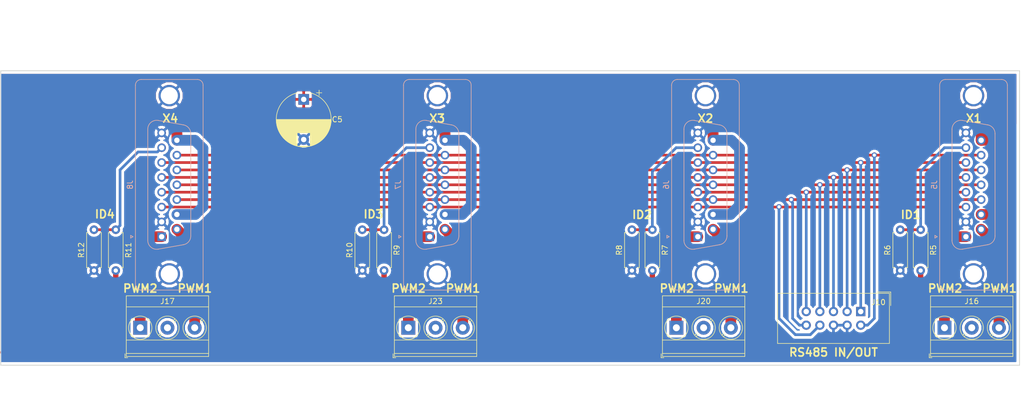
<source format=kicad_pcb>
(kicad_pcb (version 20171130) (host pcbnew "(5.0.0-rc2-dev-444-g2974a2c10)")

  (general
    (thickness 1.6)
    (drawings 26)
    (tracks 156)
    (zones 0)
    (modules 18)
    (nets 28)
  )

  (page A2)
  (layers
    (0 F.Cu signal)
    (31 B.Cu signal)
    (32 B.Adhes user)
    (33 F.Adhes user)
    (34 B.Paste user)
    (35 F.Paste user)
    (36 B.SilkS user)
    (37 F.SilkS user)
    (38 B.Mask user)
    (39 F.Mask user)
    (40 Dwgs.User user)
    (41 Cmts.User user)
    (42 Eco1.User user)
    (43 Eco2.User user)
    (44 Edge.Cuts user)
    (45 Margin user)
    (46 B.CrtYd user)
    (47 F.CrtYd user)
    (48 B.Fab user hide)
    (49 F.Fab user hide)
  )

  (setup
    (last_trace_width 0.25)
    (user_trace_width 0.1)
    (user_trace_width 0.25)
    (user_trace_width 0.5)
    (user_trace_width 1)
    (user_trace_width 1.25)
    (user_trace_width 1.5)
    (user_trace_width 2)
    (user_trace_width 3)
    (trace_clearance 0.2)
    (zone_clearance 0.508)
    (zone_45_only no)
    (trace_min 0.1)
    (segment_width 0.2)
    (edge_width 0.15)
    (via_size 0.8)
    (via_drill 0.4)
    (via_min_size 0.6)
    (via_min_drill 0.3)
    (user_via 0.6 0.3)
    (user_via 1 0.6)
    (user_via 2 1.2)
    (user_via 3 2)
    (uvia_size 0.3)
    (uvia_drill 0.1)
    (uvias_allowed no)
    (uvia_min_size 0.2)
    (uvia_min_drill 0.1)
    (pcb_text_width 0.3)
    (pcb_text_size 1.5 1.5)
    (mod_edge_width 0.15)
    (mod_text_size 1 1)
    (mod_text_width 0.15)
    (pad_size 4 4)
    (pad_drill 3.2)
    (pad_to_mask_clearance 0.2)
    (aux_axis_origin 0 0)
    (visible_elements 7FFFFFFF)
    (pcbplotparams
      (layerselection 0x010fc_ffffffff)
      (usegerberextensions false)
      (usegerberattributes false)
      (usegerberadvancedattributes false)
      (creategerberjobfile false)
      (excludeedgelayer true)
      (linewidth 0.100000)
      (plotframeref false)
      (viasonmask false)
      (mode 1)
      (useauxorigin false)
      (hpglpennumber 1)
      (hpglpenspeed 20)
      (hpglpendiameter 15)
      (psnegative false)
      (psa4output false)
      (plotreference true)
      (plotvalue true)
      (plotinvisibletext false)
      (padsonsilk false)
      (subtractmaskfromsilk false)
      (outputformat 1)
      (mirror false)
      (drillshape 1)
      (scaleselection 1)
      (outputdirectory ""))
  )

  (net 0 "")
  (net 1 /RESET_A)
  (net 2 /RESET_B)
  (net 3 /SYNC_A)
  (net 4 /SYNC_B)
  (net 5 /TX_A)
  (net 6 /TX_B)
  (net 7 /RX_A)
  (net 8 /RX_B)
  (net 9 GND)
  (net 10 +15V)
  (net 11 /ID_1)
  (net 12 +5V)
  (net 13 /PWMO2_1)
  (net 14 /PWMO1_1)
  (net 15 /PWMO1_2)
  (net 16 /ID_2)
  (net 17 /PWMO2_2)
  (net 18 /PWMO2_3)
  (net 19 /ID_3)
  (net 20 /PWMO1_3)
  (net 21 /PWMO1_4)
  (net 22 /ID_4)
  (net 23 /PWMO2_4)
  (net 24 "Net-(J16-Pad2)")
  (net 25 "Net-(J17-Pad2)")
  (net 26 "Net-(J20-Pad2)")
  (net 27 "Net-(J23-Pad2)")

  (net_class Default "This is the default net class."
    (clearance 0.2)
    (trace_width 0.25)
    (via_dia 0.8)
    (via_drill 0.4)
    (uvia_dia 0.3)
    (uvia_drill 0.1)
    (add_net +15V)
    (add_net +5V)
    (add_net /ID_1)
    (add_net /ID_2)
    (add_net /ID_3)
    (add_net /ID_4)
    (add_net /PWMO1_1)
    (add_net /PWMO1_2)
    (add_net /PWMO1_3)
    (add_net /PWMO1_4)
    (add_net /PWMO2_1)
    (add_net /PWMO2_2)
    (add_net /PWMO2_3)
    (add_net /PWMO2_4)
    (add_net /RESET_A)
    (add_net /RESET_B)
    (add_net /RX_A)
    (add_net /RX_B)
    (add_net /SYNC_A)
    (add_net /SYNC_B)
    (add_net /TX_A)
    (add_net /TX_B)
    (add_net GND)
    (add_net "Net-(J16-Pad2)")
    (add_net "Net-(J17-Pad2)")
    (add_net "Net-(J20-Pad2)")
    (add_net "Net-(J23-Pad2)")
  )

  (module Connector_Dsub:DSUB-15_Female_Vertical_P2.77x2.84mm_MountingHoles (layer B.Cu) (tedit 59FEDEE2) (tstamp 5B2575FC)
    (at 520 207 270)
    (descr "15-pin D-Sub connector, straight/vertical, THT-mount, female, pitch 2.77x2.84mm, distance of mounting holes 33.3mm, see https://disti-assets.s3.amazonaws.com/tonar/files/datasheets/16730.pdf")
    (tags "15-pin D-Sub connector straight vertical THT female pitch 2.77x2.84mm mounting holes distance 33.3mm")
    (path /5B190ED2)
    (fp_text reference J5 (at -9.695 5.89 270) (layer B.SilkS)
      (effects (font (size 1 1) (thickness 0.15)) (justify mirror))
    )
    (fp_text value DB15_Female_MountingHoles (at -9.695 -8.73 270) (layer B.Fab)
      (effects (font (size 1 1) (thickness 0.15)) (justify mirror))
    )
    (fp_arc (start -28.295 3.83) (end -29.295 3.83) (angle -90) (layer B.Fab) (width 0.1))
    (fp_arc (start 8.905 3.83) (end 8.905 4.83) (angle -90) (layer B.Fab) (width 0.1))
    (fp_arc (start -28.295 -6.67) (end -29.295 -6.67) (angle 90) (layer B.Fab) (width 0.1))
    (fp_arc (start 8.905 -6.67) (end 9.905 -6.67) (angle -90) (layer B.Fab) (width 0.1))
    (fp_arc (start -28.295 3.83) (end -29.355 3.83) (angle -90) (layer B.SilkS) (width 0.12))
    (fp_arc (start 8.905 3.83) (end 8.905 4.89) (angle -90) (layer B.SilkS) (width 0.12))
    (fp_arc (start -28.295 -6.67) (end -29.355 -6.67) (angle 90) (layer B.SilkS) (width 0.12))
    (fp_arc (start 8.905 -6.67) (end 9.965 -6.67) (angle -90) (layer B.SilkS) (width 0.12))
    (fp_arc (start -20.088194 0.93) (end -20.088194 2.53) (angle 100) (layer B.Fab) (width 0.1))
    (fp_arc (start 0.698194 0.93) (end 0.698194 2.53) (angle -100) (layer B.Fab) (width 0.1))
    (fp_arc (start -19.259457 -3.77) (end -19.259457 -5.37) (angle -80) (layer B.Fab) (width 0.1))
    (fp_arc (start -0.130543 -3.77) (end -0.130543 -5.37) (angle 80) (layer B.Fab) (width 0.1))
    (fp_arc (start -20.076689 0.93) (end -20.076689 2.59) (angle 100) (layer B.SilkS) (width 0.12))
    (fp_arc (start 0.686689 0.93) (end 0.686689 2.59) (angle -100) (layer B.SilkS) (width 0.12))
    (fp_arc (start -19.247952 -3.77) (end -19.247952 -5.43) (angle -80) (layer B.SilkS) (width 0.12))
    (fp_arc (start -0.142048 -3.77) (end -0.142048 -5.43) (angle 80) (layer B.SilkS) (width 0.12))
    (fp_line (start -28.295 4.83) (end 8.905 4.83) (layer B.Fab) (width 0.1))
    (fp_line (start 9.905 3.83) (end 9.905 -6.67) (layer B.Fab) (width 0.1))
    (fp_line (start 8.905 -7.67) (end -28.295 -7.67) (layer B.Fab) (width 0.1))
    (fp_line (start -29.295 -6.67) (end -29.295 3.83) (layer B.Fab) (width 0.1))
    (fp_line (start -28.295 4.89) (end 8.905 4.89) (layer B.SilkS) (width 0.12))
    (fp_line (start 9.965 3.83) (end 9.965 -6.67) (layer B.SilkS) (width 0.12))
    (fp_line (start 8.905 -7.73) (end -28.295 -7.73) (layer B.SilkS) (width 0.12))
    (fp_line (start -29.355 -6.67) (end -29.355 3.83) (layer B.SilkS) (width 0.12))
    (fp_line (start -0.25 5.784338) (end 0.25 5.784338) (layer B.SilkS) (width 0.12))
    (fp_line (start 0.25 5.784338) (end 0 5.351325) (layer B.SilkS) (width 0.12))
    (fp_line (start 0 5.351325) (end -0.25 5.784338) (layer B.SilkS) (width 0.12))
    (fp_line (start -20.088194 2.53) (end 0.698194 2.53) (layer B.Fab) (width 0.1))
    (fp_line (start -19.259457 -5.37) (end -0.130543 -5.37) (layer B.Fab) (width 0.1))
    (fp_line (start 2.273887 0.652163) (end 1.44515 -4.047837) (layer B.Fab) (width 0.1))
    (fp_line (start -21.663887 0.652163) (end -20.83515 -4.047837) (layer B.Fab) (width 0.1))
    (fp_line (start -20.076689 2.59) (end 0.686689 2.59) (layer B.SilkS) (width 0.12))
    (fp_line (start -19.247952 -5.43) (end -0.142048 -5.43) (layer B.SilkS) (width 0.12))
    (fp_line (start 2.32147 0.641744) (end 1.492733 -4.058256) (layer B.SilkS) (width 0.12))
    (fp_line (start -21.71147 0.641744) (end -20.882733 -4.058256) (layer B.SilkS) (width 0.12))
    (fp_line (start -29.8 5.35) (end -29.8 -8.2) (layer B.CrtYd) (width 0.05))
    (fp_line (start -29.8 -8.2) (end 10.45 -8.2) (layer B.CrtYd) (width 0.05))
    (fp_line (start 10.45 -8.2) (end 10.45 5.35) (layer B.CrtYd) (width 0.05))
    (fp_line (start 10.45 5.35) (end -29.8 5.35) (layer B.CrtYd) (width 0.05))
    (fp_text user %R (at -9.695 -1.42 270) (layer B.Fab)
      (effects (font (size 1 1) (thickness 0.15)) (justify mirror))
    )
    (pad 1 thru_hole rect (at 0 0 270) (size 1.6 1.6) (drill 1) (layers *.Cu *.Mask)
      (net 13 /PWMO2_1))
    (pad 2 thru_hole circle (at -2.77 0 270) (size 1.6 1.6) (drill 1) (layers *.Cu *.Mask)
      (net 9 GND))
    (pad 3 thru_hole circle (at -5.54 0 270) (size 1.6 1.6) (drill 1) (layers *.Cu *.Mask)
      (net 8 /RX_B))
    (pad 4 thru_hole circle (at -8.31 0 270) (size 1.6 1.6) (drill 1) (layers *.Cu *.Mask)
      (net 6 /TX_B))
    (pad 5 thru_hole circle (at -11.08 0 270) (size 1.6 1.6) (drill 1) (layers *.Cu *.Mask)
      (net 4 /SYNC_B))
    (pad 6 thru_hole circle (at -13.85 0 270) (size 1.6 1.6) (drill 1) (layers *.Cu *.Mask)
      (net 2 /RESET_B))
    (pad 7 thru_hole circle (at -16.62 0 270) (size 1.6 1.6) (drill 1) (layers *.Cu *.Mask)
      (net 11 /ID_1))
    (pad 8 thru_hole circle (at -19.39 0 270) (size 1.6 1.6) (drill 1) (layers *.Cu *.Mask)
      (net 9 GND))
    (pad 9 thru_hole circle (at -1.385 -2.84 270) (size 1.6 1.6) (drill 1) (layers *.Cu *.Mask)
      (net 14 /PWMO1_1))
    (pad 10 thru_hole circle (at -4.155 -2.84 270) (size 1.6 1.6) (drill 1) (layers *.Cu *.Mask)
      (net 10 +15V))
    (pad 11 thru_hole circle (at -6.925 -2.84 270) (size 1.6 1.6) (drill 1) (layers *.Cu *.Mask)
      (net 7 /RX_A))
    (pad 12 thru_hole circle (at -9.695 -2.84 270) (size 1.6 1.6) (drill 1) (layers *.Cu *.Mask)
      (net 5 /TX_A))
    (pad 13 thru_hole circle (at -12.465 -2.84 270) (size 1.6 1.6) (drill 1) (layers *.Cu *.Mask)
      (net 3 /SYNC_A))
    (pad 14 thru_hole circle (at -15.235 -2.84 270) (size 1.6 1.6) (drill 1) (layers *.Cu *.Mask)
      (net 1 /RESET_A))
    (pad 15 thru_hole circle (at -18.005 -2.84 270) (size 1.6 1.6) (drill 1) (layers *.Cu *.Mask)
      (net 10 +15V))
    (pad 0 thru_hole circle (at -26.345 -1.42 270) (size 4 4) (drill 3.2) (layers *.Cu *.Mask)
      (net 9 GND))
    (pad 0 thru_hole circle (at 6.955 -1.42 270) (size 4 4) (drill 3.2) (layers *.Cu *.Mask)
      (net 9 GND))
    (model ${KISYS3DMOD}/Connector_Dsub.3dshapes/DSUB-15_Female_Vertical_P2.77x2.84mm_MountingHoles.wrl
      (at (xyz 0 0 0))
      (scale (xyz 1 1 1))
      (rotate (xyz 0 0 0))
    )
  )

  (module Connector_Dsub:DSUB-15_Female_Vertical_P2.77x2.84mm_MountingHoles (layer B.Cu) (tedit 59FEDEE2) (tstamp 5B31570E)
    (at 470 207 270)
    (descr "15-pin D-Sub connector, straight/vertical, THT-mount, female, pitch 2.77x2.84mm, distance of mounting holes 33.3mm, see https://disti-assets.s3.amazonaws.com/tonar/files/datasheets/16730.pdf")
    (tags "15-pin D-Sub connector straight vertical THT female pitch 2.77x2.84mm mounting holes distance 33.3mm")
    (path /5B235EA8)
    (fp_text reference J6 (at -9.695 5.89 270) (layer B.SilkS)
      (effects (font (size 1 1) (thickness 0.15)) (justify mirror))
    )
    (fp_text value DB15_Female_MountingHoles (at -9.695 -8.73 270) (layer B.Fab)
      (effects (font (size 1 1) (thickness 0.15)) (justify mirror))
    )
    (fp_arc (start -28.295 3.83) (end -29.295 3.83) (angle -90) (layer B.Fab) (width 0.1))
    (fp_arc (start 8.905 3.83) (end 8.905 4.83) (angle -90) (layer B.Fab) (width 0.1))
    (fp_arc (start -28.295 -6.67) (end -29.295 -6.67) (angle 90) (layer B.Fab) (width 0.1))
    (fp_arc (start 8.905 -6.67) (end 9.905 -6.67) (angle -90) (layer B.Fab) (width 0.1))
    (fp_arc (start -28.295 3.83) (end -29.355 3.83) (angle -90) (layer B.SilkS) (width 0.12))
    (fp_arc (start 8.905 3.83) (end 8.905 4.89) (angle -90) (layer B.SilkS) (width 0.12))
    (fp_arc (start -28.295 -6.67) (end -29.355 -6.67) (angle 90) (layer B.SilkS) (width 0.12))
    (fp_arc (start 8.905 -6.67) (end 9.965 -6.67) (angle -90) (layer B.SilkS) (width 0.12))
    (fp_arc (start -20.088194 0.93) (end -20.088194 2.53) (angle 100) (layer B.Fab) (width 0.1))
    (fp_arc (start 0.698194 0.93) (end 0.698194 2.53) (angle -100) (layer B.Fab) (width 0.1))
    (fp_arc (start -19.259457 -3.77) (end -19.259457 -5.37) (angle -80) (layer B.Fab) (width 0.1))
    (fp_arc (start -0.130543 -3.77) (end -0.130543 -5.37) (angle 80) (layer B.Fab) (width 0.1))
    (fp_arc (start -20.076689 0.93) (end -20.076689 2.59) (angle 100) (layer B.SilkS) (width 0.12))
    (fp_arc (start 0.686689 0.93) (end 0.686689 2.59) (angle -100) (layer B.SilkS) (width 0.12))
    (fp_arc (start -19.247952 -3.77) (end -19.247952 -5.43) (angle -80) (layer B.SilkS) (width 0.12))
    (fp_arc (start -0.142048 -3.77) (end -0.142048 -5.43) (angle 80) (layer B.SilkS) (width 0.12))
    (fp_line (start -28.295 4.83) (end 8.905 4.83) (layer B.Fab) (width 0.1))
    (fp_line (start 9.905 3.83) (end 9.905 -6.67) (layer B.Fab) (width 0.1))
    (fp_line (start 8.905 -7.67) (end -28.295 -7.67) (layer B.Fab) (width 0.1))
    (fp_line (start -29.295 -6.67) (end -29.295 3.83) (layer B.Fab) (width 0.1))
    (fp_line (start -28.295 4.89) (end 8.905 4.89) (layer B.SilkS) (width 0.12))
    (fp_line (start 9.965 3.83) (end 9.965 -6.67) (layer B.SilkS) (width 0.12))
    (fp_line (start 8.905 -7.73) (end -28.295 -7.73) (layer B.SilkS) (width 0.12))
    (fp_line (start -29.355 -6.67) (end -29.355 3.83) (layer B.SilkS) (width 0.12))
    (fp_line (start -0.25 5.784338) (end 0.25 5.784338) (layer B.SilkS) (width 0.12))
    (fp_line (start 0.25 5.784338) (end 0 5.351325) (layer B.SilkS) (width 0.12))
    (fp_line (start 0 5.351325) (end -0.25 5.784338) (layer B.SilkS) (width 0.12))
    (fp_line (start -20.088194 2.53) (end 0.698194 2.53) (layer B.Fab) (width 0.1))
    (fp_line (start -19.259457 -5.37) (end -0.130543 -5.37) (layer B.Fab) (width 0.1))
    (fp_line (start 2.273887 0.652163) (end 1.44515 -4.047837) (layer B.Fab) (width 0.1))
    (fp_line (start -21.663887 0.652163) (end -20.83515 -4.047837) (layer B.Fab) (width 0.1))
    (fp_line (start -20.076689 2.59) (end 0.686689 2.59) (layer B.SilkS) (width 0.12))
    (fp_line (start -19.247952 -5.43) (end -0.142048 -5.43) (layer B.SilkS) (width 0.12))
    (fp_line (start 2.32147 0.641744) (end 1.492733 -4.058256) (layer B.SilkS) (width 0.12))
    (fp_line (start -21.71147 0.641744) (end -20.882733 -4.058256) (layer B.SilkS) (width 0.12))
    (fp_line (start -29.8 5.35) (end -29.8 -8.2) (layer B.CrtYd) (width 0.05))
    (fp_line (start -29.8 -8.2) (end 10.45 -8.2) (layer B.CrtYd) (width 0.05))
    (fp_line (start 10.45 -8.2) (end 10.45 5.35) (layer B.CrtYd) (width 0.05))
    (fp_line (start 10.45 5.35) (end -29.8 5.35) (layer B.CrtYd) (width 0.05))
    (fp_text user %R (at -9.695 -1.42 270) (layer B.Fab)
      (effects (font (size 1 1) (thickness 0.15)) (justify mirror))
    )
    (pad 1 thru_hole rect (at 0 0 270) (size 1.6 1.6) (drill 1) (layers *.Cu *.Mask)
      (net 17 /PWMO2_2))
    (pad 2 thru_hole circle (at -2.77 0 270) (size 1.6 1.6) (drill 1) (layers *.Cu *.Mask)
      (net 9 GND))
    (pad 3 thru_hole circle (at -5.54 0 270) (size 1.6 1.6) (drill 1) (layers *.Cu *.Mask)
      (net 8 /RX_B))
    (pad 4 thru_hole circle (at -8.31 0 270) (size 1.6 1.6) (drill 1) (layers *.Cu *.Mask)
      (net 6 /TX_B))
    (pad 5 thru_hole circle (at -11.08 0 270) (size 1.6 1.6) (drill 1) (layers *.Cu *.Mask)
      (net 4 /SYNC_B))
    (pad 6 thru_hole circle (at -13.85 0 270) (size 1.6 1.6) (drill 1) (layers *.Cu *.Mask)
      (net 2 /RESET_B))
    (pad 7 thru_hole circle (at -16.62 0 270) (size 1.6 1.6) (drill 1) (layers *.Cu *.Mask)
      (net 16 /ID_2))
    (pad 8 thru_hole circle (at -19.39 0 270) (size 1.6 1.6) (drill 1) (layers *.Cu *.Mask)
      (net 9 GND))
    (pad 9 thru_hole circle (at -1.385 -2.84 270) (size 1.6 1.6) (drill 1) (layers *.Cu *.Mask)
      (net 15 /PWMO1_2))
    (pad 10 thru_hole circle (at -4.155 -2.84 270) (size 1.6 1.6) (drill 1) (layers *.Cu *.Mask)
      (net 10 +15V))
    (pad 11 thru_hole circle (at -6.925 -2.84 270) (size 1.6 1.6) (drill 1) (layers *.Cu *.Mask)
      (net 7 /RX_A))
    (pad 12 thru_hole circle (at -9.695 -2.84 270) (size 1.6 1.6) (drill 1) (layers *.Cu *.Mask)
      (net 5 /TX_A))
    (pad 13 thru_hole circle (at -12.465 -2.84 270) (size 1.6 1.6) (drill 1) (layers *.Cu *.Mask)
      (net 3 /SYNC_A))
    (pad 14 thru_hole circle (at -15.235 -2.84 270) (size 1.6 1.6) (drill 1) (layers *.Cu *.Mask)
      (net 1 /RESET_A))
    (pad 15 thru_hole circle (at -18.005 -2.84 270) (size 1.6 1.6) (drill 1) (layers *.Cu *.Mask)
      (net 10 +15V))
    (pad 0 thru_hole circle (at -26.345 -1.42 270) (size 4 4) (drill 3.2) (layers *.Cu *.Mask)
      (net 9 GND))
    (pad 0 thru_hole circle (at 6.955 -1.42 270) (size 4 4) (drill 3.2) (layers *.Cu *.Mask)
      (net 9 GND))
    (model ${KISYS3DMOD}/Connector_Dsub.3dshapes/DSUB-15_Female_Vertical_P2.77x2.84mm_MountingHoles.wrl
      (at (xyz 0 0 0))
      (scale (xyz 1 1 1))
      (rotate (xyz 0 0 0))
    )
  )

  (module Connector_Dsub:DSUB-15_Female_Vertical_P2.77x2.84mm_MountingHoles (layer B.Cu) (tedit 59FEDEE2) (tstamp 5B3CC3C8)
    (at 420 207 270)
    (descr "15-pin D-Sub connector, straight/vertical, THT-mount, female, pitch 2.77x2.84mm, distance of mounting holes 33.3mm, see https://disti-assets.s3.amazonaws.com/tonar/files/datasheets/16730.pdf")
    (tags "15-pin D-Sub connector straight vertical THT female pitch 2.77x2.84mm mounting holes distance 33.3mm")
    (path /5B239195)
    (fp_text reference J7 (at -9.695 5.89 270) (layer B.SilkS)
      (effects (font (size 1 1) (thickness 0.15)) (justify mirror))
    )
    (fp_text value DB15_Female_MountingHoles (at -9.695 -8.73 270) (layer B.Fab)
      (effects (font (size 1 1) (thickness 0.15)) (justify mirror))
    )
    (fp_arc (start -28.295 3.83) (end -29.295 3.83) (angle -90) (layer B.Fab) (width 0.1))
    (fp_arc (start 8.905 3.83) (end 8.905 4.83) (angle -90) (layer B.Fab) (width 0.1))
    (fp_arc (start -28.295 -6.67) (end -29.295 -6.67) (angle 90) (layer B.Fab) (width 0.1))
    (fp_arc (start 8.905 -6.67) (end 9.905 -6.67) (angle -90) (layer B.Fab) (width 0.1))
    (fp_arc (start -28.295 3.83) (end -29.355 3.83) (angle -90) (layer B.SilkS) (width 0.12))
    (fp_arc (start 8.905 3.83) (end 8.905 4.89) (angle -90) (layer B.SilkS) (width 0.12))
    (fp_arc (start -28.295 -6.67) (end -29.355 -6.67) (angle 90) (layer B.SilkS) (width 0.12))
    (fp_arc (start 8.905 -6.67) (end 9.965 -6.67) (angle -90) (layer B.SilkS) (width 0.12))
    (fp_arc (start -20.088194 0.93) (end -20.088194 2.53) (angle 100) (layer B.Fab) (width 0.1))
    (fp_arc (start 0.698194 0.93) (end 0.698194 2.53) (angle -100) (layer B.Fab) (width 0.1))
    (fp_arc (start -19.259457 -3.77) (end -19.259457 -5.37) (angle -80) (layer B.Fab) (width 0.1))
    (fp_arc (start -0.130543 -3.77) (end -0.130543 -5.37) (angle 80) (layer B.Fab) (width 0.1))
    (fp_arc (start -20.076689 0.93) (end -20.076689 2.59) (angle 100) (layer B.SilkS) (width 0.12))
    (fp_arc (start 0.686689 0.93) (end 0.686689 2.59) (angle -100) (layer B.SilkS) (width 0.12))
    (fp_arc (start -19.247952 -3.77) (end -19.247952 -5.43) (angle -80) (layer B.SilkS) (width 0.12))
    (fp_arc (start -0.142048 -3.77) (end -0.142048 -5.43) (angle 80) (layer B.SilkS) (width 0.12))
    (fp_line (start -28.295 4.83) (end 8.905 4.83) (layer B.Fab) (width 0.1))
    (fp_line (start 9.905 3.83) (end 9.905 -6.67) (layer B.Fab) (width 0.1))
    (fp_line (start 8.905 -7.67) (end -28.295 -7.67) (layer B.Fab) (width 0.1))
    (fp_line (start -29.295 -6.67) (end -29.295 3.83) (layer B.Fab) (width 0.1))
    (fp_line (start -28.295 4.89) (end 8.905 4.89) (layer B.SilkS) (width 0.12))
    (fp_line (start 9.965 3.83) (end 9.965 -6.67) (layer B.SilkS) (width 0.12))
    (fp_line (start 8.905 -7.73) (end -28.295 -7.73) (layer B.SilkS) (width 0.12))
    (fp_line (start -29.355 -6.67) (end -29.355 3.83) (layer B.SilkS) (width 0.12))
    (fp_line (start -0.25 5.784338) (end 0.25 5.784338) (layer B.SilkS) (width 0.12))
    (fp_line (start 0.25 5.784338) (end 0 5.351325) (layer B.SilkS) (width 0.12))
    (fp_line (start 0 5.351325) (end -0.25 5.784338) (layer B.SilkS) (width 0.12))
    (fp_line (start -20.088194 2.53) (end 0.698194 2.53) (layer B.Fab) (width 0.1))
    (fp_line (start -19.259457 -5.37) (end -0.130543 -5.37) (layer B.Fab) (width 0.1))
    (fp_line (start 2.273887 0.652163) (end 1.44515 -4.047837) (layer B.Fab) (width 0.1))
    (fp_line (start -21.663887 0.652163) (end -20.83515 -4.047837) (layer B.Fab) (width 0.1))
    (fp_line (start -20.076689 2.59) (end 0.686689 2.59) (layer B.SilkS) (width 0.12))
    (fp_line (start -19.247952 -5.43) (end -0.142048 -5.43) (layer B.SilkS) (width 0.12))
    (fp_line (start 2.32147 0.641744) (end 1.492733 -4.058256) (layer B.SilkS) (width 0.12))
    (fp_line (start -21.71147 0.641744) (end -20.882733 -4.058256) (layer B.SilkS) (width 0.12))
    (fp_line (start -29.8 5.35) (end -29.8 -8.2) (layer B.CrtYd) (width 0.05))
    (fp_line (start -29.8 -8.2) (end 10.45 -8.2) (layer B.CrtYd) (width 0.05))
    (fp_line (start 10.45 -8.2) (end 10.45 5.35) (layer B.CrtYd) (width 0.05))
    (fp_line (start 10.45 5.35) (end -29.8 5.35) (layer B.CrtYd) (width 0.05))
    (fp_text user %R (at -9.695 -1.42 270) (layer B.Fab)
      (effects (font (size 1 1) (thickness 0.15)) (justify mirror))
    )
    (pad 1 thru_hole rect (at 0 0 270) (size 1.6 1.6) (drill 1) (layers *.Cu *.Mask)
      (net 18 /PWMO2_3))
    (pad 2 thru_hole circle (at -2.77 0 270) (size 1.6 1.6) (drill 1) (layers *.Cu *.Mask)
      (net 9 GND))
    (pad 3 thru_hole circle (at -5.54 0 270) (size 1.6 1.6) (drill 1) (layers *.Cu *.Mask)
      (net 8 /RX_B))
    (pad 4 thru_hole circle (at -8.31 0 270) (size 1.6 1.6) (drill 1) (layers *.Cu *.Mask)
      (net 6 /TX_B))
    (pad 5 thru_hole circle (at -11.08 0 270) (size 1.6 1.6) (drill 1) (layers *.Cu *.Mask)
      (net 4 /SYNC_B))
    (pad 6 thru_hole circle (at -13.85 0 270) (size 1.6 1.6) (drill 1) (layers *.Cu *.Mask)
      (net 2 /RESET_B))
    (pad 7 thru_hole circle (at -16.62 0 270) (size 1.6 1.6) (drill 1) (layers *.Cu *.Mask)
      (net 19 /ID_3))
    (pad 8 thru_hole circle (at -19.39 0 270) (size 1.6 1.6) (drill 1) (layers *.Cu *.Mask)
      (net 9 GND))
    (pad 9 thru_hole circle (at -1.385 -2.84 270) (size 1.6 1.6) (drill 1) (layers *.Cu *.Mask)
      (net 20 /PWMO1_3))
    (pad 10 thru_hole circle (at -4.155 -2.84 270) (size 1.6 1.6) (drill 1) (layers *.Cu *.Mask)
      (net 10 +15V))
    (pad 11 thru_hole circle (at -6.925 -2.84 270) (size 1.6 1.6) (drill 1) (layers *.Cu *.Mask)
      (net 7 /RX_A))
    (pad 12 thru_hole circle (at -9.695 -2.84 270) (size 1.6 1.6) (drill 1) (layers *.Cu *.Mask)
      (net 5 /TX_A))
    (pad 13 thru_hole circle (at -12.465 -2.84 270) (size 1.6 1.6) (drill 1) (layers *.Cu *.Mask)
      (net 3 /SYNC_A))
    (pad 14 thru_hole circle (at -15.235 -2.84 270) (size 1.6 1.6) (drill 1) (layers *.Cu *.Mask)
      (net 1 /RESET_A))
    (pad 15 thru_hole circle (at -18.005 -2.84 270) (size 1.6 1.6) (drill 1) (layers *.Cu *.Mask)
      (net 10 +15V))
    (pad 0 thru_hole circle (at -26.345 -1.42 270) (size 4 4) (drill 3.2) (layers *.Cu *.Mask)
      (net 9 GND))
    (pad 0 thru_hole circle (at 6.955 -1.42 270) (size 4 4) (drill 3.2) (layers *.Cu *.Mask)
      (net 9 GND))
    (model ${KISYS3DMOD}/Connector_Dsub.3dshapes/DSUB-15_Female_Vertical_P2.77x2.84mm_MountingHoles.wrl
      (at (xyz 0 0 0))
      (scale (xyz 1 1 1))
      (rotate (xyz 0 0 0))
    )
  )

  (module Connector_Dsub:DSUB-15_Female_Vertical_P2.77x2.84mm_MountingHoles (layer B.Cu) (tedit 59FEDEE2) (tstamp 5B315788)
    (at 370 207 270)
    (descr "15-pin D-Sub connector, straight/vertical, THT-mount, female, pitch 2.77x2.84mm, distance of mounting holes 33.3mm, see https://disti-assets.s3.amazonaws.com/tonar/files/datasheets/16730.pdf")
    (tags "15-pin D-Sub connector straight vertical THT female pitch 2.77x2.84mm mounting holes distance 33.3mm")
    (path /5B24AA39)
    (fp_text reference J8 (at -9.695 5.89 270) (layer B.SilkS)
      (effects (font (size 1 1) (thickness 0.15)) (justify mirror))
    )
    (fp_text value DB15_Female_MountingHoles (at -9.695 -8.73 270) (layer B.Fab)
      (effects (font (size 1 1) (thickness 0.15)) (justify mirror))
    )
    (fp_text user %R (at -9.695 -1.42 270) (layer B.Fab)
      (effects (font (size 1 1) (thickness 0.15)) (justify mirror))
    )
    (fp_line (start 10.45 5.35) (end -29.8 5.35) (layer B.CrtYd) (width 0.05))
    (fp_line (start 10.45 -8.2) (end 10.45 5.35) (layer B.CrtYd) (width 0.05))
    (fp_line (start -29.8 -8.2) (end 10.45 -8.2) (layer B.CrtYd) (width 0.05))
    (fp_line (start -29.8 5.35) (end -29.8 -8.2) (layer B.CrtYd) (width 0.05))
    (fp_line (start -21.71147 0.641744) (end -20.882733 -4.058256) (layer B.SilkS) (width 0.12))
    (fp_line (start 2.32147 0.641744) (end 1.492733 -4.058256) (layer B.SilkS) (width 0.12))
    (fp_line (start -19.247952 -5.43) (end -0.142048 -5.43) (layer B.SilkS) (width 0.12))
    (fp_line (start -20.076689 2.59) (end 0.686689 2.59) (layer B.SilkS) (width 0.12))
    (fp_line (start -21.663887 0.652163) (end -20.83515 -4.047837) (layer B.Fab) (width 0.1))
    (fp_line (start 2.273887 0.652163) (end 1.44515 -4.047837) (layer B.Fab) (width 0.1))
    (fp_line (start -19.259457 -5.37) (end -0.130543 -5.37) (layer B.Fab) (width 0.1))
    (fp_line (start -20.088194 2.53) (end 0.698194 2.53) (layer B.Fab) (width 0.1))
    (fp_line (start 0 5.351325) (end -0.25 5.784338) (layer B.SilkS) (width 0.12))
    (fp_line (start 0.25 5.784338) (end 0 5.351325) (layer B.SilkS) (width 0.12))
    (fp_line (start -0.25 5.784338) (end 0.25 5.784338) (layer B.SilkS) (width 0.12))
    (fp_line (start -29.355 -6.67) (end -29.355 3.83) (layer B.SilkS) (width 0.12))
    (fp_line (start 8.905 -7.73) (end -28.295 -7.73) (layer B.SilkS) (width 0.12))
    (fp_line (start 9.965 3.83) (end 9.965 -6.67) (layer B.SilkS) (width 0.12))
    (fp_line (start -28.295 4.89) (end 8.905 4.89) (layer B.SilkS) (width 0.12))
    (fp_line (start -29.295 -6.67) (end -29.295 3.83) (layer B.Fab) (width 0.1))
    (fp_line (start 8.905 -7.67) (end -28.295 -7.67) (layer B.Fab) (width 0.1))
    (fp_line (start 9.905 3.83) (end 9.905 -6.67) (layer B.Fab) (width 0.1))
    (fp_line (start -28.295 4.83) (end 8.905 4.83) (layer B.Fab) (width 0.1))
    (fp_arc (start -0.142048 -3.77) (end -0.142048 -5.43) (angle 80) (layer B.SilkS) (width 0.12))
    (fp_arc (start -19.247952 -3.77) (end -19.247952 -5.43) (angle -80) (layer B.SilkS) (width 0.12))
    (fp_arc (start 0.686689 0.93) (end 0.686689 2.59) (angle -100) (layer B.SilkS) (width 0.12))
    (fp_arc (start -20.076689 0.93) (end -20.076689 2.59) (angle 100) (layer B.SilkS) (width 0.12))
    (fp_arc (start -0.130543 -3.77) (end -0.130543 -5.37) (angle 80) (layer B.Fab) (width 0.1))
    (fp_arc (start -19.259457 -3.77) (end -19.259457 -5.37) (angle -80) (layer B.Fab) (width 0.1))
    (fp_arc (start 0.698194 0.93) (end 0.698194 2.53) (angle -100) (layer B.Fab) (width 0.1))
    (fp_arc (start -20.088194 0.93) (end -20.088194 2.53) (angle 100) (layer B.Fab) (width 0.1))
    (fp_arc (start 8.905 -6.67) (end 9.965 -6.67) (angle -90) (layer B.SilkS) (width 0.12))
    (fp_arc (start -28.295 -6.67) (end -29.355 -6.67) (angle 90) (layer B.SilkS) (width 0.12))
    (fp_arc (start 8.905 3.83) (end 8.905 4.89) (angle -90) (layer B.SilkS) (width 0.12))
    (fp_arc (start -28.295 3.83) (end -29.355 3.83) (angle -90) (layer B.SilkS) (width 0.12))
    (fp_arc (start 8.905 -6.67) (end 9.905 -6.67) (angle -90) (layer B.Fab) (width 0.1))
    (fp_arc (start -28.295 -6.67) (end -29.295 -6.67) (angle 90) (layer B.Fab) (width 0.1))
    (fp_arc (start 8.905 3.83) (end 8.905 4.83) (angle -90) (layer B.Fab) (width 0.1))
    (fp_arc (start -28.295 3.83) (end -29.295 3.83) (angle -90) (layer B.Fab) (width 0.1))
    (pad 0 thru_hole circle (at 6.955 -1.42 270) (size 4 4) (drill 3.2) (layers *.Cu *.Mask)
      (net 9 GND))
    (pad 0 thru_hole circle (at -26.345 -1.42 270) (size 4 4) (drill 3.2) (layers *.Cu *.Mask)
      (net 9 GND))
    (pad 15 thru_hole circle (at -18.005 -2.84 270) (size 1.6 1.6) (drill 1) (layers *.Cu *.Mask)
      (net 10 +15V))
    (pad 14 thru_hole circle (at -15.235 -2.84 270) (size 1.6 1.6) (drill 1) (layers *.Cu *.Mask)
      (net 1 /RESET_A))
    (pad 13 thru_hole circle (at -12.465 -2.84 270) (size 1.6 1.6) (drill 1) (layers *.Cu *.Mask)
      (net 3 /SYNC_A))
    (pad 12 thru_hole circle (at -9.695 -2.84 270) (size 1.6 1.6) (drill 1) (layers *.Cu *.Mask)
      (net 5 /TX_A))
    (pad 11 thru_hole circle (at -6.925 -2.84 270) (size 1.6 1.6) (drill 1) (layers *.Cu *.Mask)
      (net 7 /RX_A))
    (pad 10 thru_hole circle (at -4.155 -2.84 270) (size 1.6 1.6) (drill 1) (layers *.Cu *.Mask)
      (net 10 +15V))
    (pad 9 thru_hole circle (at -1.385 -2.84 270) (size 1.6 1.6) (drill 1) (layers *.Cu *.Mask)
      (net 21 /PWMO1_4))
    (pad 8 thru_hole circle (at -19.39 0 270) (size 1.6 1.6) (drill 1) (layers *.Cu *.Mask)
      (net 9 GND))
    (pad 7 thru_hole circle (at -16.62 0 270) (size 1.6 1.6) (drill 1) (layers *.Cu *.Mask)
      (net 22 /ID_4))
    (pad 6 thru_hole circle (at -13.85 0 270) (size 1.6 1.6) (drill 1) (layers *.Cu *.Mask)
      (net 2 /RESET_B))
    (pad 5 thru_hole circle (at -11.08 0 270) (size 1.6 1.6) (drill 1) (layers *.Cu *.Mask)
      (net 4 /SYNC_B))
    (pad 4 thru_hole circle (at -8.31 0 270) (size 1.6 1.6) (drill 1) (layers *.Cu *.Mask)
      (net 6 /TX_B))
    (pad 3 thru_hole circle (at -5.54 0 270) (size 1.6 1.6) (drill 1) (layers *.Cu *.Mask)
      (net 8 /RX_B))
    (pad 2 thru_hole circle (at -2.77 0 270) (size 1.6 1.6) (drill 1) (layers *.Cu *.Mask)
      (net 9 GND))
    (pad 1 thru_hole rect (at 0 0 270) (size 1.6 1.6) (drill 1) (layers *.Cu *.Mask)
      (net 23 /PWMO2_4))
    (model ${KISYS3DMOD}/Connector_Dsub.3dshapes/DSUB-15_Female_Vertical_P2.77x2.84mm_MountingHoles.wrl
      (at (xyz 0 0 0))
      (scale (xyz 1 1 1))
      (rotate (xyz 0 0 0))
    )
  )

  (module Connector_IDC:IDC-Header_2x05_P2.54mm_Vertical (layer F.Cu) (tedit 59DE0611) (tstamp 5B1A5332)
    (at 500.38 220.98 270)
    (descr "Through hole straight IDC box header, 2x05, 2.54mm pitch, double rows")
    (tags "Through hole IDC box header THT 2x05 2.54mm double row")
    (path /5B19E416)
    (fp_text reference J10 (at -1.73 -3.302) (layer F.SilkS)
      (effects (font (size 1 1) (thickness 0.15)))
    )
    (fp_text value Conn_02x05_Odd_Even (at 1.27 16.764 270) (layer F.Fab)
      (effects (font (size 1 1) (thickness 0.15)))
    )
    (fp_line (start -3.655 -5.6) (end -1.115 -5.6) (layer F.SilkS) (width 0.12))
    (fp_line (start -3.655 -5.6) (end -3.655 -3.06) (layer F.SilkS) (width 0.12))
    (fp_line (start -3.405 -5.35) (end 5.945 -5.35) (layer F.SilkS) (width 0.12))
    (fp_line (start -3.405 15.51) (end -3.405 -5.35) (layer F.SilkS) (width 0.12))
    (fp_line (start 5.945 15.51) (end -3.405 15.51) (layer F.SilkS) (width 0.12))
    (fp_line (start 5.945 -5.35) (end 5.945 15.51) (layer F.SilkS) (width 0.12))
    (fp_line (start -3.41 -5.35) (end 5.95 -5.35) (layer F.CrtYd) (width 0.05))
    (fp_line (start -3.41 15.51) (end -3.41 -5.35) (layer F.CrtYd) (width 0.05))
    (fp_line (start 5.95 15.51) (end -3.41 15.51) (layer F.CrtYd) (width 0.05))
    (fp_line (start 5.95 -5.35) (end 5.95 15.51) (layer F.CrtYd) (width 0.05))
    (fp_line (start -3.155 15.26) (end -2.605 14.7) (layer F.Fab) (width 0.1))
    (fp_line (start -3.155 -5.1) (end -2.605 -4.56) (layer F.Fab) (width 0.1))
    (fp_line (start 5.695 15.26) (end 5.145 14.7) (layer F.Fab) (width 0.1))
    (fp_line (start 5.695 -5.1) (end 5.145 -4.56) (layer F.Fab) (width 0.1))
    (fp_line (start 5.145 14.7) (end -2.605 14.7) (layer F.Fab) (width 0.1))
    (fp_line (start 5.695 15.26) (end -3.155 15.26) (layer F.Fab) (width 0.1))
    (fp_line (start 5.145 -4.56) (end -2.605 -4.56) (layer F.Fab) (width 0.1))
    (fp_line (start 5.695 -5.1) (end -3.155 -5.1) (layer F.Fab) (width 0.1))
    (fp_line (start -2.605 7.33) (end -3.155 7.33) (layer F.Fab) (width 0.1))
    (fp_line (start -2.605 2.83) (end -3.155 2.83) (layer F.Fab) (width 0.1))
    (fp_line (start -2.605 7.33) (end -2.605 14.7) (layer F.Fab) (width 0.1))
    (fp_line (start -2.605 -4.56) (end -2.605 2.83) (layer F.Fab) (width 0.1))
    (fp_line (start -3.155 -5.1) (end -3.155 15.26) (layer F.Fab) (width 0.1))
    (fp_line (start 5.145 -4.56) (end 5.145 14.7) (layer F.Fab) (width 0.1))
    (fp_line (start 5.695 -5.1) (end 5.695 15.26) (layer F.Fab) (width 0.1))
    (fp_text user %R (at 1.27 5.08 270) (layer F.Fab)
      (effects (font (size 1 1) (thickness 0.15)))
    )
    (pad 10 thru_hole oval (at 2.54 10.16 270) (size 1.7272 1.7272) (drill 1.016) (layers *.Cu *.Mask)
      (net 7 /RX_A))
    (pad 9 thru_hole oval (at 0 10.16 270) (size 1.7272 1.7272) (drill 1.016) (layers *.Cu *.Mask)
      (net 6 /TX_B))
    (pad 8 thru_hole oval (at 2.54 7.62 270) (size 1.7272 1.7272) (drill 1.016) (layers *.Cu *.Mask)
      (net 8 /RX_B))
    (pad 7 thru_hole oval (at 0 7.62 270) (size 1.7272 1.7272) (drill 1.016) (layers *.Cu *.Mask)
      (net 5 /TX_A))
    (pad 6 thru_hole oval (at 2.54 5.08 270) (size 1.7272 1.7272) (drill 1.016) (layers *.Cu *.Mask)
      (net 9 GND))
    (pad 5 thru_hole oval (at 0 5.08 270) (size 1.7272 1.7272) (drill 1.016) (layers *.Cu *.Mask)
      (net 4 /SYNC_B))
    (pad 4 thru_hole oval (at 2.54 2.54 270) (size 1.7272 1.7272) (drill 1.016) (layers *.Cu *.Mask)
      (net 9 GND))
    (pad 3 thru_hole oval (at 0 2.54 270) (size 1.7272 1.7272) (drill 1.016) (layers *.Cu *.Mask)
      (net 3 /SYNC_A))
    (pad 2 thru_hole oval (at 2.54 0 270) (size 1.7272 1.7272) (drill 1.016) (layers *.Cu *.Mask)
      (net 1 /RESET_A))
    (pad 1 thru_hole rect (at 0 0 270) (size 1.7272 1.7272) (drill 1.016) (layers *.Cu *.Mask)
      (net 2 /RESET_B))
    (model ${KISYS3DMOD}/Connector_IDC.3dshapes/IDC-Header_2x05_P2.54mm_Vertical.wrl
      (at (xyz 0 0 0))
      (scale (xyz 1 1 1))
      (rotate (xyz 0 0 0))
    )
  )

  (module TerminalBlock_Phoenix:TerminalBlock_Phoenix_MKDS-3-3-5.08_1x03_P5.08mm_Horizontal (layer F.Cu) (tedit 5A08206C) (tstamp 5B19879A)
    (at 516 224)
    (descr "Terminal Block Phoenix MKDS-3-3-5.08, 3 pins, pitch 5.08mm, size 15.24x11.2mm^2, drill diamater 1.3mm, pad diameter 2.6mm, see http://www.farnell.com/datasheets/2138224.pdf, script-generated using https://github.com/pointhi/kicad-footprint-generator/scripts/TerminalBlock_Phoenix")
    (tags "THT Terminal Block Phoenix MKDS-3-3-5.08 pitch 5.08mm size 15.24x11.2mm^2 drill 1.3mm pad 2.6mm")
    (path /5B90EB59)
    (fp_text reference J16 (at 5.08 -4.946) (layer F.SilkS)
      (effects (font (size 1 1) (thickness 0.15)))
    )
    (fp_text value Conn_01x03 (at 5.08 6.36) (layer F.Fab)
      (effects (font (size 1 1) (thickness 0.15)))
    )
    (fp_circle (center 0 0) (end 2 0) (layer F.Fab) (width 0.1))
    (fp_circle (center 0 0) (end 2.18 0) (layer F.SilkS) (width 0.12))
    (fp_circle (center 5.08 0) (end 7.08 0) (layer F.Fab) (width 0.1))
    (fp_circle (center 5.08 0) (end 7.26 0) (layer F.SilkS) (width 0.12))
    (fp_circle (center 10.16 0) (end 12.16 0) (layer F.Fab) (width 0.1))
    (fp_circle (center 10.16 0) (end 12.34 0) (layer F.SilkS) (width 0.12))
    (fp_line (start -2.54 -5.9) (end 12.7 -5.9) (layer F.Fab) (width 0.1))
    (fp_line (start 12.7 -5.9) (end 12.7 5.3) (layer F.Fab) (width 0.1))
    (fp_line (start 12.7 5.3) (end -2.04 5.3) (layer F.Fab) (width 0.1))
    (fp_line (start -2.04 5.3) (end -2.54 4.8) (layer F.Fab) (width 0.1))
    (fp_line (start -2.54 4.8) (end -2.54 -5.9) (layer F.Fab) (width 0.1))
    (fp_line (start -2.54 4.8) (end 12.7 4.8) (layer F.Fab) (width 0.1))
    (fp_line (start -2.6 4.8) (end 12.76 4.8) (layer F.SilkS) (width 0.12))
    (fp_line (start -2.54 2.3) (end 12.7 2.3) (layer F.Fab) (width 0.1))
    (fp_line (start -2.6 2.3) (end 12.76 2.3) (layer F.SilkS) (width 0.12))
    (fp_line (start -2.54 -3.9) (end 12.7 -3.9) (layer F.Fab) (width 0.1))
    (fp_line (start -2.6 -3.9) (end 12.76 -3.9) (layer F.SilkS) (width 0.12))
    (fp_line (start -2.6 -5.96) (end 12.76 -5.96) (layer F.SilkS) (width 0.12))
    (fp_line (start -2.6 5.36) (end 12.76 5.36) (layer F.SilkS) (width 0.12))
    (fp_line (start -2.6 -5.96) (end -2.6 5.36) (layer F.SilkS) (width 0.12))
    (fp_line (start 12.76 -5.96) (end 12.76 5.36) (layer F.SilkS) (width 0.12))
    (fp_line (start 1.517 -1.273) (end -1.273 1.517) (layer F.Fab) (width 0.1))
    (fp_line (start 1.273 -1.517) (end -1.517 1.273) (layer F.Fab) (width 0.1))
    (fp_line (start 1.654 -1.388) (end 1.547 -1.281) (layer F.SilkS) (width 0.12))
    (fp_line (start -1.282 1.547) (end -1.388 1.654) (layer F.SilkS) (width 0.12))
    (fp_line (start 1.388 -1.654) (end 1.281 -1.547) (layer F.SilkS) (width 0.12))
    (fp_line (start -1.548 1.281) (end -1.654 1.388) (layer F.SilkS) (width 0.12))
    (fp_line (start 6.597 -1.273) (end 3.808 1.517) (layer F.Fab) (width 0.1))
    (fp_line (start 6.353 -1.517) (end 3.564 1.273) (layer F.Fab) (width 0.1))
    (fp_line (start 6.734 -1.388) (end 6.339 -0.992) (layer F.SilkS) (width 0.12))
    (fp_line (start 4.073 1.274) (end 3.693 1.654) (layer F.SilkS) (width 0.12))
    (fp_line (start 6.468 -1.654) (end 6.088 -1.274) (layer F.SilkS) (width 0.12))
    (fp_line (start 3.822 0.992) (end 3.427 1.388) (layer F.SilkS) (width 0.12))
    (fp_line (start 11.677 -1.273) (end 8.888 1.517) (layer F.Fab) (width 0.1))
    (fp_line (start 11.433 -1.517) (end 8.644 1.273) (layer F.Fab) (width 0.1))
    (fp_line (start 11.814 -1.388) (end 11.419 -0.992) (layer F.SilkS) (width 0.12))
    (fp_line (start 9.153 1.274) (end 8.773 1.654) (layer F.SilkS) (width 0.12))
    (fp_line (start 11.548 -1.654) (end 11.168 -1.274) (layer F.SilkS) (width 0.12))
    (fp_line (start 8.902 0.992) (end 8.507 1.388) (layer F.SilkS) (width 0.12))
    (fp_line (start -2.84 4.86) (end -2.84 5.6) (layer F.SilkS) (width 0.12))
    (fp_line (start -2.84 5.6) (end -2.34 5.6) (layer F.SilkS) (width 0.12))
    (fp_line (start -3.05 -6.4) (end -3.05 5.8) (layer F.CrtYd) (width 0.05))
    (fp_line (start -3.05 5.8) (end 13.25 5.8) (layer F.CrtYd) (width 0.05))
    (fp_line (start 13.25 5.8) (end 13.25 -6.4) (layer F.CrtYd) (width 0.05))
    (fp_line (start 13.25 -6.4) (end -3.05 -6.4) (layer F.CrtYd) (width 0.05))
    (fp_text user %R (at 5.08 3.1) (layer F.Fab)
      (effects (font (size 1 1) (thickness 0.15)))
    )
    (pad 1 thru_hole rect (at 0 0) (size 2.6 2.6) (drill 1.3) (layers *.Cu *.Mask)
      (net 13 /PWMO2_1))
    (pad 2 thru_hole circle (at 5.08 0) (size 2.6 2.6) (drill 1.3) (layers *.Cu *.Mask)
      (net 24 "Net-(J16-Pad2)"))
    (pad 3 thru_hole circle (at 10.16 0) (size 2.6 2.6) (drill 1.3) (layers *.Cu *.Mask)
      (net 14 /PWMO1_1))
    (model ${KISYS3DMOD}/TerminalBlock_Phoenix.3dshapes/TerminalBlock_Phoenix_MKDS-3-3-5.08_1x03_P5.08mm_Horizontal.wrl
      (at (xyz 0 0 0))
      (scale (xyz 1 1 1))
      (rotate (xyz 0 0 0))
    )
  )

  (module TerminalBlock_Phoenix:TerminalBlock_Phoenix_MKDS-3-3-5.08_1x03_P5.08mm_Horizontal (layer F.Cu) (tedit 5A08206C) (tstamp 5B1986FE)
    (at 366 224)
    (descr "Terminal Block Phoenix MKDS-3-3-5.08, 3 pins, pitch 5.08mm, size 15.24x11.2mm^2, drill diamater 1.3mm, pad diameter 2.6mm, see http://www.farnell.com/datasheets/2138224.pdf, script-generated using https://github.com/pointhi/kicad-footprint-generator/scripts/TerminalBlock_Phoenix")
    (tags "THT Terminal Block Phoenix MKDS-3-3-5.08 pitch 5.08mm size 15.24x11.2mm^2 drill 1.3mm pad 2.6mm")
    (path /5BA6986A)
    (fp_text reference J17 (at 5.08 -4.946) (layer F.SilkS)
      (effects (font (size 1 1) (thickness 0.15)))
    )
    (fp_text value Conn_01x03 (at 5.08 6.36) (layer F.Fab)
      (effects (font (size 1 1) (thickness 0.15)))
    )
    (fp_text user %R (at 5.08 3.1) (layer F.Fab)
      (effects (font (size 1 1) (thickness 0.15)))
    )
    (fp_line (start 13.25 -6.4) (end -3.05 -6.4) (layer F.CrtYd) (width 0.05))
    (fp_line (start 13.25 5.8) (end 13.25 -6.4) (layer F.CrtYd) (width 0.05))
    (fp_line (start -3.05 5.8) (end 13.25 5.8) (layer F.CrtYd) (width 0.05))
    (fp_line (start -3.05 -6.4) (end -3.05 5.8) (layer F.CrtYd) (width 0.05))
    (fp_line (start -2.84 5.6) (end -2.34 5.6) (layer F.SilkS) (width 0.12))
    (fp_line (start -2.84 4.86) (end -2.84 5.6) (layer F.SilkS) (width 0.12))
    (fp_line (start 8.902 0.992) (end 8.507 1.388) (layer F.SilkS) (width 0.12))
    (fp_line (start 11.548 -1.654) (end 11.168 -1.274) (layer F.SilkS) (width 0.12))
    (fp_line (start 9.153 1.274) (end 8.773 1.654) (layer F.SilkS) (width 0.12))
    (fp_line (start 11.814 -1.388) (end 11.419 -0.992) (layer F.SilkS) (width 0.12))
    (fp_line (start 11.433 -1.517) (end 8.644 1.273) (layer F.Fab) (width 0.1))
    (fp_line (start 11.677 -1.273) (end 8.888 1.517) (layer F.Fab) (width 0.1))
    (fp_line (start 3.822 0.992) (end 3.427 1.388) (layer F.SilkS) (width 0.12))
    (fp_line (start 6.468 -1.654) (end 6.088 -1.274) (layer F.SilkS) (width 0.12))
    (fp_line (start 4.073 1.274) (end 3.693 1.654) (layer F.SilkS) (width 0.12))
    (fp_line (start 6.734 -1.388) (end 6.339 -0.992) (layer F.SilkS) (width 0.12))
    (fp_line (start 6.353 -1.517) (end 3.564 1.273) (layer F.Fab) (width 0.1))
    (fp_line (start 6.597 -1.273) (end 3.808 1.517) (layer F.Fab) (width 0.1))
    (fp_line (start -1.548 1.281) (end -1.654 1.388) (layer F.SilkS) (width 0.12))
    (fp_line (start 1.388 -1.654) (end 1.281 -1.547) (layer F.SilkS) (width 0.12))
    (fp_line (start -1.282 1.547) (end -1.388 1.654) (layer F.SilkS) (width 0.12))
    (fp_line (start 1.654 -1.388) (end 1.547 -1.281) (layer F.SilkS) (width 0.12))
    (fp_line (start 1.273 -1.517) (end -1.517 1.273) (layer F.Fab) (width 0.1))
    (fp_line (start 1.517 -1.273) (end -1.273 1.517) (layer F.Fab) (width 0.1))
    (fp_line (start 12.76 -5.96) (end 12.76 5.36) (layer F.SilkS) (width 0.12))
    (fp_line (start -2.6 -5.96) (end -2.6 5.36) (layer F.SilkS) (width 0.12))
    (fp_line (start -2.6 5.36) (end 12.76 5.36) (layer F.SilkS) (width 0.12))
    (fp_line (start -2.6 -5.96) (end 12.76 -5.96) (layer F.SilkS) (width 0.12))
    (fp_line (start -2.6 -3.9) (end 12.76 -3.9) (layer F.SilkS) (width 0.12))
    (fp_line (start -2.54 -3.9) (end 12.7 -3.9) (layer F.Fab) (width 0.1))
    (fp_line (start -2.6 2.3) (end 12.76 2.3) (layer F.SilkS) (width 0.12))
    (fp_line (start -2.54 2.3) (end 12.7 2.3) (layer F.Fab) (width 0.1))
    (fp_line (start -2.6 4.8) (end 12.76 4.8) (layer F.SilkS) (width 0.12))
    (fp_line (start -2.54 4.8) (end 12.7 4.8) (layer F.Fab) (width 0.1))
    (fp_line (start -2.54 4.8) (end -2.54 -5.9) (layer F.Fab) (width 0.1))
    (fp_line (start -2.04 5.3) (end -2.54 4.8) (layer F.Fab) (width 0.1))
    (fp_line (start 12.7 5.3) (end -2.04 5.3) (layer F.Fab) (width 0.1))
    (fp_line (start 12.7 -5.9) (end 12.7 5.3) (layer F.Fab) (width 0.1))
    (fp_line (start -2.54 -5.9) (end 12.7 -5.9) (layer F.Fab) (width 0.1))
    (fp_circle (center 10.16 0) (end 12.34 0) (layer F.SilkS) (width 0.12))
    (fp_circle (center 10.16 0) (end 12.16 0) (layer F.Fab) (width 0.1))
    (fp_circle (center 5.08 0) (end 7.26 0) (layer F.SilkS) (width 0.12))
    (fp_circle (center 5.08 0) (end 7.08 0) (layer F.Fab) (width 0.1))
    (fp_circle (center 0 0) (end 2.18 0) (layer F.SilkS) (width 0.12))
    (fp_circle (center 0 0) (end 2 0) (layer F.Fab) (width 0.1))
    (pad 3 thru_hole circle (at 10.16 0) (size 2.6 2.6) (drill 1.3) (layers *.Cu *.Mask)
      (net 21 /PWMO1_4))
    (pad 2 thru_hole circle (at 5.08 0) (size 2.6 2.6) (drill 1.3) (layers *.Cu *.Mask)
      (net 25 "Net-(J17-Pad2)"))
    (pad 1 thru_hole rect (at 0 0) (size 2.6 2.6) (drill 1.3) (layers *.Cu *.Mask)
      (net 23 /PWMO2_4))
    (model ${KISYS3DMOD}/TerminalBlock_Phoenix.3dshapes/TerminalBlock_Phoenix_MKDS-3-3-5.08_1x03_P5.08mm_Horizontal.wrl
      (at (xyz 0 0 0))
      (scale (xyz 1 1 1))
      (rotate (xyz 0 0 0))
    )
  )

  (module TerminalBlock_Phoenix:TerminalBlock_Phoenix_MKDS-3-3-5.08_1x03_P5.08mm_Horizontal (layer F.Cu) (tedit 5A08206C) (tstamp 5B19852A)
    (at 466 224)
    (descr "Terminal Block Phoenix MKDS-3-3-5.08, 3 pins, pitch 5.08mm, size 15.24x11.2mm^2, drill diamater 1.3mm, pad diameter 2.6mm, see http://www.farnell.com/datasheets/2138224.pdf, script-generated using https://github.com/pointhi/kicad-footprint-generator/scripts/TerminalBlock_Phoenix")
    (tags "THT Terminal Block Phoenix MKDS-3-3-5.08 pitch 5.08mm size 15.24x11.2mm^2 drill 1.3mm pad 2.6mm")
    (path /5B9E79FF)
    (fp_text reference J20 (at 5.08 -4.946) (layer F.SilkS)
      (effects (font (size 1 1) (thickness 0.15)))
    )
    (fp_text value Conn_01x03 (at 5.08 6.36) (layer F.Fab)
      (effects (font (size 1 1) (thickness 0.15)))
    )
    (fp_text user %R (at 5.08 3.1) (layer F.Fab)
      (effects (font (size 1 1) (thickness 0.15)))
    )
    (fp_line (start 13.25 -6.4) (end -3.05 -6.4) (layer F.CrtYd) (width 0.05))
    (fp_line (start 13.25 5.8) (end 13.25 -6.4) (layer F.CrtYd) (width 0.05))
    (fp_line (start -3.05 5.8) (end 13.25 5.8) (layer F.CrtYd) (width 0.05))
    (fp_line (start -3.05 -6.4) (end -3.05 5.8) (layer F.CrtYd) (width 0.05))
    (fp_line (start -2.84 5.6) (end -2.34 5.6) (layer F.SilkS) (width 0.12))
    (fp_line (start -2.84 4.86) (end -2.84 5.6) (layer F.SilkS) (width 0.12))
    (fp_line (start 8.902 0.992) (end 8.507 1.388) (layer F.SilkS) (width 0.12))
    (fp_line (start 11.548 -1.654) (end 11.168 -1.274) (layer F.SilkS) (width 0.12))
    (fp_line (start 9.153 1.274) (end 8.773 1.654) (layer F.SilkS) (width 0.12))
    (fp_line (start 11.814 -1.388) (end 11.419 -0.992) (layer F.SilkS) (width 0.12))
    (fp_line (start 11.433 -1.517) (end 8.644 1.273) (layer F.Fab) (width 0.1))
    (fp_line (start 11.677 -1.273) (end 8.888 1.517) (layer F.Fab) (width 0.1))
    (fp_line (start 3.822 0.992) (end 3.427 1.388) (layer F.SilkS) (width 0.12))
    (fp_line (start 6.468 -1.654) (end 6.088 -1.274) (layer F.SilkS) (width 0.12))
    (fp_line (start 4.073 1.274) (end 3.693 1.654) (layer F.SilkS) (width 0.12))
    (fp_line (start 6.734 -1.388) (end 6.339 -0.992) (layer F.SilkS) (width 0.12))
    (fp_line (start 6.353 -1.517) (end 3.564 1.273) (layer F.Fab) (width 0.1))
    (fp_line (start 6.597 -1.273) (end 3.808 1.517) (layer F.Fab) (width 0.1))
    (fp_line (start -1.548 1.281) (end -1.654 1.388) (layer F.SilkS) (width 0.12))
    (fp_line (start 1.388 -1.654) (end 1.281 -1.547) (layer F.SilkS) (width 0.12))
    (fp_line (start -1.282 1.547) (end -1.388 1.654) (layer F.SilkS) (width 0.12))
    (fp_line (start 1.654 -1.388) (end 1.547 -1.281) (layer F.SilkS) (width 0.12))
    (fp_line (start 1.273 -1.517) (end -1.517 1.273) (layer F.Fab) (width 0.1))
    (fp_line (start 1.517 -1.273) (end -1.273 1.517) (layer F.Fab) (width 0.1))
    (fp_line (start 12.76 -5.96) (end 12.76 5.36) (layer F.SilkS) (width 0.12))
    (fp_line (start -2.6 -5.96) (end -2.6 5.36) (layer F.SilkS) (width 0.12))
    (fp_line (start -2.6 5.36) (end 12.76 5.36) (layer F.SilkS) (width 0.12))
    (fp_line (start -2.6 -5.96) (end 12.76 -5.96) (layer F.SilkS) (width 0.12))
    (fp_line (start -2.6 -3.9) (end 12.76 -3.9) (layer F.SilkS) (width 0.12))
    (fp_line (start -2.54 -3.9) (end 12.7 -3.9) (layer F.Fab) (width 0.1))
    (fp_line (start -2.6 2.3) (end 12.76 2.3) (layer F.SilkS) (width 0.12))
    (fp_line (start -2.54 2.3) (end 12.7 2.3) (layer F.Fab) (width 0.1))
    (fp_line (start -2.6 4.8) (end 12.76 4.8) (layer F.SilkS) (width 0.12))
    (fp_line (start -2.54 4.8) (end 12.7 4.8) (layer F.Fab) (width 0.1))
    (fp_line (start -2.54 4.8) (end -2.54 -5.9) (layer F.Fab) (width 0.1))
    (fp_line (start -2.04 5.3) (end -2.54 4.8) (layer F.Fab) (width 0.1))
    (fp_line (start 12.7 5.3) (end -2.04 5.3) (layer F.Fab) (width 0.1))
    (fp_line (start 12.7 -5.9) (end 12.7 5.3) (layer F.Fab) (width 0.1))
    (fp_line (start -2.54 -5.9) (end 12.7 -5.9) (layer F.Fab) (width 0.1))
    (fp_circle (center 10.16 0) (end 12.34 0) (layer F.SilkS) (width 0.12))
    (fp_circle (center 10.16 0) (end 12.16 0) (layer F.Fab) (width 0.1))
    (fp_circle (center 5.08 0) (end 7.26 0) (layer F.SilkS) (width 0.12))
    (fp_circle (center 5.08 0) (end 7.08 0) (layer F.Fab) (width 0.1))
    (fp_circle (center 0 0) (end 2.18 0) (layer F.SilkS) (width 0.12))
    (fp_circle (center 0 0) (end 2 0) (layer F.Fab) (width 0.1))
    (pad 3 thru_hole circle (at 10.16 0) (size 2.6 2.6) (drill 1.3) (layers *.Cu *.Mask)
      (net 15 /PWMO1_2))
    (pad 2 thru_hole circle (at 5.08 0) (size 2.6 2.6) (drill 1.3) (layers *.Cu *.Mask)
      (net 26 "Net-(J20-Pad2)"))
    (pad 1 thru_hole rect (at 0 0) (size 2.6 2.6) (drill 1.3) (layers *.Cu *.Mask)
      (net 17 /PWMO2_2))
    (model ${KISYS3DMOD}/TerminalBlock_Phoenix.3dshapes/TerminalBlock_Phoenix_MKDS-3-3-5.08_1x03_P5.08mm_Horizontal.wrl
      (at (xyz 0 0 0))
      (scale (xyz 1 1 1))
      (rotate (xyz 0 0 0))
    )
  )

  (module TerminalBlock_Phoenix:TerminalBlock_Phoenix_MKDS-3-3-5.08_1x03_P5.08mm_Horizontal (layer F.Cu) (tedit 5A08206C) (tstamp 5B198356)
    (at 416 224)
    (descr "Terminal Block Phoenix MKDS-3-3-5.08, 3 pins, pitch 5.08mm, size 15.24x11.2mm^2, drill diamater 1.3mm, pad diameter 2.6mm, see http://www.farnell.com/datasheets/2138224.pdf, script-generated using https://github.com/pointhi/kicad-footprint-generator/scripts/TerminalBlock_Phoenix")
    (tags "THT Terminal Block Phoenix MKDS-3-3-5.08 pitch 5.08mm size 15.24x11.2mm^2 drill 1.3mm pad 2.6mm")
    (path /5BA128B3)
    (fp_text reference J23 (at 5.08 -4.946) (layer F.SilkS)
      (effects (font (size 1 1) (thickness 0.15)))
    )
    (fp_text value Conn_01x03 (at 5.08 6.36) (layer F.Fab)
      (effects (font (size 1 1) (thickness 0.15)))
    )
    (fp_circle (center 0 0) (end 2 0) (layer F.Fab) (width 0.1))
    (fp_circle (center 0 0) (end 2.18 0) (layer F.SilkS) (width 0.12))
    (fp_circle (center 5.08 0) (end 7.08 0) (layer F.Fab) (width 0.1))
    (fp_circle (center 5.08 0) (end 7.26 0) (layer F.SilkS) (width 0.12))
    (fp_circle (center 10.16 0) (end 12.16 0) (layer F.Fab) (width 0.1))
    (fp_circle (center 10.16 0) (end 12.34 0) (layer F.SilkS) (width 0.12))
    (fp_line (start -2.54 -5.9) (end 12.7 -5.9) (layer F.Fab) (width 0.1))
    (fp_line (start 12.7 -5.9) (end 12.7 5.3) (layer F.Fab) (width 0.1))
    (fp_line (start 12.7 5.3) (end -2.04 5.3) (layer F.Fab) (width 0.1))
    (fp_line (start -2.04 5.3) (end -2.54 4.8) (layer F.Fab) (width 0.1))
    (fp_line (start -2.54 4.8) (end -2.54 -5.9) (layer F.Fab) (width 0.1))
    (fp_line (start -2.54 4.8) (end 12.7 4.8) (layer F.Fab) (width 0.1))
    (fp_line (start -2.6 4.8) (end 12.76 4.8) (layer F.SilkS) (width 0.12))
    (fp_line (start -2.54 2.3) (end 12.7 2.3) (layer F.Fab) (width 0.1))
    (fp_line (start -2.6 2.3) (end 12.76 2.3) (layer F.SilkS) (width 0.12))
    (fp_line (start -2.54 -3.9) (end 12.7 -3.9) (layer F.Fab) (width 0.1))
    (fp_line (start -2.6 -3.9) (end 12.76 -3.9) (layer F.SilkS) (width 0.12))
    (fp_line (start -2.6 -5.96) (end 12.76 -5.96) (layer F.SilkS) (width 0.12))
    (fp_line (start -2.6 5.36) (end 12.76 5.36) (layer F.SilkS) (width 0.12))
    (fp_line (start -2.6 -5.96) (end -2.6 5.36) (layer F.SilkS) (width 0.12))
    (fp_line (start 12.76 -5.96) (end 12.76 5.36) (layer F.SilkS) (width 0.12))
    (fp_line (start 1.517 -1.273) (end -1.273 1.517) (layer F.Fab) (width 0.1))
    (fp_line (start 1.273 -1.517) (end -1.517 1.273) (layer F.Fab) (width 0.1))
    (fp_line (start 1.654 -1.388) (end 1.547 -1.281) (layer F.SilkS) (width 0.12))
    (fp_line (start -1.282 1.547) (end -1.388 1.654) (layer F.SilkS) (width 0.12))
    (fp_line (start 1.388 -1.654) (end 1.281 -1.547) (layer F.SilkS) (width 0.12))
    (fp_line (start -1.548 1.281) (end -1.654 1.388) (layer F.SilkS) (width 0.12))
    (fp_line (start 6.597 -1.273) (end 3.808 1.517) (layer F.Fab) (width 0.1))
    (fp_line (start 6.353 -1.517) (end 3.564 1.273) (layer F.Fab) (width 0.1))
    (fp_line (start 6.734 -1.388) (end 6.339 -0.992) (layer F.SilkS) (width 0.12))
    (fp_line (start 4.073 1.274) (end 3.693 1.654) (layer F.SilkS) (width 0.12))
    (fp_line (start 6.468 -1.654) (end 6.088 -1.274) (layer F.SilkS) (width 0.12))
    (fp_line (start 3.822 0.992) (end 3.427 1.388) (layer F.SilkS) (width 0.12))
    (fp_line (start 11.677 -1.273) (end 8.888 1.517) (layer F.Fab) (width 0.1))
    (fp_line (start 11.433 -1.517) (end 8.644 1.273) (layer F.Fab) (width 0.1))
    (fp_line (start 11.814 -1.388) (end 11.419 -0.992) (layer F.SilkS) (width 0.12))
    (fp_line (start 9.153 1.274) (end 8.773 1.654) (layer F.SilkS) (width 0.12))
    (fp_line (start 11.548 -1.654) (end 11.168 -1.274) (layer F.SilkS) (width 0.12))
    (fp_line (start 8.902 0.992) (end 8.507 1.388) (layer F.SilkS) (width 0.12))
    (fp_line (start -2.84 4.86) (end -2.84 5.6) (layer F.SilkS) (width 0.12))
    (fp_line (start -2.84 5.6) (end -2.34 5.6) (layer F.SilkS) (width 0.12))
    (fp_line (start -3.05 -6.4) (end -3.05 5.8) (layer F.CrtYd) (width 0.05))
    (fp_line (start -3.05 5.8) (end 13.25 5.8) (layer F.CrtYd) (width 0.05))
    (fp_line (start 13.25 5.8) (end 13.25 -6.4) (layer F.CrtYd) (width 0.05))
    (fp_line (start 13.25 -6.4) (end -3.05 -6.4) (layer F.CrtYd) (width 0.05))
    (fp_text user %R (at 5.08 3.1) (layer F.Fab)
      (effects (font (size 1 1) (thickness 0.15)))
    )
    (pad 1 thru_hole rect (at 0 0) (size 2.6 2.6) (drill 1.3) (layers *.Cu *.Mask)
      (net 18 /PWMO2_3))
    (pad 2 thru_hole circle (at 5.08 0) (size 2.6 2.6) (drill 1.3) (layers *.Cu *.Mask)
      (net 27 "Net-(J23-Pad2)"))
    (pad 3 thru_hole circle (at 10.16 0) (size 2.6 2.6) (drill 1.3) (layers *.Cu *.Mask)
      (net 20 /PWMO1_3))
    (model ${KISYS3DMOD}/TerminalBlock_Phoenix.3dshapes/TerminalBlock_Phoenix_MKDS-3-3-5.08_1x03_P5.08mm_Horizontal.wrl
      (at (xyz 0 0 0))
      (scale (xyz 1 1 1))
      (rotate (xyz 0 0 0))
    )
  )

  (module Resistor_THT:R_Axial_DIN0207_L6.3mm_D2.5mm_P7.62mm_Horizontal (layer F.Cu) (tedit 5AE5139B) (tstamp 5B315BA3)
    (at 511.556 205.694 270)
    (descr "Resistor, Axial_DIN0207 series, Axial, Horizontal, pin pitch=7.62mm, 0.25W = 1/4W, length*diameter=6.3*2.5mm^2, http://cdn-reichelt.de/documents/datenblatt/B400/1_4W%23YAG.pdf")
    (tags "Resistor Axial_DIN0207 series Axial Horizontal pin pitch 7.62mm 0.25W = 1/4W length 6.3mm diameter 2.5mm")
    (path /5B33A781)
    (fp_text reference R5 (at 3.81 -2.37 270) (layer F.SilkS)
      (effects (font (size 1 1) (thickness 0.15)))
    )
    (fp_text value R (at 3.81 2.37 270) (layer F.Fab)
      (effects (font (size 1 1) (thickness 0.15)))
    )
    (fp_line (start 0.66 -1.25) (end 0.66 1.25) (layer F.Fab) (width 0.1))
    (fp_line (start 0.66 1.25) (end 6.96 1.25) (layer F.Fab) (width 0.1))
    (fp_line (start 6.96 1.25) (end 6.96 -1.25) (layer F.Fab) (width 0.1))
    (fp_line (start 6.96 -1.25) (end 0.66 -1.25) (layer F.Fab) (width 0.1))
    (fp_line (start 0 0) (end 0.66 0) (layer F.Fab) (width 0.1))
    (fp_line (start 7.62 0) (end 6.96 0) (layer F.Fab) (width 0.1))
    (fp_line (start 0.54 -1.04) (end 0.54 -1.37) (layer F.SilkS) (width 0.12))
    (fp_line (start 0.54 -1.37) (end 7.08 -1.37) (layer F.SilkS) (width 0.12))
    (fp_line (start 7.08 -1.37) (end 7.08 -1.04) (layer F.SilkS) (width 0.12))
    (fp_line (start 0.54 1.04) (end 0.54 1.37) (layer F.SilkS) (width 0.12))
    (fp_line (start 0.54 1.37) (end 7.08 1.37) (layer F.SilkS) (width 0.12))
    (fp_line (start 7.08 1.37) (end 7.08 1.04) (layer F.SilkS) (width 0.12))
    (fp_line (start -1.05 -1.5) (end -1.05 1.5) (layer F.CrtYd) (width 0.05))
    (fp_line (start -1.05 1.5) (end 8.67 1.5) (layer F.CrtYd) (width 0.05))
    (fp_line (start 8.67 1.5) (end 8.67 -1.5) (layer F.CrtYd) (width 0.05))
    (fp_line (start 8.67 -1.5) (end -1.05 -1.5) (layer F.CrtYd) (width 0.05))
    (fp_text user %R (at 3.81 0 270) (layer F.Fab)
      (effects (font (size 1 1) (thickness 0.15)))
    )
    (pad 1 thru_hole circle (at 0 0 270) (size 1.6 1.6) (drill 0.8) (layers *.Cu *.Mask)
      (net 11 /ID_1))
    (pad 2 thru_hole oval (at 7.62 0 270) (size 1.6 1.6) (drill 0.8) (layers *.Cu *.Mask)
      (net 12 +5V))
    (model ${KISYS3DMOD}/Resistor_THT.3dshapes/R_Axial_DIN0207_L6.3mm_D2.5mm_P7.62mm_Horizontal.wrl
      (at (xyz 0 0 0))
      (scale (xyz 1 1 1))
      (rotate (xyz 0 0 0))
    )
  )

  (module Resistor_THT:R_Axial_DIN0207_L6.3mm_D2.5mm_P7.62mm_Horizontal (layer F.Cu) (tedit 5AE5139B) (tstamp 5B315BBA)
    (at 507.746 213.314 90)
    (descr "Resistor, Axial_DIN0207 series, Axial, Horizontal, pin pitch=7.62mm, 0.25W = 1/4W, length*diameter=6.3*2.5mm^2, http://cdn-reichelt.de/documents/datenblatt/B400/1_4W%23YAG.pdf")
    (tags "Resistor Axial_DIN0207 series Axial Horizontal pin pitch 7.62mm 0.25W = 1/4W length 6.3mm diameter 2.5mm")
    (path /5B33A816)
    (fp_text reference R6 (at 3.81 -2.37 90) (layer F.SilkS)
      (effects (font (size 1 1) (thickness 0.15)))
    )
    (fp_text value R (at 3.81 2.37 90) (layer F.Fab)
      (effects (font (size 1 1) (thickness 0.15)))
    )
    (fp_text user %R (at 3.81 0 90) (layer F.Fab)
      (effects (font (size 1 1) (thickness 0.15)))
    )
    (fp_line (start 8.67 -1.5) (end -1.05 -1.5) (layer F.CrtYd) (width 0.05))
    (fp_line (start 8.67 1.5) (end 8.67 -1.5) (layer F.CrtYd) (width 0.05))
    (fp_line (start -1.05 1.5) (end 8.67 1.5) (layer F.CrtYd) (width 0.05))
    (fp_line (start -1.05 -1.5) (end -1.05 1.5) (layer F.CrtYd) (width 0.05))
    (fp_line (start 7.08 1.37) (end 7.08 1.04) (layer F.SilkS) (width 0.12))
    (fp_line (start 0.54 1.37) (end 7.08 1.37) (layer F.SilkS) (width 0.12))
    (fp_line (start 0.54 1.04) (end 0.54 1.37) (layer F.SilkS) (width 0.12))
    (fp_line (start 7.08 -1.37) (end 7.08 -1.04) (layer F.SilkS) (width 0.12))
    (fp_line (start 0.54 -1.37) (end 7.08 -1.37) (layer F.SilkS) (width 0.12))
    (fp_line (start 0.54 -1.04) (end 0.54 -1.37) (layer F.SilkS) (width 0.12))
    (fp_line (start 7.62 0) (end 6.96 0) (layer F.Fab) (width 0.1))
    (fp_line (start 0 0) (end 0.66 0) (layer F.Fab) (width 0.1))
    (fp_line (start 6.96 -1.25) (end 0.66 -1.25) (layer F.Fab) (width 0.1))
    (fp_line (start 6.96 1.25) (end 6.96 -1.25) (layer F.Fab) (width 0.1))
    (fp_line (start 0.66 1.25) (end 6.96 1.25) (layer F.Fab) (width 0.1))
    (fp_line (start 0.66 -1.25) (end 0.66 1.25) (layer F.Fab) (width 0.1))
    (pad 2 thru_hole oval (at 7.62 0 90) (size 1.6 1.6) (drill 0.8) (layers *.Cu *.Mask)
      (net 11 /ID_1))
    (pad 1 thru_hole circle (at 0 0 90) (size 1.6 1.6) (drill 0.8) (layers *.Cu *.Mask)
      (net 9 GND))
    (model ${KISYS3DMOD}/Resistor_THT.3dshapes/R_Axial_DIN0207_L6.3mm_D2.5mm_P7.62mm_Horizontal.wrl
      (at (xyz 0 0 0))
      (scale (xyz 1 1 1))
      (rotate (xyz 0 0 0))
    )
  )

  (module Resistor_THT:R_Axial_DIN0207_L6.3mm_D2.5mm_P7.62mm_Horizontal (layer F.Cu) (tedit 5AE5139B) (tstamp 5B315BD1)
    (at 461.518 205.694 270)
    (descr "Resistor, Axial_DIN0207 series, Axial, Horizontal, pin pitch=7.62mm, 0.25W = 1/4W, length*diameter=6.3*2.5mm^2, http://cdn-reichelt.de/documents/datenblatt/B400/1_4W%23YAG.pdf")
    (tags "Resistor Axial_DIN0207 series Axial Horizontal pin pitch 7.62mm 0.25W = 1/4W length 6.3mm diameter 2.5mm")
    (path /5B68BC50)
    (fp_text reference R7 (at 3.81 -2.37 270) (layer F.SilkS)
      (effects (font (size 1 1) (thickness 0.15)))
    )
    (fp_text value R (at 3.81 2.37 270) (layer F.Fab)
      (effects (font (size 1 1) (thickness 0.15)))
    )
    (fp_text user %R (at 3.81 0 270) (layer F.Fab)
      (effects (font (size 1 1) (thickness 0.15)))
    )
    (fp_line (start 8.67 -1.5) (end -1.05 -1.5) (layer F.CrtYd) (width 0.05))
    (fp_line (start 8.67 1.5) (end 8.67 -1.5) (layer F.CrtYd) (width 0.05))
    (fp_line (start -1.05 1.5) (end 8.67 1.5) (layer F.CrtYd) (width 0.05))
    (fp_line (start -1.05 -1.5) (end -1.05 1.5) (layer F.CrtYd) (width 0.05))
    (fp_line (start 7.08 1.37) (end 7.08 1.04) (layer F.SilkS) (width 0.12))
    (fp_line (start 0.54 1.37) (end 7.08 1.37) (layer F.SilkS) (width 0.12))
    (fp_line (start 0.54 1.04) (end 0.54 1.37) (layer F.SilkS) (width 0.12))
    (fp_line (start 7.08 -1.37) (end 7.08 -1.04) (layer F.SilkS) (width 0.12))
    (fp_line (start 0.54 -1.37) (end 7.08 -1.37) (layer F.SilkS) (width 0.12))
    (fp_line (start 0.54 -1.04) (end 0.54 -1.37) (layer F.SilkS) (width 0.12))
    (fp_line (start 7.62 0) (end 6.96 0) (layer F.Fab) (width 0.1))
    (fp_line (start 0 0) (end 0.66 0) (layer F.Fab) (width 0.1))
    (fp_line (start 6.96 -1.25) (end 0.66 -1.25) (layer F.Fab) (width 0.1))
    (fp_line (start 6.96 1.25) (end 6.96 -1.25) (layer F.Fab) (width 0.1))
    (fp_line (start 0.66 1.25) (end 6.96 1.25) (layer F.Fab) (width 0.1))
    (fp_line (start 0.66 -1.25) (end 0.66 1.25) (layer F.Fab) (width 0.1))
    (pad 2 thru_hole oval (at 7.62 0 270) (size 1.6 1.6) (drill 0.8) (layers *.Cu *.Mask)
      (net 12 +5V))
    (pad 1 thru_hole circle (at 0 0 270) (size 1.6 1.6) (drill 0.8) (layers *.Cu *.Mask)
      (net 16 /ID_2))
    (model ${KISYS3DMOD}/Resistor_THT.3dshapes/R_Axial_DIN0207_L6.3mm_D2.5mm_P7.62mm_Horizontal.wrl
      (at (xyz 0 0 0))
      (scale (xyz 1 1 1))
      (rotate (xyz 0 0 0))
    )
  )

  (module Resistor_THT:R_Axial_DIN0207_L6.3mm_D2.5mm_P7.62mm_Horizontal (layer F.Cu) (tedit 5AE5139B) (tstamp 5B315BE8)
    (at 457.708 213.314 90)
    (descr "Resistor, Axial_DIN0207 series, Axial, Horizontal, pin pitch=7.62mm, 0.25W = 1/4W, length*diameter=6.3*2.5mm^2, http://cdn-reichelt.de/documents/datenblatt/B400/1_4W%23YAG.pdf")
    (tags "Resistor Axial_DIN0207 series Axial Horizontal pin pitch 7.62mm 0.25W = 1/4W length 6.3mm diameter 2.5mm")
    (path /5B68BC57)
    (fp_text reference R8 (at 3.81 -2.37 90) (layer F.SilkS)
      (effects (font (size 1 1) (thickness 0.15)))
    )
    (fp_text value R (at 3.81 2.37 90) (layer F.Fab)
      (effects (font (size 1 1) (thickness 0.15)))
    )
    (fp_line (start 0.66 -1.25) (end 0.66 1.25) (layer F.Fab) (width 0.1))
    (fp_line (start 0.66 1.25) (end 6.96 1.25) (layer F.Fab) (width 0.1))
    (fp_line (start 6.96 1.25) (end 6.96 -1.25) (layer F.Fab) (width 0.1))
    (fp_line (start 6.96 -1.25) (end 0.66 -1.25) (layer F.Fab) (width 0.1))
    (fp_line (start 0 0) (end 0.66 0) (layer F.Fab) (width 0.1))
    (fp_line (start 7.62 0) (end 6.96 0) (layer F.Fab) (width 0.1))
    (fp_line (start 0.54 -1.04) (end 0.54 -1.37) (layer F.SilkS) (width 0.12))
    (fp_line (start 0.54 -1.37) (end 7.08 -1.37) (layer F.SilkS) (width 0.12))
    (fp_line (start 7.08 -1.37) (end 7.08 -1.04) (layer F.SilkS) (width 0.12))
    (fp_line (start 0.54 1.04) (end 0.54 1.37) (layer F.SilkS) (width 0.12))
    (fp_line (start 0.54 1.37) (end 7.08 1.37) (layer F.SilkS) (width 0.12))
    (fp_line (start 7.08 1.37) (end 7.08 1.04) (layer F.SilkS) (width 0.12))
    (fp_line (start -1.05 -1.5) (end -1.05 1.5) (layer F.CrtYd) (width 0.05))
    (fp_line (start -1.05 1.5) (end 8.67 1.5) (layer F.CrtYd) (width 0.05))
    (fp_line (start 8.67 1.5) (end 8.67 -1.5) (layer F.CrtYd) (width 0.05))
    (fp_line (start 8.67 -1.5) (end -1.05 -1.5) (layer F.CrtYd) (width 0.05))
    (fp_text user %R (at 3.81 0 90) (layer F.Fab)
      (effects (font (size 1 1) (thickness 0.15)))
    )
    (pad 1 thru_hole circle (at 0 0 90) (size 1.6 1.6) (drill 0.8) (layers *.Cu *.Mask)
      (net 9 GND))
    (pad 2 thru_hole oval (at 7.62 0 90) (size 1.6 1.6) (drill 0.8) (layers *.Cu *.Mask)
      (net 16 /ID_2))
    (model ${KISYS3DMOD}/Resistor_THT.3dshapes/R_Axial_DIN0207_L6.3mm_D2.5mm_P7.62mm_Horizontal.wrl
      (at (xyz 0 0 0))
      (scale (xyz 1 1 1))
      (rotate (xyz 0 0 0))
    )
  )

  (module Resistor_THT:R_Axial_DIN0207_L6.3mm_D2.5mm_P7.62mm_Horizontal (layer F.Cu) (tedit 5AE5139B) (tstamp 5B315BFF)
    (at 411.48 205.694 270)
    (descr "Resistor, Axial_DIN0207 series, Axial, Horizontal, pin pitch=7.62mm, 0.25W = 1/4W, length*diameter=6.3*2.5mm^2, http://cdn-reichelt.de/documents/datenblatt/B400/1_4W%23YAG.pdf")
    (tags "Resistor Axial_DIN0207 series Axial Horizontal pin pitch 7.62mm 0.25W = 1/4W length 6.3mm diameter 2.5mm")
    (path /5B6A7280)
    (fp_text reference R9 (at 3.81 -2.37 270) (layer F.SilkS)
      (effects (font (size 1 1) (thickness 0.15)))
    )
    (fp_text value R (at 3.81 2.37 270) (layer F.Fab)
      (effects (font (size 1 1) (thickness 0.15)))
    )
    (fp_text user %R (at 3.81 0 270) (layer F.Fab)
      (effects (font (size 1 1) (thickness 0.15)))
    )
    (fp_line (start 8.67 -1.5) (end -1.05 -1.5) (layer F.CrtYd) (width 0.05))
    (fp_line (start 8.67 1.5) (end 8.67 -1.5) (layer F.CrtYd) (width 0.05))
    (fp_line (start -1.05 1.5) (end 8.67 1.5) (layer F.CrtYd) (width 0.05))
    (fp_line (start -1.05 -1.5) (end -1.05 1.5) (layer F.CrtYd) (width 0.05))
    (fp_line (start 7.08 1.37) (end 7.08 1.04) (layer F.SilkS) (width 0.12))
    (fp_line (start 0.54 1.37) (end 7.08 1.37) (layer F.SilkS) (width 0.12))
    (fp_line (start 0.54 1.04) (end 0.54 1.37) (layer F.SilkS) (width 0.12))
    (fp_line (start 7.08 -1.37) (end 7.08 -1.04) (layer F.SilkS) (width 0.12))
    (fp_line (start 0.54 -1.37) (end 7.08 -1.37) (layer F.SilkS) (width 0.12))
    (fp_line (start 0.54 -1.04) (end 0.54 -1.37) (layer F.SilkS) (width 0.12))
    (fp_line (start 7.62 0) (end 6.96 0) (layer F.Fab) (width 0.1))
    (fp_line (start 0 0) (end 0.66 0) (layer F.Fab) (width 0.1))
    (fp_line (start 6.96 -1.25) (end 0.66 -1.25) (layer F.Fab) (width 0.1))
    (fp_line (start 6.96 1.25) (end 6.96 -1.25) (layer F.Fab) (width 0.1))
    (fp_line (start 0.66 1.25) (end 6.96 1.25) (layer F.Fab) (width 0.1))
    (fp_line (start 0.66 -1.25) (end 0.66 1.25) (layer F.Fab) (width 0.1))
    (pad 2 thru_hole oval (at 7.62 0 270) (size 1.6 1.6) (drill 0.8) (layers *.Cu *.Mask)
      (net 12 +5V))
    (pad 1 thru_hole circle (at 0 0 270) (size 1.6 1.6) (drill 0.8) (layers *.Cu *.Mask)
      (net 19 /ID_3))
    (model ${KISYS3DMOD}/Resistor_THT.3dshapes/R_Axial_DIN0207_L6.3mm_D2.5mm_P7.62mm_Horizontal.wrl
      (at (xyz 0 0 0))
      (scale (xyz 1 1 1))
      (rotate (xyz 0 0 0))
    )
  )

  (module Resistor_THT:R_Axial_DIN0207_L6.3mm_D2.5mm_P7.62mm_Horizontal (layer F.Cu) (tedit 5AE5139B) (tstamp 5B315C16)
    (at 407.416 213.314 90)
    (descr "Resistor, Axial_DIN0207 series, Axial, Horizontal, pin pitch=7.62mm, 0.25W = 1/4W, length*diameter=6.3*2.5mm^2, http://cdn-reichelt.de/documents/datenblatt/B400/1_4W%23YAG.pdf")
    (tags "Resistor Axial_DIN0207 series Axial Horizontal pin pitch 7.62mm 0.25W = 1/4W length 6.3mm diameter 2.5mm")
    (path /5B6A7287)
    (fp_text reference R10 (at 3.81 -2.37 90) (layer F.SilkS)
      (effects (font (size 1 1) (thickness 0.15)))
    )
    (fp_text value R (at 3.81 2.37 90) (layer F.Fab)
      (effects (font (size 1 1) (thickness 0.15)))
    )
    (fp_line (start 0.66 -1.25) (end 0.66 1.25) (layer F.Fab) (width 0.1))
    (fp_line (start 0.66 1.25) (end 6.96 1.25) (layer F.Fab) (width 0.1))
    (fp_line (start 6.96 1.25) (end 6.96 -1.25) (layer F.Fab) (width 0.1))
    (fp_line (start 6.96 -1.25) (end 0.66 -1.25) (layer F.Fab) (width 0.1))
    (fp_line (start 0 0) (end 0.66 0) (layer F.Fab) (width 0.1))
    (fp_line (start 7.62 0) (end 6.96 0) (layer F.Fab) (width 0.1))
    (fp_line (start 0.54 -1.04) (end 0.54 -1.37) (layer F.SilkS) (width 0.12))
    (fp_line (start 0.54 -1.37) (end 7.08 -1.37) (layer F.SilkS) (width 0.12))
    (fp_line (start 7.08 -1.37) (end 7.08 -1.04) (layer F.SilkS) (width 0.12))
    (fp_line (start 0.54 1.04) (end 0.54 1.37) (layer F.SilkS) (width 0.12))
    (fp_line (start 0.54 1.37) (end 7.08 1.37) (layer F.SilkS) (width 0.12))
    (fp_line (start 7.08 1.37) (end 7.08 1.04) (layer F.SilkS) (width 0.12))
    (fp_line (start -1.05 -1.5) (end -1.05 1.5) (layer F.CrtYd) (width 0.05))
    (fp_line (start -1.05 1.5) (end 8.67 1.5) (layer F.CrtYd) (width 0.05))
    (fp_line (start 8.67 1.5) (end 8.67 -1.5) (layer F.CrtYd) (width 0.05))
    (fp_line (start 8.67 -1.5) (end -1.05 -1.5) (layer F.CrtYd) (width 0.05))
    (fp_text user %R (at 3.81 0 90) (layer F.Fab)
      (effects (font (size 1 1) (thickness 0.15)))
    )
    (pad 1 thru_hole circle (at 0 0 90) (size 1.6 1.6) (drill 0.8) (layers *.Cu *.Mask)
      (net 9 GND))
    (pad 2 thru_hole oval (at 7.62 0 90) (size 1.6 1.6) (drill 0.8) (layers *.Cu *.Mask)
      (net 19 /ID_3))
    (model ${KISYS3DMOD}/Resistor_THT.3dshapes/R_Axial_DIN0207_L6.3mm_D2.5mm_P7.62mm_Horizontal.wrl
      (at (xyz 0 0 0))
      (scale (xyz 1 1 1))
      (rotate (xyz 0 0 0))
    )
  )

  (module Resistor_THT:R_Axial_DIN0207_L6.3mm_D2.5mm_P7.62mm_Horizontal (layer F.Cu) (tedit 5AE5139B) (tstamp 5B315C2D)
    (at 361.442 205.694 270)
    (descr "Resistor, Axial_DIN0207 series, Axial, Horizontal, pin pitch=7.62mm, 0.25W = 1/4W, length*diameter=6.3*2.5mm^2, http://cdn-reichelt.de/documents/datenblatt/B400/1_4W%23YAG.pdf")
    (tags "Resistor Axial_DIN0207 series Axial Horizontal pin pitch 7.62mm 0.25W = 1/4W length 6.3mm diameter 2.5mm")
    (path /5B6C469F)
    (fp_text reference R11 (at 3.81 -2.37 270) (layer F.SilkS)
      (effects (font (size 1 1) (thickness 0.15)))
    )
    (fp_text value R (at 3.81 2.37 270) (layer F.Fab)
      (effects (font (size 1 1) (thickness 0.15)))
    )
    (fp_line (start 0.66 -1.25) (end 0.66 1.25) (layer F.Fab) (width 0.1))
    (fp_line (start 0.66 1.25) (end 6.96 1.25) (layer F.Fab) (width 0.1))
    (fp_line (start 6.96 1.25) (end 6.96 -1.25) (layer F.Fab) (width 0.1))
    (fp_line (start 6.96 -1.25) (end 0.66 -1.25) (layer F.Fab) (width 0.1))
    (fp_line (start 0 0) (end 0.66 0) (layer F.Fab) (width 0.1))
    (fp_line (start 7.62 0) (end 6.96 0) (layer F.Fab) (width 0.1))
    (fp_line (start 0.54 -1.04) (end 0.54 -1.37) (layer F.SilkS) (width 0.12))
    (fp_line (start 0.54 -1.37) (end 7.08 -1.37) (layer F.SilkS) (width 0.12))
    (fp_line (start 7.08 -1.37) (end 7.08 -1.04) (layer F.SilkS) (width 0.12))
    (fp_line (start 0.54 1.04) (end 0.54 1.37) (layer F.SilkS) (width 0.12))
    (fp_line (start 0.54 1.37) (end 7.08 1.37) (layer F.SilkS) (width 0.12))
    (fp_line (start 7.08 1.37) (end 7.08 1.04) (layer F.SilkS) (width 0.12))
    (fp_line (start -1.05 -1.5) (end -1.05 1.5) (layer F.CrtYd) (width 0.05))
    (fp_line (start -1.05 1.5) (end 8.67 1.5) (layer F.CrtYd) (width 0.05))
    (fp_line (start 8.67 1.5) (end 8.67 -1.5) (layer F.CrtYd) (width 0.05))
    (fp_line (start 8.67 -1.5) (end -1.05 -1.5) (layer F.CrtYd) (width 0.05))
    (fp_text user %R (at 3.81 0 270) (layer F.Fab)
      (effects (font (size 1 1) (thickness 0.15)))
    )
    (pad 1 thru_hole circle (at 0 0 270) (size 1.6 1.6) (drill 0.8) (layers *.Cu *.Mask)
      (net 22 /ID_4))
    (pad 2 thru_hole oval (at 7.62 0 270) (size 1.6 1.6) (drill 0.8) (layers *.Cu *.Mask)
      (net 12 +5V))
    (model ${KISYS3DMOD}/Resistor_THT.3dshapes/R_Axial_DIN0207_L6.3mm_D2.5mm_P7.62mm_Horizontal.wrl
      (at (xyz 0 0 0))
      (scale (xyz 1 1 1))
      (rotate (xyz 0 0 0))
    )
  )

  (module Resistor_THT:R_Axial_DIN0207_L6.3mm_D2.5mm_P7.62mm_Horizontal (layer F.Cu) (tedit 5AE5139B) (tstamp 5B315C44)
    (at 357.378 213.314 90)
    (descr "Resistor, Axial_DIN0207 series, Axial, Horizontal, pin pitch=7.62mm, 0.25W = 1/4W, length*diameter=6.3*2.5mm^2, http://cdn-reichelt.de/documents/datenblatt/B400/1_4W%23YAG.pdf")
    (tags "Resistor Axial_DIN0207 series Axial Horizontal pin pitch 7.62mm 0.25W = 1/4W length 6.3mm diameter 2.5mm")
    (path /5B6C46A6)
    (fp_text reference R12 (at 3.81 -2.37 90) (layer F.SilkS)
      (effects (font (size 1 1) (thickness 0.15)))
    )
    (fp_text value R (at 3.81 2.37 90) (layer F.Fab)
      (effects (font (size 1 1) (thickness 0.15)))
    )
    (fp_text user %R (at 3.81 0 90) (layer F.Fab)
      (effects (font (size 1 1) (thickness 0.15)))
    )
    (fp_line (start 8.67 -1.5) (end -1.05 -1.5) (layer F.CrtYd) (width 0.05))
    (fp_line (start 8.67 1.5) (end 8.67 -1.5) (layer F.CrtYd) (width 0.05))
    (fp_line (start -1.05 1.5) (end 8.67 1.5) (layer F.CrtYd) (width 0.05))
    (fp_line (start -1.05 -1.5) (end -1.05 1.5) (layer F.CrtYd) (width 0.05))
    (fp_line (start 7.08 1.37) (end 7.08 1.04) (layer F.SilkS) (width 0.12))
    (fp_line (start 0.54 1.37) (end 7.08 1.37) (layer F.SilkS) (width 0.12))
    (fp_line (start 0.54 1.04) (end 0.54 1.37) (layer F.SilkS) (width 0.12))
    (fp_line (start 7.08 -1.37) (end 7.08 -1.04) (layer F.SilkS) (width 0.12))
    (fp_line (start 0.54 -1.37) (end 7.08 -1.37) (layer F.SilkS) (width 0.12))
    (fp_line (start 0.54 -1.04) (end 0.54 -1.37) (layer F.SilkS) (width 0.12))
    (fp_line (start 7.62 0) (end 6.96 0) (layer F.Fab) (width 0.1))
    (fp_line (start 0 0) (end 0.66 0) (layer F.Fab) (width 0.1))
    (fp_line (start 6.96 -1.25) (end 0.66 -1.25) (layer F.Fab) (width 0.1))
    (fp_line (start 6.96 1.25) (end 6.96 -1.25) (layer F.Fab) (width 0.1))
    (fp_line (start 0.66 1.25) (end 6.96 1.25) (layer F.Fab) (width 0.1))
    (fp_line (start 0.66 -1.25) (end 0.66 1.25) (layer F.Fab) (width 0.1))
    (pad 2 thru_hole oval (at 7.62 0 90) (size 1.6 1.6) (drill 0.8) (layers *.Cu *.Mask)
      (net 22 /ID_4))
    (pad 1 thru_hole circle (at 0 0 90) (size 1.6 1.6) (drill 0.8) (layers *.Cu *.Mask)
      (net 9 GND))
    (model ${KISYS3DMOD}/Resistor_THT.3dshapes/R_Axial_DIN0207_L6.3mm_D2.5mm_P7.62mm_Horizontal.wrl
      (at (xyz 0 0 0))
      (scale (xyz 1 1 1))
      (rotate (xyz 0 0 0))
    )
  )

  (module Capacitor_THT:CP_Radial_D10.0mm_P7.50mm (layer F.Cu) (tedit 5AE50EF1) (tstamp 5B3CB0A3)
    (at 396.494 181.356 270)
    (descr "CP, Radial series, Radial, pin pitch=7.50mm, , diameter=10mm, Electrolytic Capacitor")
    (tags "CP Radial series Radial pin pitch 7.50mm  diameter 10mm Electrolytic Capacitor")
    (path /5BE52D58)
    (fp_text reference C5 (at 3.75 -6.25) (layer F.SilkS)
      (effects (font (size 1 1) (thickness 0.15)))
    )
    (fp_text value 470u (at 3.75 6.25 270) (layer F.Fab)
      (effects (font (size 1 1) (thickness 0.15)))
    )
    (fp_text user %R (at 3.75 0 270) (layer F.Fab)
      (effects (font (size 1 1) (thickness 0.15)))
    )
    (fp_line (start -1.229646 -3.375) (end -1.229646 -2.375) (layer F.SilkS) (width 0.12))
    (fp_line (start -1.729646 -2.875) (end -0.729646 -2.875) (layer F.SilkS) (width 0.12))
    (fp_line (start 8.831 -0.599) (end 8.831 0.599) (layer F.SilkS) (width 0.12))
    (fp_line (start 8.791 -0.862) (end 8.791 0.862) (layer F.SilkS) (width 0.12))
    (fp_line (start 8.751 -1.062) (end 8.751 1.062) (layer F.SilkS) (width 0.12))
    (fp_line (start 8.671 1.241) (end 8.671 1.378) (layer F.SilkS) (width 0.12))
    (fp_line (start 8.671 -1.378) (end 8.671 -1.241) (layer F.SilkS) (width 0.12))
    (fp_line (start 8.631 1.241) (end 8.631 1.51) (layer F.SilkS) (width 0.12))
    (fp_line (start 8.631 -1.51) (end 8.631 -1.241) (layer F.SilkS) (width 0.12))
    (fp_line (start 8.591 1.241) (end 8.591 1.63) (layer F.SilkS) (width 0.12))
    (fp_line (start 8.591 -1.63) (end 8.591 -1.241) (layer F.SilkS) (width 0.12))
    (fp_line (start 8.551 1.241) (end 8.551 1.742) (layer F.SilkS) (width 0.12))
    (fp_line (start 8.551 -1.742) (end 8.551 -1.241) (layer F.SilkS) (width 0.12))
    (fp_line (start 8.511 1.241) (end 8.511 1.846) (layer F.SilkS) (width 0.12))
    (fp_line (start 8.511 -1.846) (end 8.511 -1.241) (layer F.SilkS) (width 0.12))
    (fp_line (start 8.471 1.241) (end 8.471 1.944) (layer F.SilkS) (width 0.12))
    (fp_line (start 8.471 -1.944) (end 8.471 -1.241) (layer F.SilkS) (width 0.12))
    (fp_line (start 8.431 1.241) (end 8.431 2.037) (layer F.SilkS) (width 0.12))
    (fp_line (start 8.431 -2.037) (end 8.431 -1.241) (layer F.SilkS) (width 0.12))
    (fp_line (start 8.391 1.241) (end 8.391 2.125) (layer F.SilkS) (width 0.12))
    (fp_line (start 8.391 -2.125) (end 8.391 -1.241) (layer F.SilkS) (width 0.12))
    (fp_line (start 8.351 1.241) (end 8.351 2.209) (layer F.SilkS) (width 0.12))
    (fp_line (start 8.351 -2.209) (end 8.351 -1.241) (layer F.SilkS) (width 0.12))
    (fp_line (start 8.311 1.241) (end 8.311 2.289) (layer F.SilkS) (width 0.12))
    (fp_line (start 8.311 -2.289) (end 8.311 -1.241) (layer F.SilkS) (width 0.12))
    (fp_line (start 8.271 1.241) (end 8.271 2.365) (layer F.SilkS) (width 0.12))
    (fp_line (start 8.271 -2.365) (end 8.271 -1.241) (layer F.SilkS) (width 0.12))
    (fp_line (start 8.231 1.241) (end 8.231 2.439) (layer F.SilkS) (width 0.12))
    (fp_line (start 8.231 -2.439) (end 8.231 -1.241) (layer F.SilkS) (width 0.12))
    (fp_line (start 8.191 1.241) (end 8.191 2.51) (layer F.SilkS) (width 0.12))
    (fp_line (start 8.191 -2.51) (end 8.191 -1.241) (layer F.SilkS) (width 0.12))
    (fp_line (start 8.151 1.241) (end 8.151 2.579) (layer F.SilkS) (width 0.12))
    (fp_line (start 8.151 -2.579) (end 8.151 -1.241) (layer F.SilkS) (width 0.12))
    (fp_line (start 8.111 1.241) (end 8.111 2.645) (layer F.SilkS) (width 0.12))
    (fp_line (start 8.111 -2.645) (end 8.111 -1.241) (layer F.SilkS) (width 0.12))
    (fp_line (start 8.071 1.241) (end 8.071 2.709) (layer F.SilkS) (width 0.12))
    (fp_line (start 8.071 -2.709) (end 8.071 -1.241) (layer F.SilkS) (width 0.12))
    (fp_line (start 8.031 1.241) (end 8.031 2.77) (layer F.SilkS) (width 0.12))
    (fp_line (start 8.031 -2.77) (end 8.031 -1.241) (layer F.SilkS) (width 0.12))
    (fp_line (start 7.991 1.241) (end 7.991 2.83) (layer F.SilkS) (width 0.12))
    (fp_line (start 7.991 -2.83) (end 7.991 -1.241) (layer F.SilkS) (width 0.12))
    (fp_line (start 7.951 1.241) (end 7.951 2.889) (layer F.SilkS) (width 0.12))
    (fp_line (start 7.951 -2.889) (end 7.951 -1.241) (layer F.SilkS) (width 0.12))
    (fp_line (start 7.911 1.241) (end 7.911 2.945) (layer F.SilkS) (width 0.12))
    (fp_line (start 7.911 -2.945) (end 7.911 -1.241) (layer F.SilkS) (width 0.12))
    (fp_line (start 7.871 1.241) (end 7.871 3) (layer F.SilkS) (width 0.12))
    (fp_line (start 7.871 -3) (end 7.871 -1.241) (layer F.SilkS) (width 0.12))
    (fp_line (start 7.831 1.241) (end 7.831 3.054) (layer F.SilkS) (width 0.12))
    (fp_line (start 7.831 -3.054) (end 7.831 -1.241) (layer F.SilkS) (width 0.12))
    (fp_line (start 7.791 1.241) (end 7.791 3.106) (layer F.SilkS) (width 0.12))
    (fp_line (start 7.791 -3.106) (end 7.791 -1.241) (layer F.SilkS) (width 0.12))
    (fp_line (start 7.751 1.241) (end 7.751 3.156) (layer F.SilkS) (width 0.12))
    (fp_line (start 7.751 -3.156) (end 7.751 -1.241) (layer F.SilkS) (width 0.12))
    (fp_line (start 7.711 1.241) (end 7.711 3.206) (layer F.SilkS) (width 0.12))
    (fp_line (start 7.711 -3.206) (end 7.711 -1.241) (layer F.SilkS) (width 0.12))
    (fp_line (start 7.671 1.241) (end 7.671 3.254) (layer F.SilkS) (width 0.12))
    (fp_line (start 7.671 -3.254) (end 7.671 -1.241) (layer F.SilkS) (width 0.12))
    (fp_line (start 7.631 1.241) (end 7.631 3.301) (layer F.SilkS) (width 0.12))
    (fp_line (start 7.631 -3.301) (end 7.631 -1.241) (layer F.SilkS) (width 0.12))
    (fp_line (start 7.591 1.241) (end 7.591 3.347) (layer F.SilkS) (width 0.12))
    (fp_line (start 7.591 -3.347) (end 7.591 -1.241) (layer F.SilkS) (width 0.12))
    (fp_line (start 7.551 1.241) (end 7.551 3.392) (layer F.SilkS) (width 0.12))
    (fp_line (start 7.551 -3.392) (end 7.551 -1.241) (layer F.SilkS) (width 0.12))
    (fp_line (start 7.511 1.241) (end 7.511 3.436) (layer F.SilkS) (width 0.12))
    (fp_line (start 7.511 -3.436) (end 7.511 -1.241) (layer F.SilkS) (width 0.12))
    (fp_line (start 7.471 1.241) (end 7.471 3.478) (layer F.SilkS) (width 0.12))
    (fp_line (start 7.471 -3.478) (end 7.471 -1.241) (layer F.SilkS) (width 0.12))
    (fp_line (start 7.431 1.241) (end 7.431 3.52) (layer F.SilkS) (width 0.12))
    (fp_line (start 7.431 -3.52) (end 7.431 -1.241) (layer F.SilkS) (width 0.12))
    (fp_line (start 7.391 1.241) (end 7.391 3.561) (layer F.SilkS) (width 0.12))
    (fp_line (start 7.391 -3.561) (end 7.391 -1.241) (layer F.SilkS) (width 0.12))
    (fp_line (start 7.351 1.241) (end 7.351 3.601) (layer F.SilkS) (width 0.12))
    (fp_line (start 7.351 -3.601) (end 7.351 -1.241) (layer F.SilkS) (width 0.12))
    (fp_line (start 7.311 1.241) (end 7.311 3.64) (layer F.SilkS) (width 0.12))
    (fp_line (start 7.311 -3.64) (end 7.311 -1.241) (layer F.SilkS) (width 0.12))
    (fp_line (start 7.271 1.241) (end 7.271 3.679) (layer F.SilkS) (width 0.12))
    (fp_line (start 7.271 -3.679) (end 7.271 -1.241) (layer F.SilkS) (width 0.12))
    (fp_line (start 7.231 1.241) (end 7.231 3.716) (layer F.SilkS) (width 0.12))
    (fp_line (start 7.231 -3.716) (end 7.231 -1.241) (layer F.SilkS) (width 0.12))
    (fp_line (start 7.191 1.241) (end 7.191 3.753) (layer F.SilkS) (width 0.12))
    (fp_line (start 7.191 -3.753) (end 7.191 -1.241) (layer F.SilkS) (width 0.12))
    (fp_line (start 7.151 1.241) (end 7.151 3.789) (layer F.SilkS) (width 0.12))
    (fp_line (start 7.151 -3.789) (end 7.151 -1.241) (layer F.SilkS) (width 0.12))
    (fp_line (start 7.111 1.241) (end 7.111 3.824) (layer F.SilkS) (width 0.12))
    (fp_line (start 7.111 -3.824) (end 7.111 -1.241) (layer F.SilkS) (width 0.12))
    (fp_line (start 7.071 1.241) (end 7.071 3.858) (layer F.SilkS) (width 0.12))
    (fp_line (start 7.071 -3.858) (end 7.071 -1.241) (layer F.SilkS) (width 0.12))
    (fp_line (start 7.031 1.241) (end 7.031 3.892) (layer F.SilkS) (width 0.12))
    (fp_line (start 7.031 -3.892) (end 7.031 -1.241) (layer F.SilkS) (width 0.12))
    (fp_line (start 6.991 1.241) (end 6.991 3.925) (layer F.SilkS) (width 0.12))
    (fp_line (start 6.991 -3.925) (end 6.991 -1.241) (layer F.SilkS) (width 0.12))
    (fp_line (start 6.951 1.241) (end 6.951 3.957) (layer F.SilkS) (width 0.12))
    (fp_line (start 6.951 -3.957) (end 6.951 -1.241) (layer F.SilkS) (width 0.12))
    (fp_line (start 6.911 1.241) (end 6.911 3.989) (layer F.SilkS) (width 0.12))
    (fp_line (start 6.911 -3.989) (end 6.911 -1.241) (layer F.SilkS) (width 0.12))
    (fp_line (start 6.871 1.241) (end 6.871 4.02) (layer F.SilkS) (width 0.12))
    (fp_line (start 6.871 -4.02) (end 6.871 -1.241) (layer F.SilkS) (width 0.12))
    (fp_line (start 6.831 1.241) (end 6.831 4.05) (layer F.SilkS) (width 0.12))
    (fp_line (start 6.831 -4.05) (end 6.831 -1.241) (layer F.SilkS) (width 0.12))
    (fp_line (start 6.791 1.241) (end 6.791 4.08) (layer F.SilkS) (width 0.12))
    (fp_line (start 6.791 -4.08) (end 6.791 -1.241) (layer F.SilkS) (width 0.12))
    (fp_line (start 6.751 1.241) (end 6.751 4.11) (layer F.SilkS) (width 0.12))
    (fp_line (start 6.751 -4.11) (end 6.751 -1.241) (layer F.SilkS) (width 0.12))
    (fp_line (start 6.711 1.241) (end 6.711 4.138) (layer F.SilkS) (width 0.12))
    (fp_line (start 6.711 -4.138) (end 6.711 -1.241) (layer F.SilkS) (width 0.12))
    (fp_line (start 6.671 1.241) (end 6.671 4.166) (layer F.SilkS) (width 0.12))
    (fp_line (start 6.671 -4.166) (end 6.671 -1.241) (layer F.SilkS) (width 0.12))
    (fp_line (start 6.631 1.241) (end 6.631 4.194) (layer F.SilkS) (width 0.12))
    (fp_line (start 6.631 -4.194) (end 6.631 -1.241) (layer F.SilkS) (width 0.12))
    (fp_line (start 6.591 1.241) (end 6.591 4.221) (layer F.SilkS) (width 0.12))
    (fp_line (start 6.591 -4.221) (end 6.591 -1.241) (layer F.SilkS) (width 0.12))
    (fp_line (start 6.551 1.241) (end 6.551 4.247) (layer F.SilkS) (width 0.12))
    (fp_line (start 6.551 -4.247) (end 6.551 -1.241) (layer F.SilkS) (width 0.12))
    (fp_line (start 6.511 1.241) (end 6.511 4.273) (layer F.SilkS) (width 0.12))
    (fp_line (start 6.511 -4.273) (end 6.511 -1.241) (layer F.SilkS) (width 0.12))
    (fp_line (start 6.471 1.241) (end 6.471 4.298) (layer F.SilkS) (width 0.12))
    (fp_line (start 6.471 -4.298) (end 6.471 -1.241) (layer F.SilkS) (width 0.12))
    (fp_line (start 6.431 1.241) (end 6.431 4.323) (layer F.SilkS) (width 0.12))
    (fp_line (start 6.431 -4.323) (end 6.431 -1.241) (layer F.SilkS) (width 0.12))
    (fp_line (start 6.391 1.241) (end 6.391 4.347) (layer F.SilkS) (width 0.12))
    (fp_line (start 6.391 -4.347) (end 6.391 -1.241) (layer F.SilkS) (width 0.12))
    (fp_line (start 6.351 1.241) (end 6.351 4.371) (layer F.SilkS) (width 0.12))
    (fp_line (start 6.351 -4.371) (end 6.351 -1.241) (layer F.SilkS) (width 0.12))
    (fp_line (start 6.311 1.241) (end 6.311 4.395) (layer F.SilkS) (width 0.12))
    (fp_line (start 6.311 -4.395) (end 6.311 -1.241) (layer F.SilkS) (width 0.12))
    (fp_line (start 6.271 1.241) (end 6.271 4.417) (layer F.SilkS) (width 0.12))
    (fp_line (start 6.271 -4.417) (end 6.271 -1.241) (layer F.SilkS) (width 0.12))
    (fp_line (start 6.231 -4.44) (end 6.231 4.44) (layer F.SilkS) (width 0.12))
    (fp_line (start 6.191 -4.462) (end 6.191 4.462) (layer F.SilkS) (width 0.12))
    (fp_line (start 6.151 -4.483) (end 6.151 4.483) (layer F.SilkS) (width 0.12))
    (fp_line (start 6.111 -4.504) (end 6.111 4.504) (layer F.SilkS) (width 0.12))
    (fp_line (start 6.071 -4.525) (end 6.071 4.525) (layer F.SilkS) (width 0.12))
    (fp_line (start 6.031 -4.545) (end 6.031 4.545) (layer F.SilkS) (width 0.12))
    (fp_line (start 5.991 -4.564) (end 5.991 4.564) (layer F.SilkS) (width 0.12))
    (fp_line (start 5.951 -4.584) (end 5.951 4.584) (layer F.SilkS) (width 0.12))
    (fp_line (start 5.911 -4.603) (end 5.911 4.603) (layer F.SilkS) (width 0.12))
    (fp_line (start 5.871 -4.621) (end 5.871 4.621) (layer F.SilkS) (width 0.12))
    (fp_line (start 5.831 -4.639) (end 5.831 4.639) (layer F.SilkS) (width 0.12))
    (fp_line (start 5.791 -4.657) (end 5.791 4.657) (layer F.SilkS) (width 0.12))
    (fp_line (start 5.751 -4.674) (end 5.751 4.674) (layer F.SilkS) (width 0.12))
    (fp_line (start 5.711 -4.69) (end 5.711 4.69) (layer F.SilkS) (width 0.12))
    (fp_line (start 5.671 -4.707) (end 5.671 4.707) (layer F.SilkS) (width 0.12))
    (fp_line (start 5.631 -4.723) (end 5.631 4.723) (layer F.SilkS) (width 0.12))
    (fp_line (start 5.591 -4.738) (end 5.591 4.738) (layer F.SilkS) (width 0.12))
    (fp_line (start 5.551 -4.754) (end 5.551 4.754) (layer F.SilkS) (width 0.12))
    (fp_line (start 5.511 -4.768) (end 5.511 4.768) (layer F.SilkS) (width 0.12))
    (fp_line (start 5.471 -4.783) (end 5.471 4.783) (layer F.SilkS) (width 0.12))
    (fp_line (start 5.431 -4.797) (end 5.431 4.797) (layer F.SilkS) (width 0.12))
    (fp_line (start 5.391 -4.811) (end 5.391 4.811) (layer F.SilkS) (width 0.12))
    (fp_line (start 5.351 -4.824) (end 5.351 4.824) (layer F.SilkS) (width 0.12))
    (fp_line (start 5.311 -4.837) (end 5.311 4.837) (layer F.SilkS) (width 0.12))
    (fp_line (start 5.271 -4.85) (end 5.271 4.85) (layer F.SilkS) (width 0.12))
    (fp_line (start 5.231 -4.862) (end 5.231 4.862) (layer F.SilkS) (width 0.12))
    (fp_line (start 5.191 -4.874) (end 5.191 4.874) (layer F.SilkS) (width 0.12))
    (fp_line (start 5.151 -4.885) (end 5.151 4.885) (layer F.SilkS) (width 0.12))
    (fp_line (start 5.111 -4.897) (end 5.111 4.897) (layer F.SilkS) (width 0.12))
    (fp_line (start 5.071 -4.907) (end 5.071 4.907) (layer F.SilkS) (width 0.12))
    (fp_line (start 5.031 -4.918) (end 5.031 4.918) (layer F.SilkS) (width 0.12))
    (fp_line (start 4.991 -4.928) (end 4.991 4.928) (layer F.SilkS) (width 0.12))
    (fp_line (start 4.951 -4.938) (end 4.951 4.938) (layer F.SilkS) (width 0.12))
    (fp_line (start 4.911 -4.947) (end 4.911 4.947) (layer F.SilkS) (width 0.12))
    (fp_line (start 4.871 -4.956) (end 4.871 4.956) (layer F.SilkS) (width 0.12))
    (fp_line (start 4.831 -4.965) (end 4.831 4.965) (layer F.SilkS) (width 0.12))
    (fp_line (start 4.791 -4.974) (end 4.791 4.974) (layer F.SilkS) (width 0.12))
    (fp_line (start 4.751 -4.982) (end 4.751 4.982) (layer F.SilkS) (width 0.12))
    (fp_line (start 4.711 -4.99) (end 4.711 4.99) (layer F.SilkS) (width 0.12))
    (fp_line (start 4.671 -4.997) (end 4.671 4.997) (layer F.SilkS) (width 0.12))
    (fp_line (start 4.631 -5.004) (end 4.631 5.004) (layer F.SilkS) (width 0.12))
    (fp_line (start 4.591 -5.011) (end 4.591 5.011) (layer F.SilkS) (width 0.12))
    (fp_line (start 4.551 -5.018) (end 4.551 5.018) (layer F.SilkS) (width 0.12))
    (fp_line (start 4.511 -5.024) (end 4.511 5.024) (layer F.SilkS) (width 0.12))
    (fp_line (start 4.471 -5.03) (end 4.471 5.03) (layer F.SilkS) (width 0.12))
    (fp_line (start 4.43 -5.035) (end 4.43 5.035) (layer F.SilkS) (width 0.12))
    (fp_line (start 4.39 -5.04) (end 4.39 5.04) (layer F.SilkS) (width 0.12))
    (fp_line (start 4.35 -5.045) (end 4.35 5.045) (layer F.SilkS) (width 0.12))
    (fp_line (start 4.31 -5.05) (end 4.31 5.05) (layer F.SilkS) (width 0.12))
    (fp_line (start 4.27 -5.054) (end 4.27 5.054) (layer F.SilkS) (width 0.12))
    (fp_line (start 4.23 -5.058) (end 4.23 5.058) (layer F.SilkS) (width 0.12))
    (fp_line (start 4.19 -5.062) (end 4.19 5.062) (layer F.SilkS) (width 0.12))
    (fp_line (start 4.15 -5.065) (end 4.15 5.065) (layer F.SilkS) (width 0.12))
    (fp_line (start 4.11 -5.068) (end 4.11 5.068) (layer F.SilkS) (width 0.12))
    (fp_line (start 4.07 -5.07) (end 4.07 5.07) (layer F.SilkS) (width 0.12))
    (fp_line (start 4.03 -5.073) (end 4.03 5.073) (layer F.SilkS) (width 0.12))
    (fp_line (start 3.99 -5.075) (end 3.99 5.075) (layer F.SilkS) (width 0.12))
    (fp_line (start 3.95 -5.077) (end 3.95 5.077) (layer F.SilkS) (width 0.12))
    (fp_line (start 3.91 -5.078) (end 3.91 5.078) (layer F.SilkS) (width 0.12))
    (fp_line (start 3.87 -5.079) (end 3.87 5.079) (layer F.SilkS) (width 0.12))
    (fp_line (start 3.83 -5.08) (end 3.83 5.08) (layer F.SilkS) (width 0.12))
    (fp_line (start 3.79 -5.08) (end 3.79 5.08) (layer F.SilkS) (width 0.12))
    (fp_line (start 3.75 -5.08) (end 3.75 5.08) (layer F.SilkS) (width 0.12))
    (fp_line (start -0.038861 -2.6875) (end -0.038861 -1.6875) (layer F.Fab) (width 0.1))
    (fp_line (start -0.538861 -2.1875) (end 0.461139 -2.1875) (layer F.Fab) (width 0.1))
    (fp_circle (center 3.75 0) (end 9 0) (layer F.CrtYd) (width 0.05))
    (fp_circle (center 3.75 0) (end 8.75 0) (layer F.Fab) (width 0.1))
    (fp_arc (start 3.75 0) (end -1.21254 -1.26) (angle 331.50704) (layer F.SilkS) (width 0.12))
    (pad 2 thru_hole circle (at 7.5 0 270) (size 2 2) (drill 1) (layers *.Cu *.Mask)
      (net 9 GND))
    (pad 1 thru_hole rect (at 0 0 270) (size 2 2) (drill 1) (layers *.Cu *.Mask)
      (net 10 +15V))
    (model ${KISYS3DMOD}/Capacitor_THT.3dshapes/CP_Radial_D10.0mm_P7.50mm.wrl
      (at (xyz 0 0 0))
      (scale (xyz 1 1 1))
      (rotate (xyz 0 0 0))
    )
  )

  (gr_line (start 340 176) (end 340 231) (layer Edge.Cuts) (width 0.15))
  (dimension 190 (width 0.3) (layer Dwgs.User)
    (gr_text "190.000 mm" (at 435 238.1) (layer Dwgs.User)
      (effects (font (size 1.5 1.5) (thickness 0.3)))
    )
    (feature1 (pts (xy 340 231) (xy 340 236.586421)))
    (feature2 (pts (xy 530 231) (xy 530 236.586421)))
    (crossbar (pts (xy 530 236) (xy 340 236)))
    (arrow1a (pts (xy 340 236) (xy 341.126504 235.413579)))
    (arrow1b (pts (xy 340 236) (xy 341.126504 236.586421)))
    (arrow2a (pts (xy 530 236) (xy 528.873496 235.413579)))
    (arrow2b (pts (xy 530 236) (xy 528.873496 236.586421)))
  )
  (gr_text ID4 (at 359.4 202.8) (layer F.SilkS)
    (effects (font (size 1.5 1.5) (thickness 0.3)))
  )
  (gr_text ID3 (at 409.5 202.8) (layer F.SilkS)
    (effects (font (size 1.5 1.5) (thickness 0.3)))
  )
  (gr_text ID2 (at 459.6 202.9) (layer F.SilkS) (tstamp 5B224B4C)
    (effects (font (size 1.5 1.5) (thickness 0.3)))
  )
  (gr_text ID1 (at 509.7 202.9) (layer F.SilkS)
    (effects (font (size 1.5 1.5) (thickness 0.3)))
  )
  (gr_text "RS485 IN/OUT" (at 495.3 228.6) (layer F.SilkS) (tstamp 5B224B40)
    (effects (font (size 1.5 1.5) (thickness 0.3)))
  )
  (gr_text X4 (at 371.602 184.912) (layer F.SilkS)
    (effects (font (size 1.5 1.5) (thickness 0.3)))
  )
  (gr_text X3 (at 421.386 184.912) (layer F.SilkS)
    (effects (font (size 1.5 1.5) (thickness 0.3)))
  )
  (gr_text X2 (at 471.424 184.912) (layer F.SilkS)
    (effects (font (size 1.5 1.5) (thickness 0.3)))
  )
  (gr_text X1 (at 521.462 184.912) (layer F.SilkS)
    (effects (font (size 1.5 1.5) (thickness 0.3)))
  )
  (gr_text PWM1 (at 526.288 216.662) (layer F.SilkS) (tstamp 5B1D36CE)
    (effects (font (size 1.5 1.5) (thickness 0.3)))
  )
  (gr_text PWM2 (at 516.128 216.662) (layer F.SilkS) (tstamp 5B1D36CD)
    (effects (font (size 1.5 1.5) (thickness 0.3)))
  )
  (gr_text PWM1 (at 476.25 216.662) (layer F.SilkS) (tstamp 5B1D36CE)
    (effects (font (size 1.5 1.5) (thickness 0.3)))
  )
  (gr_text PWM2 (at 466.09 216.662) (layer F.SilkS) (tstamp 5B1D36CD)
    (effects (font (size 1.5 1.5) (thickness 0.3)))
  )
  (gr_text PWM1 (at 426.212 216.662) (layer F.SilkS) (tstamp 5B1D36CE)
    (effects (font (size 1.5 1.5) (thickness 0.3)))
  )
  (gr_text PWM2 (at 416.052 216.662) (layer F.SilkS) (tstamp 5B1D36CD)
    (effects (font (size 1.5 1.5) (thickness 0.3)))
  )
  (gr_text PWM1 (at 376.174 216.662) (layer F.SilkS) (tstamp 5B1D36CE)
    (effects (font (size 1.5 1.5) (thickness 0.3)))
  )
  (gr_text PWM2 (at 366.014 216.662) (layer F.SilkS) (tstamp 5B1D36CD)
    (effects (font (size 1.5 1.5) (thickness 0.3)))
  )
  (dimension 10 (width 0.3) (layer Dwgs.User)
    (gr_text "10.000 mm" (at 525 163.9) (layer Dwgs.User)
      (effects (font (size 1.5 1.5) (thickness 0.3)))
    )
    (feature1 (pts (xy 530 207) (xy 530 165.413579)))
    (feature2 (pts (xy 520 207) (xy 520 165.413579)))
    (crossbar (pts (xy 520 166) (xy 530 166)))
    (arrow1a (pts (xy 530 166) (xy 528.873496 166.586421)))
    (arrow1b (pts (xy 530 166) (xy 528.873496 165.413579)))
    (arrow2a (pts (xy 520 166) (xy 521.126504 166.586421)))
    (arrow2b (pts (xy 520 166) (xy 521.126504 165.413579)))
  )
  (dimension 50 (width 0.3) (layer Dwgs.User)
    (gr_text "50.000 mm" (at 495 163.9) (layer Dwgs.User)
      (effects (font (size 1.5 1.5) (thickness 0.3)))
    )
    (feature1 (pts (xy 520 200) (xy 520 165.413579)))
    (feature2 (pts (xy 470 200) (xy 470 165.413579)))
    (crossbar (pts (xy 470 166) (xy 520 166)))
    (arrow1a (pts (xy 520 166) (xy 518.873496 166.586421)))
    (arrow1b (pts (xy 520 166) (xy 518.873496 165.413579)))
    (arrow2a (pts (xy 470 166) (xy 471.126504 166.586421)))
    (arrow2b (pts (xy 470 166) (xy 471.126504 165.413579)))
  )
  (dimension 50 (width 0.3) (layer Dwgs.User)
    (gr_text "50.000 mm" (at 445 163.9) (layer Dwgs.User)
      (effects (font (size 1.5 1.5) (thickness 0.3)))
    )
    (feature1 (pts (xy 470 200) (xy 470 165.413579)))
    (feature2 (pts (xy 420 200) (xy 420 165.413579)))
    (crossbar (pts (xy 420 166) (xy 470 166)))
    (arrow1a (pts (xy 470 166) (xy 468.873496 166.586421)))
    (arrow1b (pts (xy 470 166) (xy 468.873496 165.413579)))
    (arrow2a (pts (xy 420 166) (xy 421.126504 166.586421)))
    (arrow2b (pts (xy 420 166) (xy 421.126504 165.413579)))
  )
  (dimension 50 (width 0.3) (layer Dwgs.User)
    (gr_text "50.000 mm" (at 395 163.9) (layer Dwgs.User)
      (effects (font (size 1.5 1.5) (thickness 0.3)))
    )
    (feature1 (pts (xy 420 200) (xy 420 165.413579)))
    (feature2 (pts (xy 370 200) (xy 370 165.413579)))
    (crossbar (pts (xy 370 166) (xy 420 166)))
    (arrow1a (pts (xy 420 166) (xy 418.873496 166.586421)))
    (arrow1b (pts (xy 420 166) (xy 418.873496 165.413579)))
    (arrow2a (pts (xy 370 166) (xy 371.126504 166.586421)))
    (arrow2b (pts (xy 370 166) (xy 371.126504 165.413579)))
  )
  (gr_line (start 530 231) (end 340 231) (layer Edge.Cuts) (width 0.15))
  (gr_line (start 530 176) (end 530 231) (layer Edge.Cuts) (width 0.15))
  (gr_line (start 340 176) (end 530 176) (layer Edge.Cuts) (width 0.15))

  (segment (start 511.556 205.694) (end 507.746 205.694) (width 0.5) (layer F.Cu) (net 11))
  (segment (start 420.465002 191.765) (end 422.84 191.765) (width 0.5) (layer F.Cu) (net 1))
  (segment (start 372.84 191.765) (end 420.465002 191.765) (width 0.5) (layer F.Cu) (net 1))
  (segment (start 423.97137 191.765) (end 472.84 191.765) (width 0.5) (layer F.Cu) (net 1))
  (segment (start 422.84 191.765) (end 423.97137 191.765) (width 0.5) (layer F.Cu) (net 1))
  (segment (start 501.601314 223.52) (end 501.65 223.471314) (width 0.5) (layer B.Cu) (net 1))
  (segment (start 500.38 223.52) (end 501.601314 223.52) (width 0.5) (layer B.Cu) (net 1))
  (segment (start 501.65 223.471314) (end 501.698686 223.471314) (width 0.5) (layer B.Cu) (net 1))
  (segment (start 501.698686 223.471314) (end 502.92 222.25) (width 0.5) (layer B.Cu) (net 1))
  (segment (start 502.92 222.25) (end 502.92 192.024) (width 0.5) (layer B.Cu) (net 1))
  (via (at 502.92 191.765) (size 1) (drill 0.6) (layers F.Cu B.Cu) (net 1))
  (segment (start 502.92 192.024) (end 502.92 191.765) (width 0.5) (layer B.Cu) (net 1))
  (segment (start 472.84 191.765) (end 502.92 191.765) (width 0.5) (layer F.Cu) (net 1))
  (segment (start 502.92 191.765) (end 522.84 191.765) (width 0.5) (layer F.Cu) (net 1))
  (segment (start 420 193.15) (end 370 193.15) (width 0.5) (layer F.Cu) (net 2))
  (segment (start 422.374998 193.15) (end 420 193.15) (width 0.5) (layer F.Cu) (net 2))
  (segment (start 470 193.15) (end 422.374998 193.15) (width 0.5) (layer F.Cu) (net 2))
  (via (at 500.38 193.15) (size 1) (drill 0.6) (layers F.Cu B.Cu) (net 2))
  (segment (start 500.38 193.294) (end 500.38 193.15) (width 0.5) (layer B.Cu) (net 2))
  (segment (start 500.38 220.98) (end 500.38 193.294) (width 0.5) (layer B.Cu) (net 2))
  (segment (start 520 193.15) (end 500.38 193.15) (width 0.5) (layer F.Cu) (net 2))
  (segment (start 500.38 193.15) (end 470 193.15) (width 0.5) (layer F.Cu) (net 2))
  (segment (start 372.84 194.535) (end 422.84 194.535) (width 0.5) (layer F.Cu) (net 3))
  (segment (start 422.84 194.535) (end 472.84 194.535) (width 0.5) (layer F.Cu) (net 3))
  (segment (start 520.465002 194.535) (end 522.84 194.535) (width 0.5) (layer F.Cu) (net 3))
  (via (at 497.84 194.535) (size 1) (drill 0.6) (layers F.Cu B.Cu) (net 3))
  (segment (start 497.84 194.818) (end 497.84 194.535) (width 0.5) (layer B.Cu) (net 3))
  (segment (start 497.84 220.98) (end 497.84 194.818) (width 0.5) (layer B.Cu) (net 3))
  (segment (start 472.84 194.535) (end 497.84 194.535) (width 0.5) (layer F.Cu) (net 3))
  (segment (start 497.84 194.535) (end 520.465002 194.535) (width 0.5) (layer F.Cu) (net 3))
  (segment (start 420 195.92) (end 370 195.92) (width 0.5) (layer F.Cu) (net 4))
  (segment (start 422.374998 195.92) (end 420 195.92) (width 0.5) (layer F.Cu) (net 4))
  (segment (start 470 195.92) (end 422.374998 195.92) (width 0.5) (layer F.Cu) (net 4))
  (via (at 495.3 195.92) (size 1) (drill 0.6) (layers F.Cu B.Cu) (net 4))
  (segment (start 495.3 196.088) (end 495.3 195.92) (width 0.5) (layer B.Cu) (net 4))
  (segment (start 495.3 220.98) (end 495.3 196.088) (width 0.5) (layer B.Cu) (net 4))
  (segment (start 520 195.92) (end 495.3 195.92) (width 0.5) (layer F.Cu) (net 4))
  (segment (start 495.3 195.92) (end 470 195.92) (width 0.5) (layer F.Cu) (net 4))
  (segment (start 372.84 197.305) (end 422.84 197.305) (width 0.5) (layer F.Cu) (net 5))
  (segment (start 470.465002 197.305) (end 472.84 197.305) (width 0.5) (layer F.Cu) (net 5))
  (segment (start 422.84 197.305) (end 470.465002 197.305) (width 0.5) (layer F.Cu) (net 5))
  (via (at 492.76 197.305) (size 1) (drill 0.6) (layers F.Cu B.Cu) (net 5))
  (segment (start 492.76 197.358) (end 492.76 197.305) (width 0.5) (layer B.Cu) (net 5))
  (segment (start 492.76 220.98) (end 492.76 197.358) (width 0.5) (layer B.Cu) (net 5))
  (segment (start 472.84 197.305) (end 492.76 197.305) (width 0.5) (layer F.Cu) (net 5))
  (segment (start 492.76 197.305) (end 522.84 197.305) (width 0.5) (layer F.Cu) (net 5))
  (segment (start 372.374998 198.69) (end 370 198.69) (width 0.5) (layer F.Cu) (net 6))
  (segment (start 420 198.69) (end 372.374998 198.69) (width 0.5) (layer F.Cu) (net 6))
  (segment (start 420 198.69) (end 470 198.69) (width 0.5) (layer F.Cu) (net 6))
  (segment (start 490.22 220.98) (end 490.22 198.882) (width 0.5) (layer B.Cu) (net 6))
  (via (at 490.22 198.69) (size 1) (drill 0.6) (layers F.Cu B.Cu) (net 6))
  (segment (start 490.22 198.882) (end 490.22 198.69) (width 0.5) (layer B.Cu) (net 6))
  (segment (start 520 198.69) (end 490.22 198.69) (width 0.5) (layer F.Cu) (net 6))
  (segment (start 490.22 198.69) (end 470 198.69) (width 0.5) (layer F.Cu) (net 6))
  (segment (start 420.465002 200.075) (end 422.84 200.075) (width 0.5) (layer F.Cu) (net 7))
  (segment (start 372.84 200.075) (end 420.465002 200.075) (width 0.5) (layer F.Cu) (net 7))
  (segment (start 472.84 200.075) (end 422.84 200.075) (width 0.5) (layer F.Cu) (net 7))
  (segment (start 520.465002 200.075) (end 522.84 200.075) (width 0.5) (layer F.Cu) (net 7))
  (segment (start 487.426 200.075) (end 520.465002 200.075) (width 0.5) (layer F.Cu) (net 7))
  (segment (start 472.84 200.075) (end 487.426 200.075) (width 0.5) (layer F.Cu) (net 7))
  (via (at 487.426 200.075) (size 1) (drill 0.6) (layers F.Cu B.Cu) (net 7))
  (segment (start 487.426 200.406) (end 487.426 200.075) (width 0.5) (layer B.Cu) (net 7))
  (segment (start 487.68 200.66) (end 487.426 200.406) (width 0.5) (layer B.Cu) (net 7))
  (segment (start 487.68 222.25) (end 487.68 200.66) (width 0.5) (layer B.Cu) (net 7))
  (segment (start 490.22 223.52) (end 488.95 223.52) (width 0.5) (layer B.Cu) (net 7))
  (segment (start 488.95 223.52) (end 487.68 222.25) (width 0.5) (layer B.Cu) (net 7))
  (segment (start 418.86863 201.46) (end 370 201.46) (width 0.5) (layer F.Cu) (net 8))
  (segment (start 420 201.46) (end 418.86863 201.46) (width 0.5) (layer F.Cu) (net 8))
  (segment (start 470 201.46) (end 420 201.46) (width 0.5) (layer F.Cu) (net 8))
  (via (at 485.139996 201.422) (size 1) (drill 0.6) (layers F.Cu B.Cu) (net 8))
  (segment (start 520 201.46) (end 485.177996 201.46) (width 0.5) (layer F.Cu) (net 8))
  (segment (start 485.177996 201.46) (end 485.139996 201.422) (width 0.5) (layer F.Cu) (net 8))
  (segment (start 470 201.46) (end 485.101996 201.46) (width 0.5) (layer F.Cu) (net 8))
  (segment (start 485.139996 222.249996) (end 485.139996 202.129106) (width 0.5) (layer B.Cu) (net 8))
  (segment (start 485.139996 202.129106) (end 485.139996 201.422) (width 0.5) (layer B.Cu) (net 8))
  (segment (start 488.188 225.298) (end 485.139996 222.249996) (width 0.5) (layer B.Cu) (net 8))
  (segment (start 490.982 225.298) (end 488.188 225.298) (width 0.5) (layer B.Cu) (net 8))
  (segment (start 492.76 223.52) (end 490.982 225.298) (width 0.5) (layer B.Cu) (net 8))
  (segment (start 485.101996 201.46) (end 485.139996 201.422) (width 0.5) (layer F.Cu) (net 8))
  (segment (start 376.193 188.995) (end 372.84 188.995) (width 2) (layer B.Cu) (net 10))
  (segment (start 377.698 190.5) (end 376.193 188.995) (width 2) (layer B.Cu) (net 10))
  (segment (start 377.698 201.422) (end 377.698 190.5) (width 2) (layer B.Cu) (net 10))
  (segment (start 372.84 202.845) (end 376.275 202.845) (width 2) (layer B.Cu) (net 10))
  (segment (start 376.275 202.845) (end 377.698 201.422) (width 2) (layer B.Cu) (net 10))
  (segment (start 426.231 188.995) (end 422.84 188.995) (width 2) (layer B.Cu) (net 10))
  (segment (start 427.736 190.5) (end 426.231 188.995) (width 2) (layer B.Cu) (net 10))
  (segment (start 427.736 201.168) (end 427.736 190.5) (width 2) (layer B.Cu) (net 10))
  (segment (start 422.84 202.845) (end 426.059 202.845) (width 2) (layer B.Cu) (net 10))
  (segment (start 426.059 202.845) (end 427.736 201.168) (width 2) (layer B.Cu) (net 10))
  (segment (start 476.269 188.995) (end 472.84 188.995) (width 2) (layer B.Cu) (net 10))
  (segment (start 477.774 190.5) (end 476.269 188.995) (width 2) (layer B.Cu) (net 10))
  (segment (start 477.774 201.168) (end 477.774 190.5) (width 2) (layer B.Cu) (net 10))
  (segment (start 472.84 202.845) (end 476.097 202.845) (width 2) (layer B.Cu) (net 10))
  (segment (start 476.097 202.845) (end 477.774 201.168) (width 2) (layer B.Cu) (net 10))
  (segment (start 525.155 202.845) (end 522.84 202.845) (width 2) (layer F.Cu) (net 10))
  (segment (start 527 201) (end 525.155 202.845) (width 2) (layer F.Cu) (net 10))
  (segment (start 527 191) (end 527 201) (width 2) (layer F.Cu) (net 10))
  (segment (start 522.84 188.995) (end 524.995 188.995) (width 2) (layer F.Cu) (net 10))
  (segment (start 524.995 188.995) (end 527 191) (width 2) (layer F.Cu) (net 10))
  (segment (start 372.84 187.86363) (end 372.84 188.995) (width 2) (layer F.Cu) (net 10))
  (segment (start 372.84 184.658) (end 372.84 187.86363) (width 2) (layer F.Cu) (net 10))
  (segment (start 422.84 187.86363) (end 422.84 188.995) (width 2) (layer F.Cu) (net 10))
  (segment (start 372.84 184.658) (end 422.84 184.658) (width 2) (layer F.Cu) (net 10))
  (segment (start 422.84 184.658) (end 422.84 187.86363) (width 2) (layer F.Cu) (net 10))
  (segment (start 472.84 187.86363) (end 472.84 188.995) (width 2) (layer F.Cu) (net 10))
  (segment (start 422.84 184.658) (end 472.84 184.658) (width 2) (layer F.Cu) (net 10))
  (segment (start 472.84 184.658) (end 472.84 187.86363) (width 2) (layer F.Cu) (net 10))
  (segment (start 522.84 187.86363) (end 522.84 188.995) (width 2) (layer F.Cu) (net 10))
  (segment (start 472.84 184.658) (end 522.84 184.658) (width 2) (layer F.Cu) (net 10))
  (segment (start 522.84 184.658) (end 522.84 187.86363) (width 2) (layer F.Cu) (net 10))
  (segment (start 515.994 190.38) (end 520 190.38) (width 0.5) (layer B.Cu) (net 11))
  (segment (start 511.556 205.694) (end 511.556 194.818) (width 0.5) (layer B.Cu) (net 11))
  (segment (start 511.556 194.818) (end 515.994 190.38) (width 0.5) (layer B.Cu) (net 11))
  (segment (start 361.442 213.314) (end 361.442 228.6) (width 1) (layer F.Cu) (net 12))
  (segment (start 411.48 228.6) (end 361.442 228.6) (width 1) (layer F.Cu) (net 12))
  (segment (start 411.48 213.314) (end 411.48 228.6) (width 1) (layer F.Cu) (net 12))
  (segment (start 461.518 228.6) (end 411.48 228.6) (width 1) (layer F.Cu) (net 12))
  (segment (start 461.518 213.314) (end 461.518 228.6) (width 1) (layer F.Cu) (net 12))
  (segment (start 509.143 228.6) (end 461.518 228.6) (width 1) (layer F.Cu) (net 12))
  (segment (start 511.556 213.314) (end 511.556 226.187) (width 1) (layer F.Cu) (net 12))
  (segment (start 511.556 226.187) (end 509.143 228.6) (width 1) (layer F.Cu) (net 12))
  (segment (start 361.442 228.6) (end 340.36 228.6) (width 1) (layer F.Cu) (net 12))
  (segment (start 517.2 207) (end 520 207) (width 2) (layer F.Cu) (net 13))
  (segment (start 516 208.2) (end 517.2 207) (width 2) (layer F.Cu) (net 13))
  (segment (start 516 224) (end 516 208.2) (width 2) (layer F.Cu) (net 13))
  (segment (start 526.16 208.935) (end 522.84 205.615) (width 2) (layer F.Cu) (net 14))
  (segment (start 526.16 224) (end 526.16 208.935) (width 2) (layer F.Cu) (net 14))
  (segment (start 476.16 208.935) (end 472.84 205.615) (width 2) (layer F.Cu) (net 15))
  (segment (start 476.16 224) (end 476.16 208.935) (width 2) (layer F.Cu) (net 15))
  (segment (start 457.708 205.694) (end 461.518 205.694) (width 0.5) (layer F.Cu) (net 16))
  (segment (start 465.956 190.38) (end 470 190.38) (width 0.5) (layer B.Cu) (net 16))
  (segment (start 461.518 205.694) (end 461.518 194.818) (width 0.5) (layer B.Cu) (net 16))
  (segment (start 461.518 194.818) (end 465.956 190.38) (width 0.5) (layer B.Cu) (net 16))
  (segment (start 467.2 207) (end 470 207) (width 2) (layer F.Cu) (net 17))
  (segment (start 466 208.2) (end 467.2 207) (width 2) (layer F.Cu) (net 17))
  (segment (start 466 224) (end 466 208.2) (width 2) (layer F.Cu) (net 17))
  (segment (start 417.2 207) (end 420 207) (width 2) (layer F.Cu) (net 18))
  (segment (start 416 208.2) (end 417.2 207) (width 2) (layer F.Cu) (net 18))
  (segment (start 416 224) (end 416 208.2) (width 2) (layer F.Cu) (net 18))
  (segment (start 407.416 205.694) (end 411.48 205.694) (width 0.5) (layer F.Cu) (net 19))
  (segment (start 415.664 190.38) (end 420 190.38) (width 0.5) (layer B.Cu) (net 19))
  (segment (start 411.48 205.694) (end 411.48 194.564) (width 0.5) (layer B.Cu) (net 19))
  (segment (start 411.48 194.564) (end 415.664 190.38) (width 0.5) (layer B.Cu) (net 19))
  (segment (start 426.16 208.935) (end 422.84 205.615) (width 2) (layer F.Cu) (net 20))
  (segment (start 426.16 224) (end 426.16 208.935) (width 2) (layer F.Cu) (net 20))
  (segment (start 376.16 208.935) (end 372.84 205.615) (width 2) (layer F.Cu) (net 21))
  (segment (start 376.16 224) (end 376.16 208.935) (width 2) (layer F.Cu) (net 21))
  (segment (start 357.378 205.694) (end 361.442 205.694) (width 0.5) (layer F.Cu) (net 22))
  (segment (start 369.200001 191.179999) (end 370 190.38) (width 0.5) (layer B.Cu) (net 22))
  (segment (start 365.588001 191.179999) (end 369.200001 191.179999) (width 0.5) (layer B.Cu) (net 22))
  (segment (start 362.241999 194.526001) (end 365.588001 191.179999) (width 0.5) (layer B.Cu) (net 22))
  (segment (start 361.442 205.694) (end 362.241999 204.894001) (width 0.5) (layer B.Cu) (net 22))
  (segment (start 362.241999 204.894001) (end 362.241999 194.526001) (width 0.5) (layer B.Cu) (net 22))
  (segment (start 367.2 207) (end 370 207) (width 2) (layer F.Cu) (net 23))
  (segment (start 366 208.2) (end 367.2 207) (width 2) (layer F.Cu) (net 23))
  (segment (start 366 224) (end 366 208.2) (width 2) (layer F.Cu) (net 23))

  (zone (net 9) (net_name GND) (layer B.Cu) (tstamp 0) (hatch edge 0.508)
    (connect_pads (clearance 0.508))
    (min_thickness 0.254)
    (fill yes (arc_segments 16) (thermal_gap 0.508) (thermal_bridge_width 0.508))
    (polygon
      (pts
        (xy 340 231) (xy 340 176) (xy 530 176) (xy 530 231)
      )
    )
    (filled_polygon
      (pts
        (xy 529.290001 230.29) (xy 340.127 230.29) (xy 340.127 222.7) (xy 364.05256 222.7) (xy 364.05256 225.3)
        (xy 364.101843 225.547765) (xy 364.242191 225.757809) (xy 364.452235 225.898157) (xy 364.7 225.94744) (xy 367.3 225.94744)
        (xy 367.547765 225.898157) (xy 367.757809 225.757809) (xy 367.898157 225.547765) (xy 367.94744 225.3) (xy 367.94744 223.615105)
        (xy 369.145 223.615105) (xy 369.145 224.384895) (xy 369.439586 225.09609) (xy 369.98391 225.640414) (xy 370.695105 225.935)
        (xy 371.464895 225.935) (xy 372.17609 225.640414) (xy 372.720414 225.09609) (xy 373.015 224.384895) (xy 373.015 223.615105)
        (xy 374.225 223.615105) (xy 374.225 224.384895) (xy 374.519586 225.09609) (xy 375.06391 225.640414) (xy 375.775105 225.935)
        (xy 376.544895 225.935) (xy 377.25609 225.640414) (xy 377.800414 225.09609) (xy 378.095 224.384895) (xy 378.095 223.615105)
        (xy 377.800414 222.90391) (xy 377.596504 222.7) (xy 414.05256 222.7) (xy 414.05256 225.3) (xy 414.101843 225.547765)
        (xy 414.242191 225.757809) (xy 414.452235 225.898157) (xy 414.7 225.94744) (xy 417.3 225.94744) (xy 417.547765 225.898157)
        (xy 417.757809 225.757809) (xy 417.898157 225.547765) (xy 417.94744 225.3) (xy 417.94744 223.615105) (xy 419.145 223.615105)
        (xy 419.145 224.384895) (xy 419.439586 225.09609) (xy 419.98391 225.640414) (xy 420.695105 225.935) (xy 421.464895 225.935)
        (xy 422.17609 225.640414) (xy 422.720414 225.09609) (xy 423.015 224.384895) (xy 423.015 223.615105) (xy 424.225 223.615105)
        (xy 424.225 224.384895) (xy 424.519586 225.09609) (xy 425.06391 225.640414) (xy 425.775105 225.935) (xy 426.544895 225.935)
        (xy 427.25609 225.640414) (xy 427.800414 225.09609) (xy 428.095 224.384895) (xy 428.095 223.615105) (xy 427.800414 222.90391)
        (xy 427.596504 222.7) (xy 464.05256 222.7) (xy 464.05256 225.3) (xy 464.101843 225.547765) (xy 464.242191 225.757809)
        (xy 464.452235 225.898157) (xy 464.7 225.94744) (xy 467.3 225.94744) (xy 467.547765 225.898157) (xy 467.757809 225.757809)
        (xy 467.898157 225.547765) (xy 467.94744 225.3) (xy 467.94744 223.615105) (xy 469.145 223.615105) (xy 469.145 224.384895)
        (xy 469.439586 225.09609) (xy 469.98391 225.640414) (xy 470.695105 225.935) (xy 471.464895 225.935) (xy 472.17609 225.640414)
        (xy 472.720414 225.09609) (xy 473.015 224.384895) (xy 473.015 223.615105) (xy 474.225 223.615105) (xy 474.225 224.384895)
        (xy 474.519586 225.09609) (xy 475.06391 225.640414) (xy 475.775105 225.935) (xy 476.544895 225.935) (xy 477.25609 225.640414)
        (xy 477.800414 225.09609) (xy 478.095 224.384895) (xy 478.095 223.615105) (xy 477.800414 222.90391) (xy 477.25609 222.359586)
        (xy 476.544895 222.065) (xy 475.775105 222.065) (xy 475.06391 222.359586) (xy 474.519586 222.90391) (xy 474.225 223.615105)
        (xy 473.015 223.615105) (xy 472.720414 222.90391) (xy 472.17609 222.359586) (xy 471.464895 222.065) (xy 470.695105 222.065)
        (xy 469.98391 222.359586) (xy 469.439586 222.90391) (xy 469.145 223.615105) (xy 467.94744 223.615105) (xy 467.94744 222.7)
        (xy 467.898157 222.452235) (xy 467.757809 222.242191) (xy 467.547765 222.101843) (xy 467.3 222.05256) (xy 464.7 222.05256)
        (xy 464.452235 222.101843) (xy 464.242191 222.242191) (xy 464.101843 222.452235) (xy 464.05256 222.7) (xy 427.596504 222.7)
        (xy 427.25609 222.359586) (xy 426.544895 222.065) (xy 425.775105 222.065) (xy 425.06391 222.359586) (xy 424.519586 222.90391)
        (xy 424.225 223.615105) (xy 423.015 223.615105) (xy 422.720414 222.90391) (xy 422.17609 222.359586) (xy 421.464895 222.065)
        (xy 420.695105 222.065) (xy 419.98391 222.359586) (xy 419.439586 222.90391) (xy 419.145 223.615105) (xy 417.94744 223.615105)
        (xy 417.94744 222.7) (xy 417.898157 222.452235) (xy 417.757809 222.242191) (xy 417.547765 222.101843) (xy 417.3 222.05256)
        (xy 414.7 222.05256) (xy 414.452235 222.101843) (xy 414.242191 222.242191) (xy 414.101843 222.452235) (xy 414.05256 222.7)
        (xy 377.596504 222.7) (xy 377.25609 222.359586) (xy 376.544895 222.065) (xy 375.775105 222.065) (xy 375.06391 222.359586)
        (xy 374.519586 222.90391) (xy 374.225 223.615105) (xy 373.015 223.615105) (xy 372.720414 222.90391) (xy 372.17609 222.359586)
        (xy 371.464895 222.065) (xy 370.695105 222.065) (xy 369.98391 222.359586) (xy 369.439586 222.90391) (xy 369.145 223.615105)
        (xy 367.94744 223.615105) (xy 367.94744 222.7) (xy 367.898157 222.452235) (xy 367.757809 222.242191) (xy 367.547765 222.101843)
        (xy 367.3 222.05256) (xy 364.7 222.05256) (xy 364.452235 222.101843) (xy 364.242191 222.242191) (xy 364.101843 222.452235)
        (xy 364.05256 222.7) (xy 340.127 222.7) (xy 340.127 215.830022) (xy 369.724584 215.830022) (xy 369.945353 216.200743)
        (xy 370.917012 216.594119) (xy 371.965247 216.585713) (xy 372.894647 216.200743) (xy 373.115416 215.830022) (xy 419.724584 215.830022)
        (xy 419.945353 216.200743) (xy 420.917012 216.594119) (xy 421.965247 216.585713) (xy 422.894647 216.200743) (xy 423.115416 215.830022)
        (xy 469.724584 215.830022) (xy 469.945353 216.200743) (xy 470.917012 216.594119) (xy 471.965247 216.585713) (xy 472.894647 216.200743)
        (xy 473.115416 215.830022) (xy 471.42 214.134605) (xy 469.724584 215.830022) (xy 423.115416 215.830022) (xy 421.42 214.134605)
        (xy 419.724584 215.830022) (xy 373.115416 215.830022) (xy 371.42 214.134605) (xy 369.724584 215.830022) (xy 340.127 215.830022)
        (xy 340.127 214.321745) (xy 356.549861 214.321745) (xy 356.623995 214.567864) (xy 357.161223 214.760965) (xy 357.731454 214.733778)
        (xy 358.132005 214.567864) (xy 358.206139 214.321745) (xy 357.378 213.493605) (xy 356.549861 214.321745) (xy 340.127 214.321745)
        (xy 340.127 213.097223) (xy 355.931035 213.097223) (xy 355.958222 213.667454) (xy 356.124136 214.068005) (xy 356.370255 214.142139)
        (xy 357.198395 213.314) (xy 357.557605 213.314) (xy 358.385745 214.142139) (xy 358.631864 214.068005) (xy 358.824965 213.530777)
        (xy 358.81463 213.314) (xy 359.978887 213.314) (xy 360.09026 213.873909) (xy 360.407423 214.348577) (xy 360.882091 214.66574)
        (xy 361.300667 214.749) (xy 361.583333 214.749) (xy 362.001909 214.66574) (xy 362.476577 214.348577) (xy 362.79374 213.873909)
        (xy 362.87766 213.452012) (xy 368.780881 213.452012) (xy 368.789287 214.500247) (xy 369.174257 215.429647) (xy 369.544978 215.650416)
        (xy 371.240395 213.955) (xy 371.599605 213.955) (xy 373.295022 215.650416) (xy 373.665743 215.429647) (xy 374.059119 214.457988)
        (xy 374.058027 214.321745) (xy 406.587861 214.321745) (xy 406.661995 214.567864) (xy 407.199223 214.760965) (xy 407.769454 214.733778)
        (xy 408.170005 214.567864) (xy 408.244139 214.321745) (xy 407.416 213.493605) (xy 406.587861 214.321745) (xy 374.058027 214.321745)
        (xy 374.050713 213.409753) (xy 373.921259 213.097223) (xy 405.969035 213.097223) (xy 405.996222 213.667454) (xy 406.162136 214.068005)
        (xy 406.408255 214.142139) (xy 407.236395 213.314) (xy 407.595605 213.314) (xy 408.423745 214.142139) (xy 408.669864 214.068005)
        (xy 408.862965 213.530777) (xy 408.85263 213.314) (xy 410.016887 213.314) (xy 410.12826 213.873909) (xy 410.445423 214.348577)
        (xy 410.920091 214.66574) (xy 411.338667 214.749) (xy 411.621333 214.749) (xy 412.039909 214.66574) (xy 412.514577 214.348577)
        (xy 412.83174 213.873909) (xy 412.91566 213.452012) (xy 418.780881 213.452012) (xy 418.789287 214.500247) (xy 419.174257 215.429647)
        (xy 419.544978 215.650416) (xy 421.240395 213.955) (xy 421.599605 213.955) (xy 423.295022 215.650416) (xy 423.665743 215.429647)
        (xy 424.059119 214.457988) (xy 424.058027 214.321745) (xy 456.879861 214.321745) (xy 456.953995 214.567864) (xy 457.491223 214.760965)
        (xy 458.061454 214.733778) (xy 458.462005 214.567864) (xy 458.536139 214.321745) (xy 457.708 213.493605) (xy 456.879861 214.321745)
        (xy 424.058027 214.321745) (xy 424.050713 213.409753) (xy 423.921259 213.097223) (xy 456.261035 213.097223) (xy 456.288222 213.667454)
        (xy 456.454136 214.068005) (xy 456.700255 214.142139) (xy 457.528395 213.314) (xy 457.887605 213.314) (xy 458.715745 214.142139)
        (xy 458.961864 214.068005) (xy 459.154965 213.530777) (xy 459.14463 213.314) (xy 460.054887 213.314) (xy 460.16626 213.873909)
        (xy 460.483423 214.348577) (xy 460.958091 214.66574) (xy 461.376667 214.749) (xy 461.659333 214.749) (xy 462.077909 214.66574)
        (xy 462.552577 214.348577) (xy 462.86974 213.873909) (xy 462.95366 213.452012) (xy 468.780881 213.452012) (xy 468.789287 214.500247)
        (xy 469.174257 215.429647) (xy 469.544978 215.650416) (xy 471.240395 213.955) (xy 471.599605 213.955) (xy 473.295022 215.650416)
        (xy 473.665743 215.429647) (xy 474.059119 214.457988) (xy 474.050713 213.409753) (xy 473.665743 212.480353) (xy 473.295022 212.259584)
        (xy 471.599605 213.955) (xy 471.240395 213.955) (xy 469.544978 212.259584) (xy 469.174257 212.480353) (xy 468.780881 213.452012)
        (xy 462.95366 213.452012) (xy 462.981113 213.314) (xy 462.86974 212.754091) (xy 462.552577 212.279423) (xy 462.254087 212.079978)
        (xy 469.724584 212.079978) (xy 471.42 213.775395) (xy 473.115416 212.079978) (xy 472.894647 211.709257) (xy 471.922988 211.315881)
        (xy 470.874753 211.324287) (xy 469.945353 211.709257) (xy 469.724584 212.079978) (xy 462.254087 212.079978) (xy 462.077909 211.96226)
        (xy 461.659333 211.879) (xy 461.376667 211.879) (xy 460.958091 211.96226) (xy 460.483423 212.279423) (xy 460.16626 212.754091)
        (xy 460.054887 213.314) (xy 459.14463 213.314) (xy 459.127778 212.960546) (xy 458.961864 212.559995) (xy 458.715745 212.485861)
        (xy 457.887605 213.314) (xy 457.528395 213.314) (xy 456.700255 212.485861) (xy 456.454136 212.559995) (xy 456.261035 213.097223)
        (xy 423.921259 213.097223) (xy 423.665743 212.480353) (xy 423.373394 212.306255) (xy 456.879861 212.306255) (xy 457.708 213.134395)
        (xy 458.536139 212.306255) (xy 458.462005 212.060136) (xy 457.924777 211.867035) (xy 457.354546 211.894222) (xy 456.953995 212.060136)
        (xy 456.879861 212.306255) (xy 423.373394 212.306255) (xy 423.295022 212.259584) (xy 421.599605 213.955) (xy 421.240395 213.955)
        (xy 419.544978 212.259584) (xy 419.174257 212.480353) (xy 418.780881 213.452012) (xy 412.91566 213.452012) (xy 412.943113 213.314)
        (xy 412.83174 212.754091) (xy 412.514577 212.279423) (xy 412.216087 212.079978) (xy 419.724584 212.079978) (xy 421.42 213.775395)
        (xy 423.115416 212.079978) (xy 422.894647 211.709257) (xy 421.922988 211.315881) (xy 420.874753 211.324287) (xy 419.945353 211.709257)
        (xy 419.724584 212.079978) (xy 412.216087 212.079978) (xy 412.039909 211.96226) (xy 411.621333 211.879) (xy 411.338667 211.879)
        (xy 410.920091 211.96226) (xy 410.445423 212.279423) (xy 410.12826 212.754091) (xy 410.016887 213.314) (xy 408.85263 213.314)
        (xy 408.835778 212.960546) (xy 408.669864 212.559995) (xy 408.423745 212.485861) (xy 407.595605 213.314) (xy 407.236395 213.314)
        (xy 406.408255 212.485861) (xy 406.162136 212.559995) (xy 405.969035 213.097223) (xy 373.921259 213.097223) (xy 373.665743 212.480353)
        (xy 373.373394 212.306255) (xy 406.587861 212.306255) (xy 407.416 213.134395) (xy 408.244139 212.306255) (xy 408.170005 212.060136)
        (xy 407.632777 211.867035) (xy 407.062546 211.894222) (xy 406.661995 212.060136) (xy 406.587861 212.306255) (xy 373.373394 212.306255)
        (xy 373.295022 212.259584) (xy 371.599605 213.955) (xy 371.240395 213.955) (xy 369.544978 212.259584) (xy 369.174257 212.480353)
        (xy 368.780881 213.452012) (xy 362.87766 213.452012) (xy 362.905113 213.314) (xy 362.79374 212.754091) (xy 362.476577 212.279423)
        (xy 362.178087 212.079978) (xy 369.724584 212.079978) (xy 371.42 213.775395) (xy 373.115416 212.079978) (xy 372.894647 211.709257)
        (xy 371.922988 211.315881) (xy 370.874753 211.324287) (xy 369.945353 211.709257) (xy 369.724584 212.079978) (xy 362.178087 212.079978)
        (xy 362.001909 211.96226) (xy 361.583333 211.879) (xy 361.300667 211.879) (xy 360.882091 211.96226) (xy 360.407423 212.279423)
        (xy 360.09026 212.754091) (xy 359.978887 213.314) (xy 358.81463 213.314) (xy 358.797778 212.960546) (xy 358.631864 212.559995)
        (xy 358.385745 212.485861) (xy 357.557605 213.314) (xy 357.198395 213.314) (xy 356.370255 212.485861) (xy 356.124136 212.559995)
        (xy 355.931035 213.097223) (xy 340.127 213.097223) (xy 340.127 212.306255) (xy 356.549861 212.306255) (xy 357.378 213.134395)
        (xy 358.206139 212.306255) (xy 358.132005 212.060136) (xy 357.594777 211.867035) (xy 357.024546 211.894222) (xy 356.623995 212.060136)
        (xy 356.549861 212.306255) (xy 340.127 212.306255) (xy 340.127 205.694) (xy 355.914887 205.694) (xy 356.02626 206.253909)
        (xy 356.343423 206.728577) (xy 356.818091 207.04574) (xy 357.236667 207.129) (xy 357.519333 207.129) (xy 357.937909 207.04574)
        (xy 358.412577 206.728577) (xy 358.72974 206.253909) (xy 358.841113 205.694) (xy 358.784336 205.408561) (xy 360.007 205.408561)
        (xy 360.007 205.979439) (xy 360.225466 206.506862) (xy 360.629138 206.910534) (xy 361.156561 207.129) (xy 361.727439 207.129)
        (xy 362.254862 206.910534) (xy 362.658534 206.506862) (xy 362.78564 206.2) (xy 368.55256 206.2) (xy 368.55256 207.8)
        (xy 368.601843 208.047765) (xy 368.742191 208.257809) (xy 368.952235 208.398157) (xy 369.2 208.44744) (xy 370.8 208.44744)
        (xy 371.047765 208.398157) (xy 371.257809 208.257809) (xy 371.398157 208.047765) (xy 371.44744 207.8) (xy 371.44744 206.2)
        (xy 371.398157 205.952235) (xy 371.257809 205.742191) (xy 371.047765 205.601843) (xy 370.8 205.55256) (xy 370.588159 205.55256)
        (xy 370.754005 205.483864) (xy 370.828139 205.237745) (xy 370 204.409605) (xy 369.171861 205.237745) (xy 369.245995 205.483864)
        (xy 369.437115 205.55256) (xy 369.2 205.55256) (xy 368.952235 205.601843) (xy 368.742191 205.742191) (xy 368.601843 205.952235)
        (xy 368.55256 206.2) (xy 362.78564 206.2) (xy 362.877 205.979439) (xy 362.877 205.534087) (xy 362.880048 205.53205)
        (xy 363.075651 205.239311) (xy 363.126999 204.981166) (xy 363.126999 204.981162) (xy 363.144336 204.894002) (xy 363.126999 204.806842)
        (xy 363.126999 204.013223) (xy 368.553035 204.013223) (xy 368.580222 204.583454) (xy 368.746136 204.984005) (xy 368.992255 205.058139)
        (xy 369.820395 204.23) (xy 370.179605 204.23) (xy 371.007745 205.058139) (xy 371.253864 204.984005) (xy 371.446965 204.446777)
        (xy 371.419778 203.876546) (xy 371.253864 203.475995) (xy 371.007745 203.401861) (xy 370.179605 204.23) (xy 369.820395 204.23)
        (xy 368.992255 203.401861) (xy 368.746136 203.475995) (xy 368.553035 204.013223) (xy 363.126999 204.013223) (xy 363.126999 194.892579)
        (xy 365.95458 192.064999) (xy 369.055605 192.064999) (xy 368.783466 192.337138) (xy 368.565 192.864561) (xy 368.565 193.435439)
        (xy 368.783466 193.962862) (xy 369.187138 194.366534) (xy 369.59385 194.535) (xy 369.187138 194.703466) (xy 368.783466 195.107138)
        (xy 368.565 195.634561) (xy 368.565 196.205439) (xy 368.783466 196.732862) (xy 369.187138 197.136534) (xy 369.59385 197.305)
        (xy 369.187138 197.473466) (xy 368.783466 197.877138) (xy 368.565 198.404561) (xy 368.565 198.975439) (xy 368.783466 199.502862)
        (xy 369.187138 199.906534) (xy 369.59385 200.075) (xy 369.187138 200.243466) (xy 368.783466 200.647138) (xy 368.565 201.174561)
        (xy 368.565 201.745439) (xy 368.783466 202.272862) (xy 369.187138 202.676534) (xy 369.578218 202.838525) (xy 369.245995 202.976136)
        (xy 369.171861 203.222255) (xy 370 204.050395) (xy 370.828139 203.222255) (xy 370.754005 202.976136) (xy 370.398261 202.848268)
        (xy 370.812862 202.676534) (xy 371.216534 202.272862) (xy 371.435 201.745439) (xy 371.435 201.174561) (xy 371.216534 200.647138)
        (xy 370.812862 200.243466) (xy 370.40615 200.075) (xy 370.812862 199.906534) (xy 371.216534 199.502862) (xy 371.435 198.975439)
        (xy 371.435 198.404561) (xy 371.216534 197.877138) (xy 370.812862 197.473466) (xy 370.40615 197.305) (xy 370.812862 197.136534)
        (xy 371.216534 196.732862) (xy 371.435 196.205439) (xy 371.435 195.634561) (xy 371.216534 195.107138) (xy 370.812862 194.703466)
        (xy 370.40615 194.535) (xy 370.812862 194.366534) (xy 371.216534 193.962862) (xy 371.435 193.435439) (xy 371.435 192.864561)
        (xy 371.216534 192.337138) (xy 370.812862 191.933466) (xy 370.40615 191.765) (xy 370.812862 191.596534) (xy 371.216534 191.192862)
        (xy 371.435 190.665439) (xy 371.435 190.094561) (xy 371.216534 189.567138) (xy 370.812862 189.163466) (xy 370.421782 189.001475)
        (xy 370.437414 188.995) (xy 371.172969 188.995) (xy 371.299864 189.632945) (xy 371.661231 190.173769) (xy 372.147432 190.498638)
        (xy 372.027138 190.548466) (xy 371.623466 190.952138) (xy 371.405 191.479561) (xy 371.405 192.050439) (xy 371.623466 192.577862)
        (xy 372.027138 192.981534) (xy 372.43385 193.15) (xy 372.027138 193.318466) (xy 371.623466 193.722138) (xy 371.405 194.249561)
        (xy 371.405 194.820439) (xy 371.623466 195.347862) (xy 372.027138 195.751534) (xy 372.43385 195.92) (xy 372.027138 196.088466)
        (xy 371.623466 196.492138) (xy 371.405 197.019561) (xy 371.405 197.590439) (xy 371.623466 198.117862) (xy 372.027138 198.521534)
        (xy 372.43385 198.69) (xy 372.027138 198.858466) (xy 371.623466 199.262138) (xy 371.405 199.789561) (xy 371.405 200.360439)
        (xy 371.623466 200.887862) (xy 372.027138 201.291534) (xy 372.147432 201.341362) (xy 371.661231 201.666231) (xy 371.299864 202.207055)
        (xy 371.172969 202.845) (xy 371.299864 203.482945) (xy 371.661231 204.023769) (xy 372.147432 204.348638) (xy 372.027138 204.398466)
        (xy 371.623466 204.802138) (xy 371.405 205.329561) (xy 371.405 205.900439) (xy 371.623466 206.427862) (xy 372.027138 206.831534)
        (xy 372.554561 207.05) (xy 373.125439 207.05) (xy 373.652862 206.831534) (xy 374.056534 206.427862) (xy 374.275 205.900439)
        (xy 374.275 205.694) (xy 405.952887 205.694) (xy 406.06426 206.253909) (xy 406.381423 206.728577) (xy 406.856091 207.04574)
        (xy 407.274667 207.129) (xy 407.557333 207.129) (xy 407.975909 207.04574) (xy 408.450577 206.728577) (xy 408.76774 206.253909)
        (xy 408.879113 205.694) (xy 408.822336 205.408561) (xy 410.045 205.408561) (xy 410.045 205.979439) (xy 410.263466 206.506862)
        (xy 410.667138 206.910534) (xy 411.194561 207.129) (xy 411.765439 207.129) (xy 412.292862 206.910534) (xy 412.696534 206.506862)
        (xy 412.82364 206.2) (xy 418.55256 206.2) (xy 418.55256 207.8) (xy 418.601843 208.047765) (xy 418.742191 208.257809)
        (xy 418.952235 208.398157) (xy 419.2 208.44744) (xy 420.8 208.44744) (xy 421.047765 208.398157) (xy 421.257809 208.257809)
        (xy 421.398157 208.047765) (xy 421.44744 207.8) (xy 421.44744 206.2) (xy 421.398157 205.952235) (xy 421.257809 205.742191)
        (xy 421.047765 205.601843) (xy 420.8 205.55256) (xy 420.588159 205.55256) (xy 420.754005 205.483864) (xy 420.828139 205.237745)
        (xy 420 204.409605) (xy 419.171861 205.237745) (xy 419.245995 205.483864) (xy 419.437115 205.55256) (xy 419.2 205.55256)
        (xy 418.952235 205.601843) (xy 418.742191 205.742191) (xy 418.601843 205.952235) (xy 418.55256 206.2) (xy 412.82364 206.2)
        (xy 412.915 205.979439) (xy 412.915 205.408561) (xy 412.696534 204.881138) (xy 412.365 204.549604) (xy 412.365 204.013223)
        (xy 418.553035 204.013223) (xy 418.580222 204.583454) (xy 418.746136 204.984005) (xy 418.992255 205.058139) (xy 419.820395 204.23)
        (xy 420.179605 204.23) (xy 421.007745 205.058139) (xy 421.253864 204.984005) (xy 421.446965 204.446777) (xy 421.419778 203.876546)
        (xy 421.253864 203.475995) (xy 421.007745 203.401861) (xy 420.179605 204.23) (xy 419.820395 204.23) (xy 418.992255 203.401861)
        (xy 418.746136 203.475995) (xy 418.553035 204.013223) (xy 412.365 204.013223) (xy 412.365 194.930578) (xy 416.030579 191.265)
        (xy 418.855604 191.265) (xy 419.187138 191.596534) (xy 419.59385 191.765) (xy 419.187138 191.933466) (xy 418.783466 192.337138)
        (xy 418.565 192.864561) (xy 418.565 193.435439) (xy 418.783466 193.962862) (xy 419.187138 194.366534) (xy 419.59385 194.535)
        (xy 419.187138 194.703466) (xy 418.783466 195.107138) (xy 418.565 195.634561) (xy 418.565 196.205439) (xy 418.783466 196.732862)
        (xy 419.187138 197.136534) (xy 419.59385 197.305) (xy 419.187138 197.473466) (xy 418.783466 197.877138) (xy 418.565 198.404561)
        (xy 418.565 198.975439) (xy 418.783466 199.502862) (xy 419.187138 199.906534) (xy 419.59385 200.075) (xy 419.187138 200.243466)
        (xy 418.783466 200.647138) (xy 418.565 201.174561) (xy 418.565 201.745439) (xy 418.783466 202.272862) (xy 419.187138 202.676534)
        (xy 419.578218 202.838525) (xy 419.245995 202.976136) (xy 419.171861 203.222255) (xy 420 204.050395) (xy 420.828139 203.222255)
        (xy 420.754005 202.976136) (xy 420.398261 202.848268) (xy 420.812862 202.676534) (xy 421.216534 202.272862) (xy 421.435 201.745439)
        (xy 421.435 201.174561) (xy 421.216534 200.647138) (xy 420.812862 200.243466) (xy 420.40615 200.075) (xy 420.812862 199.906534)
        (xy 421.216534 199.502862) (xy 421.435 198.975439) (xy 421.435 198.404561) (xy 421.216534 197.877138) (xy 420.812862 197.473466)
        (xy 420.40615 197.305) (xy 420.812862 197.136534) (xy 421.216534 196.732862) (xy 421.435 196.205439) (xy 421.435 195.634561)
        (xy 421.216534 195.107138) (xy 420.812862 194.703466) (xy 420.40615 194.535) (xy 420.812862 194.366534) (xy 421.216534 193.962862)
        (xy 421.435 193.435439) (xy 421.435 192.864561) (xy 421.216534 192.337138) (xy 420.812862 191.933466) (xy 420.40615 191.765)
        (xy 420.812862 191.596534) (xy 421.216534 191.192862) (xy 421.435 190.665439) (xy 421.435 190.094561) (xy 421.216534 189.567138)
        (xy 420.812862 189.163466) (xy 420.421782 189.001475) (xy 420.437414 188.995) (xy 421.172969 188.995) (xy 421.299864 189.632945)
        (xy 421.661231 190.173769) (xy 422.147432 190.498638) (xy 422.027138 190.548466) (xy 421.623466 190.952138) (xy 421.405 191.479561)
        (xy 421.405 192.050439) (xy 421.623466 192.577862) (xy 422.027138 192.981534) (xy 422.43385 193.15) (xy 422.027138 193.318466)
        (xy 421.623466 193.722138) (xy 421.405 194.249561) (xy 421.405 194.820439) (xy 421.623466 195.347862) (xy 422.027138 195.751534)
        (xy 422.43385 195.92) (xy 422.027138 196.088466) (xy 421.623466 196.492138) (xy 421.405 197.019561) (xy 421.405 197.590439)
        (xy 421.623466 198.117862) (xy 422.027138 198.521534) (xy 422.43385 198.69) (xy 422.027138 198.858466) (xy 421.623466 199.262138)
        (xy 421.405 199.789561) (xy 421.405 200.360439) (xy 421.623466 200.887862) (xy 422.027138 201.291534) (xy 422.147432 201.341362)
        (xy 421.661231 201.666231) (xy 421.299864 202.207055) (xy 421.172969 202.845) (xy 421.299864 203.482945) (xy 421.661231 204.023769)
        (xy 422.147432 204.348638) (xy 422.027138 204.398466) (xy 421.623466 204.802138) (xy 421.405 205.329561) (xy 421.405 205.900439)
        (xy 421.623466 206.427862) (xy 422.027138 206.831534) (xy 422.554561 207.05) (xy 423.125439 207.05) (xy 423.652862 206.831534)
        (xy 424.056534 206.427862) (xy 424.275 205.900439) (xy 424.275 205.694) (xy 456.244887 205.694) (xy 456.35626 206.253909)
        (xy 456.673423 206.728577) (xy 457.148091 207.04574) (xy 457.566667 207.129) (xy 457.849333 207.129) (xy 458.267909 207.04574)
        (xy 458.742577 206.728577) (xy 459.05974 206.253909) (xy 459.171113 205.694) (xy 459.114336 205.408561) (xy 460.083 205.408561)
        (xy 460.083 205.979439) (xy 460.301466 206.506862) (xy 460.705138 206.910534) (xy 461.232561 207.129) (xy 461.803439 207.129)
        (xy 462.330862 206.910534) (xy 462.734534 206.506862) (xy 462.86164 206.2) (xy 468.55256 206.2) (xy 468.55256 207.8)
        (xy 468.601843 208.047765) (xy 468.742191 208.257809) (xy 468.952235 208.398157) (xy 469.2 208.44744) (xy 470.8 208.44744)
        (xy 471.047765 208.398157) (xy 471.257809 208.257809) (xy 471.398157 208.047765) (xy 471.44744 207.8) (xy 471.44744 206.2)
        (xy 471.398157 205.952235) (xy 471.257809 205.742191) (xy 471.047765 205.601843) (xy 470.8 205.55256) (xy 470.588159 205.55256)
        (xy 470.754005 205.483864) (xy 470.828139 205.237745) (xy 470 204.409605) (xy 469.171861 205.237745) (xy 469.245995 205.483864)
        (xy 469.437115 205.55256) (xy 469.2 205.55256) (xy 468.952235 205.601843) (xy 468.742191 205.742191) (xy 468.601843 205.952235)
        (xy 468.55256 206.2) (xy 462.86164 206.2) (xy 462.953 205.979439) (xy 462.953 205.408561) (xy 462.734534 204.881138)
        (xy 462.403 204.549604) (xy 462.403 204.013223) (xy 468.553035 204.013223) (xy 468.580222 204.583454) (xy 468.746136 204.984005)
        (xy 468.992255 205.058139) (xy 469.820395 204.23) (xy 470.179605 204.23) (xy 471.007745 205.058139) (xy 471.253864 204.984005)
        (xy 471.446965 204.446777) (xy 471.419778 203.876546) (xy 471.253864 203.475995) (xy 471.007745 203.401861) (xy 470.179605 204.23)
        (xy 469.820395 204.23) (xy 468.992255 203.401861) (xy 468.746136 203.475995) (xy 468.553035 204.013223) (xy 462.403 204.013223)
        (xy 462.403 195.184578) (xy 466.322579 191.265) (xy 468.855604 191.265) (xy 469.187138 191.596534) (xy 469.59385 191.765)
        (xy 469.187138 191.933466) (xy 468.783466 192.337138) (xy 468.565 192.864561) (xy 468.565 193.435439) (xy 468.783466 193.962862)
        (xy 469.187138 194.366534) (xy 469.59385 194.535) (xy 469.187138 194.703466) (xy 468.783466 195.107138) (xy 468.565 195.634561)
        (xy 468.565 196.205439) (xy 468.783466 196.732862) (xy 469.187138 197.136534) (xy 469.59385 197.305) (xy 469.187138 197.473466)
        (xy 468.783466 197.877138) (xy 468.565 198.404561) (xy 468.565 198.975439) (xy 468.783466 199.502862) (xy 469.187138 199.906534)
        (xy 469.59385 200.075) (xy 469.187138 200.243466) (xy 468.783466 200.647138) (xy 468.565 201.174561) (xy 468.565 201.745439)
        (xy 468.783466 202.272862) (xy 469.187138 202.676534) (xy 469.578218 202.838525) (xy 469.245995 202.976136) (xy 469.171861 203.222255)
        (xy 470 204.050395) (xy 470.828139 203.222255) (xy 470.754005 202.976136) (xy 470.398261 202.848268) (xy 470.812862 202.676534)
        (xy 471.216534 202.272862) (xy 471.435 201.745439) (xy 471.435 201.174561) (xy 471.216534 200.647138) (xy 470.812862 200.243466)
        (xy 470.40615 200.075) (xy 470.812862 199.906534) (xy 471.216534 199.502862) (xy 471.435 198.975439) (xy 471.435 198.404561)
        (xy 471.216534 197.877138) (xy 470.812862 197.473466) (xy 470.40615 197.305) (xy 470.812862 197.136534) (xy 471.216534 196.732862)
        (xy 471.435 196.205439) (xy 471.435 195.634561) (xy 471.216534 195.107138) (xy 470.812862 194.703466) (xy 470.40615 194.535)
        (xy 470.812862 194.366534) (xy 471.216534 193.962862) (xy 471.435 193.435439) (xy 471.435 192.864561) (xy 471.216534 192.337138)
        (xy 470.812862 191.933466) (xy 470.40615 191.765) (xy 470.812862 191.596534) (xy 471.216534 191.192862) (xy 471.435 190.665439)
        (xy 471.435 190.094561) (xy 471.216534 189.567138) (xy 470.812862 189.163466) (xy 470.421782 189.001475) (xy 470.437414 188.995)
        (xy 471.172969 188.995) (xy 471.299864 189.632945) (xy 471.661231 190.173769) (xy 472.147432 190.498638) (xy 472.027138 190.548466)
        (xy 471.623466 190.952138) (xy 471.405 191.479561) (xy 471.405 192.050439) (xy 471.623466 192.577862) (xy 472.027138 192.981534)
        (xy 472.43385 193.15) (xy 472.027138 193.318466) (xy 471.623466 193.722138) (xy 471.405 194.249561) (xy 471.405 194.820439)
        (xy 471.623466 195.347862) (xy 472.027138 195.751534) (xy 472.43385 195.92) (xy 472.027138 196.088466) (xy 471.623466 196.492138)
        (xy 471.405 197.019561) (xy 471.405 197.590439) (xy 471.623466 198.117862) (xy 472.027138 198.521534) (xy 472.43385 198.69)
        (xy 472.027138 198.858466) (xy 471.623466 199.262138) (xy 471.405 199.789561) (xy 471.405 200.360439) (xy 471.623466 200.887862)
        (xy 472.027138 201.291534) (xy 472.147432 201.341362) (xy 471.661231 201.666231) (xy 471.299864 202.207055) (xy 471.172969 202.845)
        (xy 471.299864 203.482945) (xy 471.661231 204.023769) (xy 472.147432 204.348638) (xy 472.027138 204.398466) (xy 471.623466 204.802138)
        (xy 471.405 205.329561) (xy 471.405 205.900439) (xy 471.623466 206.427862) (xy 472.027138 206.831534) (xy 472.554561 207.05)
        (xy 473.125439 207.05) (xy 473.652862 206.831534) (xy 474.056534 206.427862) (xy 474.275 205.900439) (xy 474.275 205.329561)
        (xy 474.056534 204.802138) (xy 473.734396 204.48) (xy 475.93597 204.48) (xy 476.097 204.512031) (xy 476.25803 204.48)
        (xy 476.258031 204.48) (xy 476.734945 204.385136) (xy 477.275769 204.023769) (xy 477.366988 203.88725) (xy 478.816253 202.437986)
        (xy 478.952769 202.346769) (xy 479.314136 201.805945) (xy 479.409 201.329031) (xy 479.409 201.32903) (xy 479.435415 201.196234)
        (xy 484.004996 201.196234) (xy 484.004996 201.647766) (xy 484.177789 202.064926) (xy 484.254996 202.142133) (xy 484.254996 202.21627)
        (xy 484.254997 202.216275) (xy 484.254996 222.162835) (xy 484.237659 222.249996) (xy 484.254996 222.337157) (xy 484.254996 222.33716)
        (xy 484.306344 222.595305) (xy 484.501947 222.888045) (xy 484.575843 222.937421) (xy 487.500577 225.862156) (xy 487.549951 225.936049)
        (xy 487.623844 225.985423) (xy 487.623845 225.985424) (xy 487.84269 226.131652) (xy 488.100835 226.183) (xy 488.100839 226.183)
        (xy 488.188 226.200337) (xy 488.275161 226.183) (xy 490.894839 226.183) (xy 490.982 226.200337) (xy 491.069161 226.183)
        (xy 491.069165 226.183) (xy 491.32731 226.131652) (xy 491.620049 225.936049) (xy 491.669425 225.862153) (xy 492.529474 225.002105)
        (xy 492.612402 225.0186) (xy 492.907598 225.0186) (xy 493.344725 224.93165) (xy 493.84043 224.60043) (xy 494.041854 224.298979)
        (xy 494.093179 224.40849) (xy 494.525053 224.802688) (xy 494.940974 224.974958) (xy 495.173 224.853817) (xy 495.173 223.647)
        (xy 495.427 223.647) (xy 495.427 224.853817) (xy 495.659026 224.974958) (xy 496.074947 224.802688) (xy 496.506821 224.40849)
        (xy 496.57 224.273687) (xy 496.633179 224.40849) (xy 497.065053 224.802688) (xy 497.480974 224.974958) (xy 497.713 224.853817)
        (xy 497.713 223.647) (xy 495.427 223.647) (xy 495.173 223.647) (xy 495.153 223.647) (xy 495.153 223.393)
        (xy 495.173 223.393) (xy 495.173 223.373) (xy 495.427 223.373) (xy 495.427 223.393) (xy 497.713 223.393)
        (xy 497.713 223.373) (xy 497.967 223.373) (xy 497.967 223.393) (xy 497.987 223.393) (xy 497.987 223.647)
        (xy 497.967 223.647) (xy 497.967 224.853817) (xy 498.199026 224.974958) (xy 498.614947 224.802688) (xy 499.046821 224.40849)
        (xy 499.098146 224.298979) (xy 499.29957 224.60043) (xy 499.795275 224.93165) (xy 500.232402 225.0186) (xy 500.527598 225.0186)
        (xy 500.964725 224.93165) (xy 501.46043 224.60043) (xy 501.581996 224.418494) (xy 501.601314 224.422337) (xy 501.688475 224.405)
        (xy 501.688479 224.405) (xy 501.946624 224.353652) (xy 502.009099 224.311907) (xy 502.043996 224.304966) (xy 502.336735 224.109363)
        (xy 502.386111 224.035467) (xy 503.484156 222.937423) (xy 503.558049 222.888049) (xy 503.607425 222.814154) (xy 503.6837 222.7)
        (xy 514.05256 222.7) (xy 514.05256 225.3) (xy 514.101843 225.547765) (xy 514.242191 225.757809) (xy 514.452235 225.898157)
        (xy 514.7 225.94744) (xy 517.3 225.94744) (xy 517.547765 225.898157) (xy 517.757809 225.757809) (xy 517.898157 225.547765)
        (xy 517.94744 225.3) (xy 517.94744 223.615105) (xy 519.145 223.615105) (xy 519.145 224.384895) (xy 519.439586 225.09609)
        (xy 519.98391 225.640414) (xy 520.695105 225.935) (xy 521.464895 225.935) (xy 522.17609 225.640414) (xy 522.720414 225.09609)
        (xy 523.015 224.384895) (xy 523.015 223.615105) (xy 524.225 223.615105) (xy 524.225 224.384895) (xy 524.519586 225.09609)
        (xy 525.06391 225.640414) (xy 525.775105 225.935) (xy 526.544895 225.935) (xy 527.25609 225.640414) (xy 527.800414 225.09609)
        (xy 528.095 224.384895) (xy 528.095 223.615105) (xy 527.800414 222.90391) (xy 527.25609 222.359586) (xy 526.544895 222.065)
        (xy 525.775105 222.065) (xy 525.06391 222.359586) (xy 524.519586 222.90391) (xy 524.225 223.615105) (xy 523.015 223.615105)
        (xy 522.720414 222.90391) (xy 522.17609 222.359586) (xy 521.464895 222.065) (xy 520.695105 222.065) (xy 519.98391 222.359586)
        (xy 519.439586 222.90391) (xy 519.145 223.615105) (xy 517.94744 223.615105) (xy 517.94744 222.7) (xy 517.898157 222.452235)
        (xy 517.757809 222.242191) (xy 517.547765 222.101843) (xy 517.3 222.05256) (xy 514.7 222.05256) (xy 514.452235 222.101843)
        (xy 514.242191 222.242191) (xy 514.101843 222.452235) (xy 514.05256 222.7) (xy 503.6837 222.7) (xy 503.753652 222.59531)
        (xy 503.794162 222.39165) (xy 503.805 222.337165) (xy 503.805 222.33716) (xy 503.822337 222.25) (xy 503.805 222.162839)
        (xy 503.805 215.830022) (xy 519.724584 215.830022) (xy 519.945353 216.200743) (xy 520.917012 216.594119) (xy 521.965247 216.585713)
        (xy 522.894647 216.200743) (xy 523.115416 215.830022) (xy 521.42 214.134605) (xy 519.724584 215.830022) (xy 503.805 215.830022)
        (xy 503.805 214.321745) (xy 506.917861 214.321745) (xy 506.991995 214.567864) (xy 507.529223 214.760965) (xy 508.099454 214.733778)
        (xy 508.500005 214.567864) (xy 508.574139 214.321745) (xy 507.746 213.493605) (xy 506.917861 214.321745) (xy 503.805 214.321745)
        (xy 503.805 213.097223) (xy 506.299035 213.097223) (xy 506.326222 213.667454) (xy 506.492136 214.068005) (xy 506.738255 214.142139)
        (xy 507.566395 213.314) (xy 507.925605 213.314) (xy 508.753745 214.142139) (xy 508.999864 214.068005) (xy 509.192965 213.530777)
        (xy 509.18263 213.314) (xy 510.092887 213.314) (xy 510.20426 213.873909) (xy 510.521423 214.348577) (xy 510.996091 214.66574)
        (xy 511.414667 214.749) (xy 511.697333 214.749) (xy 512.115909 214.66574) (xy 512.590577 214.348577) (xy 512.90774 213.873909)
        (xy 512.99166 213.452012) (xy 518.780881 213.452012) (xy 518.789287 214.500247) (xy 519.174257 215.429647) (xy 519.544978 215.650416)
        (xy 521.240395 213.955) (xy 521.599605 213.955) (xy 523.295022 215.650416) (xy 523.665743 215.429647) (xy 524.059119 214.457988)
        (xy 524.050713 213.409753) (xy 523.665743 212.480353) (xy 523.295022 212.259584) (xy 521.599605 213.955) (xy 521.240395 213.955)
        (xy 519.544978 212.259584) (xy 519.174257 212.480353) (xy 518.780881 213.452012) (xy 512.99166 213.452012) (xy 513.019113 213.314)
        (xy 512.90774 212.754091) (xy 512.590577 212.279423) (xy 512.292087 212.079978) (xy 519.724584 212.079978) (xy 521.42 213.775395)
        (xy 523.115416 212.079978) (xy 522.894647 211.709257) (xy 521.922988 211.315881) (xy 520.874753 211.324287) (xy 519.945353 211.709257)
        (xy 519.724584 212.079978) (xy 512.292087 212.079978) (xy 512.115909 211.96226) (xy 511.697333 211.879) (xy 511.414667 211.879)
        (xy 510.996091 211.96226) (xy 510.521423 212.279423) (xy 510.20426 212.754091) (xy 510.092887 213.314) (xy 509.18263 213.314)
        (xy 509.165778 212.960546) (xy 508.999864 212.559995) (xy 508.753745 212.485861) (xy 507.925605 213.314) (xy 507.566395 213.314)
        (xy 506.738255 212.485861) (xy 506.492136 212.559995) (xy 506.299035 213.097223) (xy 503.805 213.097223) (xy 503.805 212.306255)
        (xy 506.917861 212.306255) (xy 507.746 213.134395) (xy 508.574139 212.306255) (xy 508.500005 212.060136) (xy 507.962777 211.867035)
        (xy 507.392546 211.894222) (xy 506.991995 212.060136) (xy 506.917861 212.306255) (xy 503.805 212.306255) (xy 503.805 205.694)
        (xy 506.282887 205.694) (xy 506.39426 206.253909) (xy 506.711423 206.728577) (xy 507.186091 207.04574) (xy 507.604667 207.129)
        (xy 507.887333 207.129) (xy 508.305909 207.04574) (xy 508.780577 206.728577) (xy 509.09774 206.253909) (xy 509.209113 205.694)
        (xy 509.152336 205.408561) (xy 510.121 205.408561) (xy 510.121 205.979439) (xy 510.339466 206.506862) (xy 510.743138 206.910534)
        (xy 511.270561 207.129) (xy 511.841439 207.129) (xy 512.368862 206.910534) (xy 512.772534 206.506862) (xy 512.89964 206.2)
        (xy 518.55256 206.2) (xy 518.55256 207.8) (xy 518.601843 208.047765) (xy 518.742191 208.257809) (xy 518.952235 208.398157)
        (xy 519.2 208.44744) (xy 520.8 208.44744) (xy 521.047765 208.398157) (xy 521.257809 208.257809) (xy 521.398157 208.047765)
        (xy 521.44744 207.8) (xy 521.44744 206.2) (xy 521.398157 205.952235) (xy 521.257809 205.742191) (xy 521.047765 205.601843)
        (xy 520.8 205.55256) (xy 520.588159 205.55256) (xy 520.754005 205.483864) (xy 520.828139 205.237745) (xy 520 204.409605)
        (xy 519.171861 205.237745) (xy 519.245995 205.483864) (xy 519.437115 205.55256) (xy 519.2 205.55256) (xy 518.952235 205.601843)
        (xy 518.742191 205.742191) (xy 518.601843 205.952235) (xy 518.55256 206.2) (xy 512.89964 206.2) (xy 512.991 205.979439)
        (xy 512.991 205.408561) (xy 512.772534 204.881138) (xy 512.441 204.549604) (xy 512.441 204.013223) (xy 518.553035 204.013223)
        (xy 518.580222 204.583454) (xy 518.746136 204.984005) (xy 518.992255 205.058139) (xy 519.820395 204.23) (xy 520.179605 204.23)
        (xy 521.007745 205.058139) (xy 521.253864 204.984005) (xy 521.446965 204.446777) (xy 521.419778 203.876546) (xy 521.253864 203.475995)
        (xy 521.007745 203.401861) (xy 520.179605 204.23) (xy 519.820395 204.23) (xy 518.992255 203.401861) (xy 518.746136 203.475995)
        (xy 518.553035 204.013223) (xy 512.441 204.013223) (xy 512.441 195.184578) (xy 516.360579 191.265) (xy 518.855604 191.265)
        (xy 519.187138 191.596534) (xy 519.59385 191.765) (xy 519.187138 191.933466) (xy 518.783466 192.337138) (xy 518.565 192.864561)
        (xy 518.565 193.435439) (xy 518.783466 193.962862) (xy 519.187138 194.366534) (xy 519.59385 194.535) (xy 519.187138 194.703466)
        (xy 518.783466 195.107138) (xy 518.565 195.634561) (xy 518.565 196.205439) (xy 518.783466 196.732862) (xy 519.187138 197.136534)
        (xy 519.59385 197.305) (xy 519.187138 197.473466) (xy 518.783466 197.877138) (xy 518.565 198.404561) (xy 518.565 198.975439)
        (xy 518.783466 199.502862) (xy 519.187138 199.906534) (xy 519.59385 200.075) (xy 519.187138 200.243466) (xy 518.783466 200.647138)
        (xy 518.565 201.174561) (xy 518.565 201.745439) (xy 518.783466 202.272862) (xy 519.187138 202.676534) (xy 519.578218 202.838525)
        (xy 519.245995 202.976136) (xy 519.171861 203.222255) (xy 520 204.050395) (xy 520.828139 203.222255) (xy 520.754005 202.976136)
        (xy 520.398261 202.848268) (xy 520.812862 202.676534) (xy 521.216534 202.272862) (xy 521.435 201.745439) (xy 521.435 201.174561)
        (xy 521.216534 200.647138) (xy 520.812862 200.243466) (xy 520.40615 200.075) (xy 520.812862 199.906534) (xy 521.216534 199.502862)
        (xy 521.435 198.975439) (xy 521.435 198.404561) (xy 521.216534 197.877138) (xy 520.812862 197.473466) (xy 520.40615 197.305)
        (xy 520.812862 197.136534) (xy 521.216534 196.732862) (xy 521.435 196.205439) (xy 521.435 195.634561) (xy 521.216534 195.107138)
        (xy 520.812862 194.703466) (xy 520.40615 194.535) (xy 520.812862 194.366534) (xy 521.216534 193.962862) (xy 521.435 193.435439)
        (xy 521.435 192.864561) (xy 521.216534 192.337138) (xy 520.812862 191.933466) (xy 520.40615 191.765) (xy 520.812862 191.596534)
        (xy 521.216534 191.192862) (xy 521.435 190.665439) (xy 521.435 190.094561) (xy 521.216534 189.567138) (xy 520.812862 189.163466)
        (xy 520.421782 189.001475) (xy 520.754005 188.863864) (xy 520.800482 188.709561) (xy 521.405 188.709561) (xy 521.405 189.280439)
        (xy 521.623466 189.807862) (xy 522.027138 190.211534) (xy 522.43385 190.38) (xy 522.027138 190.548466) (xy 521.623466 190.952138)
        (xy 521.405 191.479561) (xy 521.405 192.050439) (xy 521.623466 192.577862) (xy 522.027138 192.981534) (xy 522.43385 193.15)
        (xy 522.027138 193.318466) (xy 521.623466 193.722138) (xy 521.405 194.249561) (xy 521.405 194.820439) (xy 521.623466 195.347862)
        (xy 522.027138 195.751534) (xy 522.43385 195.92) (xy 522.027138 196.088466) (xy 521.623466 196.492138) (xy 521.405 197.019561)
        (xy 521.405 197.590439) (xy 521.623466 198.117862) (xy 522.027138 198.521534) (xy 522.43385 198.69) (xy 522.027138 198.858466)
        (xy 521.623466 199.262138) (xy 521.405 199.789561) (xy 521.405 200.360439) (xy 521.623466 200.887862) (xy 522.027138 201.291534)
        (xy 522.43385 201.46) (xy 522.027138 201.628466) (xy 521.623466 202.032138) (xy 521.405 202.559561) (xy 521.405 203.130439)
        (xy 521.623466 203.657862) (xy 522.027138 204.061534) (xy 522.43385 204.23) (xy 522.027138 204.398466) (xy 521.623466 204.802138)
        (xy 521.405 205.329561) (xy 521.405 205.900439) (xy 521.623466 206.427862) (xy 522.027138 206.831534) (xy 522.554561 207.05)
        (xy 523.125439 207.05) (xy 523.652862 206.831534) (xy 524.056534 206.427862) (xy 524.275 205.900439) (xy 524.275 205.329561)
        (xy 524.056534 204.802138) (xy 523.652862 204.398466) (xy 523.24615 204.23) (xy 523.652862 204.061534) (xy 524.056534 203.657862)
        (xy 524.275 203.130439) (xy 524.275 202.559561) (xy 524.056534 202.032138) (xy 523.652862 201.628466) (xy 523.24615 201.46)
        (xy 523.652862 201.291534) (xy 524.056534 200.887862) (xy 524.275 200.360439) (xy 524.275 199.789561) (xy 524.056534 199.262138)
        (xy 523.652862 198.858466) (xy 523.24615 198.69) (xy 523.652862 198.521534) (xy 524.056534 198.117862) (xy 524.275 197.590439)
        (xy 524.275 197.019561) (xy 524.056534 196.492138) (xy 523.652862 196.088466) (xy 523.24615 195.92) (xy 523.652862 195.751534)
        (xy 524.056534 195.347862) (xy 524.275 194.820439) (xy 524.275 194.249561) (xy 524.056534 193.722138) (xy 523.652862 193.318466)
        (xy 523.24615 193.15) (xy 523.652862 192.981534) (xy 524.056534 192.577862) (xy 524.275 192.050439) (xy 524.275 191.479561)
        (xy 524.056534 190.952138) (xy 523.652862 190.548466) (xy 523.24615 190.38) (xy 523.652862 190.211534) (xy 524.056534 189.807862)
        (xy 524.275 189.280439) (xy 524.275 188.709561) (xy 524.056534 188.182138) (xy 523.652862 187.778466) (xy 523.125439 187.56)
        (xy 522.554561 187.56) (xy 522.027138 187.778466) (xy 521.623466 188.182138) (xy 521.405 188.709561) (xy 520.800482 188.709561)
        (xy 520.828139 188.617745) (xy 520 187.789605) (xy 519.171861 188.617745) (xy 519.245995 188.863864) (xy 519.601739 188.991732)
        (xy 519.187138 189.163466) (xy 518.855604 189.495) (xy 516.081161 189.495) (xy 515.994 189.477663) (xy 515.906839 189.495)
        (xy 515.906835 189.495) (xy 515.64869 189.546348) (xy 515.429845 189.692576) (xy 515.429844 189.692577) (xy 515.355951 189.741951)
        (xy 515.306577 189.815844) (xy 510.991845 194.130577) (xy 510.917952 194.179951) (xy 510.868578 194.253844) (xy 510.868576 194.253846)
        (xy 510.722348 194.472691) (xy 510.653663 194.818) (xy 510.671001 194.905164) (xy 510.671 204.549604) (xy 510.339466 204.881138)
        (xy 510.121 205.408561) (xy 509.152336 205.408561) (xy 509.09774 205.134091) (xy 508.780577 204.659423) (xy 508.305909 204.34226)
        (xy 507.887333 204.259) (xy 507.604667 204.259) (xy 507.186091 204.34226) (xy 506.711423 204.659423) (xy 506.39426 205.134091)
        (xy 506.282887 205.694) (xy 503.805 205.694) (xy 503.805 192.485133) (xy 503.882207 192.407926) (xy 504.055 191.990766)
        (xy 504.055 191.539234) (xy 503.882207 191.122074) (xy 503.562926 190.802793) (xy 503.145766 190.63) (xy 502.694234 190.63)
        (xy 502.277074 190.802793) (xy 501.957793 191.122074) (xy 501.785 191.539234) (xy 501.785 191.990766) (xy 501.957793 192.407926)
        (xy 502.035001 192.485134) (xy 502.035 221.883421) (xy 501.845407 222.073014) (xy 501.89104 221.8436) (xy 501.89104 220.1164)
        (xy 501.841757 219.868635) (xy 501.701409 219.658591) (xy 501.491365 219.518243) (xy 501.265 219.473217) (xy 501.265 193.870133)
        (xy 501.342207 193.792926) (xy 501.515 193.375766) (xy 501.515 192.924234) (xy 501.342207 192.507074) (xy 501.022926 192.187793)
        (xy 500.605766 192.015) (xy 500.154234 192.015) (xy 499.737074 192.187793) (xy 499.417793 192.507074) (xy 499.245 192.924234)
        (xy 499.245 193.375766) (xy 499.417793 193.792926) (xy 499.495001 193.870134) (xy 499.495 219.473217) (xy 499.268635 219.518243)
        (xy 499.058591 219.658591) (xy 498.918243 219.868635) (xy 498.913068 219.894651) (xy 498.725 219.768988) (xy 498.725 195.255133)
        (xy 498.802207 195.177926) (xy 498.975 194.760766) (xy 498.975 194.309234) (xy 498.802207 193.892074) (xy 498.482926 193.572793)
        (xy 498.065766 193.4) (xy 497.614234 193.4) (xy 497.197074 193.572793) (xy 496.877793 193.892074) (xy 496.705 194.309234)
        (xy 496.705 194.760766) (xy 496.877793 195.177926) (xy 496.955001 195.255134) (xy 496.955 219.768988) (xy 496.75957 219.89957)
        (xy 496.57 220.183281) (xy 496.38043 219.89957) (xy 496.185 219.768988) (xy 496.185 196.640133) (xy 496.262207 196.562926)
        (xy 496.435 196.145766) (xy 496.435 195.694234) (xy 496.262207 195.277074) (xy 495.942926 194.957793) (xy 495.525766 194.785)
        (xy 495.074234 194.785) (xy 494.657074 194.957793) (xy 494.337793 195.277074) (xy 494.165 195.694234) (xy 494.165 196.145766)
        (xy 494.337793 196.562926) (xy 494.415001 196.640134) (xy 494.415 219.768988) (xy 494.21957 219.89957) (xy 494.03 220.183281)
        (xy 493.84043 219.89957) (xy 493.645 219.768988) (xy 493.645 198.025133) (xy 493.722207 197.947926) (xy 493.895 197.530766)
        (xy 493.895 197.079234) (xy 493.722207 196.662074) (xy 493.402926 196.342793) (xy 492.985766 196.17) (xy 492.534234 196.17)
        (xy 492.117074 196.342793) (xy 491.797793 196.662074) (xy 491.625 197.079234) (xy 491.625 197.530766) (xy 491.797793 197.947926)
        (xy 491.875001 198.025134) (xy 491.875 219.768988) (xy 491.67957 219.89957) (xy 491.49 220.183281) (xy 491.30043 219.89957)
        (xy 491.105 219.768988) (xy 491.105 199.410133) (xy 491.182207 199.332926) (xy 491.355 198.915766) (xy 491.355 198.464234)
        (xy 491.182207 198.047074) (xy 490.862926 197.727793) (xy 490.445766 197.555) (xy 489.994234 197.555) (xy 489.577074 197.727793)
        (xy 489.257793 198.047074) (xy 489.085 198.464234) (xy 489.085 198.915766) (xy 489.257793 199.332926) (xy 489.335001 199.410134)
        (xy 489.335 219.768988) (xy 489.13957 219.89957) (xy 488.80835 220.395275) (xy 488.692041 220.98) (xy 488.80835 221.564725)
        (xy 489.13957 222.06043) (xy 489.423281 222.25) (xy 489.13957 222.43957) (xy 489.132191 222.450613) (xy 488.565 221.883422)
        (xy 488.565 200.747159) (xy 488.582337 200.659999) (xy 488.565 200.57284) (xy 488.565 200.572835) (xy 488.527142 200.382507)
        (xy 488.561 200.300766) (xy 488.561 199.849234) (xy 488.388207 199.432074) (xy 488.068926 199.112793) (xy 487.651766 198.94)
        (xy 487.200234 198.94) (xy 486.783074 199.112793) (xy 486.463793 199.432074) (xy 486.291 199.849234) (xy 486.291 200.300766)
        (xy 486.463793 200.717926) (xy 486.783074 201.037207) (xy 486.783496 201.037382) (xy 486.787951 201.044049) (xy 486.795001 201.04876)
        (xy 486.795 222.162839) (xy 486.777663 222.25) (xy 486.795 222.33716) (xy 486.795 222.337164) (xy 486.846348 222.595309)
        (xy 487.041951 222.888049) (xy 487.115847 222.937425) (xy 488.262576 224.084155) (xy 488.311951 224.158049) (xy 488.385844 224.207423)
        (xy 488.385845 224.207424) (xy 488.49688 224.281615) (xy 488.60469 224.353652) (xy 488.862835 224.405) (xy 488.862839 224.405)
        (xy 488.903058 224.413) (xy 488.554579 224.413) (xy 486.024996 221.883418) (xy 486.024996 202.142133) (xy 486.102203 202.064926)
        (xy 486.274996 201.647766) (xy 486.274996 201.196234) (xy 486.102203 200.779074) (xy 485.782922 200.459793) (xy 485.365762 200.287)
        (xy 484.91423 200.287) (xy 484.49707 200.459793) (xy 484.177789 200.779074) (xy 484.004996 201.196234) (xy 479.435415 201.196234)
        (xy 479.441031 201.168001) (xy 479.409 201.006971) (xy 479.409 190.661025) (xy 479.44103 190.499999) (xy 479.409 190.338973)
        (xy 479.409 190.338969) (xy 479.314136 189.862055) (xy 478.952769 189.321231) (xy 478.816252 189.230014) (xy 477.538988 187.95275)
        (xy 477.447769 187.816231) (xy 476.906945 187.454864) (xy 476.597055 187.393223) (xy 518.553035 187.393223) (xy 518.580222 187.963454)
        (xy 518.746136 188.364005) (xy 518.992255 188.438139) (xy 519.820395 187.61) (xy 520.179605 187.61) (xy 521.007745 188.438139)
        (xy 521.253864 188.364005) (xy 521.446965 187.826777) (xy 521.419778 187.256546) (xy 521.253864 186.855995) (xy 521.007745 186.781861)
        (xy 520.179605 187.61) (xy 519.820395 187.61) (xy 518.992255 186.781861) (xy 518.746136 186.855995) (xy 518.553035 187.393223)
        (xy 476.597055 187.393223) (xy 476.430031 187.36) (xy 476.43003 187.36) (xy 476.269 187.327969) (xy 476.10797 187.36)
        (xy 472.678969 187.36) (xy 472.202055 187.454864) (xy 471.661231 187.816231) (xy 471.299864 188.357055) (xy 471.172969 188.995)
        (xy 470.437414 188.995) (xy 470.754005 188.863864) (xy 470.828139 188.617745) (xy 470 187.789605) (xy 469.171861 188.617745)
        (xy 469.245995 188.863864) (xy 469.601739 188.991732) (xy 469.187138 189.163466) (xy 468.855604 189.495) (xy 466.043161 189.495)
        (xy 465.956 189.477663) (xy 465.868839 189.495) (xy 465.868835 189.495) (xy 465.61069 189.546348) (xy 465.391845 189.692576)
        (xy 465.391844 189.692577) (xy 465.317951 189.741951) (xy 465.268577 189.815844) (xy 460.953845 194.130577) (xy 460.879952 194.179951)
        (xy 460.830578 194.253844) (xy 460.830576 194.253846) (xy 460.684348 194.472691) (xy 460.615663 194.818) (xy 460.633001 194.905164)
        (xy 460.633 204.549604) (xy 460.301466 204.881138) (xy 460.083 205.408561) (xy 459.114336 205.408561) (xy 459.05974 205.134091)
        (xy 458.742577 204.659423) (xy 458.267909 204.34226) (xy 457.849333 204.259) (xy 457.566667 204.259) (xy 457.148091 204.34226)
        (xy 456.673423 204.659423) (xy 456.35626 205.134091) (xy 456.244887 205.694) (xy 424.275 205.694) (xy 424.275 205.329561)
        (xy 424.056534 204.802138) (xy 423.734396 204.48) (xy 425.89797 204.48) (xy 426.059 204.512031) (xy 426.22003 204.48)
        (xy 426.220031 204.48) (xy 426.696945 204.385136) (xy 427.237769 204.023769) (xy 427.328988 203.88725) (xy 428.778253 202.437986)
        (xy 428.914769 202.346769) (xy 429.276136 201.805945) (xy 429.371 201.329031) (xy 429.371 201.32903) (xy 429.403031 201.168001)
        (xy 429.371 201.006971) (xy 429.371 190.661025) (xy 429.40303 190.499999) (xy 429.371 190.338973) (xy 429.371 190.338969)
        (xy 429.276136 189.862055) (xy 428.914769 189.321231) (xy 428.778252 189.230014) (xy 427.500988 187.95275) (xy 427.409769 187.816231)
        (xy 426.868945 187.454864) (xy 426.559055 187.393223) (xy 468.553035 187.393223) (xy 468.580222 187.963454) (xy 468.746136 188.364005)
        (xy 468.992255 188.438139) (xy 469.820395 187.61) (xy 470.179605 187.61) (xy 471.007745 188.438139) (xy 471.253864 188.364005)
        (xy 471.446965 187.826777) (xy 471.419778 187.256546) (xy 471.253864 186.855995) (xy 471.007745 186.781861) (xy 470.179605 187.61)
        (xy 469.820395 187.61) (xy 468.992255 186.781861) (xy 468.746136 186.855995) (xy 468.553035 187.393223) (xy 426.559055 187.393223)
        (xy 426.392031 187.36) (xy 426.39203 187.36) (xy 426.231 187.327969) (xy 426.06997 187.36) (xy 422.678969 187.36)
        (xy 422.202055 187.454864) (xy 421.661231 187.816231) (xy 421.299864 188.357055) (xy 421.172969 188.995) (xy 420.437414 188.995)
        (xy 420.754005 188.863864) (xy 420.828139 188.617745) (xy 420 187.789605) (xy 419.171861 188.617745) (xy 419.245995 188.863864)
        (xy 419.601739 188.991732) (xy 419.187138 189.163466) (xy 418.855604 189.495) (xy 415.751161 189.495) (xy 415.664 189.477663)
        (xy 415.576839 189.495) (xy 415.576835 189.495) (xy 415.31869 189.546348) (xy 415.099845 189.692576) (xy 415.099844 189.692577)
        (xy 415.025951 189.741951) (xy 414.976577 189.815844) (xy 410.915845 193.876577) (xy 410.841952 193.925951) (xy 410.792578 193.999844)
        (xy 410.792576 193.999846) (xy 410.646348 194.218691) (xy 410.577663 194.564) (xy 410.595001 194.651165) (xy 410.595 204.549604)
        (xy 410.263466 204.881138) (xy 410.045 205.408561) (xy 408.822336 205.408561) (xy 408.76774 205.134091) (xy 408.450577 204.659423)
        (xy 407.975909 204.34226) (xy 407.557333 204.259) (xy 407.274667 204.259) (xy 406.856091 204.34226) (xy 406.381423 204.659423)
        (xy 406.06426 205.134091) (xy 405.952887 205.694) (xy 374.275 205.694) (xy 374.275 205.329561) (xy 374.056534 204.802138)
        (xy 373.734396 204.48) (xy 376.11397 204.48) (xy 376.275 204.512031) (xy 376.43603 204.48) (xy 376.436031 204.48)
        (xy 376.912945 204.385136) (xy 377.453769 204.023769) (xy 377.544988 203.88725) (xy 378.740253 202.691986) (xy 378.876769 202.600769)
        (xy 379.238136 202.059945) (xy 379.333 201.583031) (xy 379.333 201.58303) (xy 379.365031 201.422) (xy 379.333 201.26097)
        (xy 379.333 190.661025) (xy 379.36503 190.499999) (xy 379.333 190.338973) (xy 379.333 190.338969) (xy 379.267273 190.008532)
        (xy 395.521073 190.008532) (xy 395.619736 190.275387) (xy 396.229461 190.501908) (xy 396.87946 190.477856) (xy 397.368264 190.275387)
        (xy 397.466927 190.008532) (xy 396.494 189.035605) (xy 395.521073 190.008532) (xy 379.267273 190.008532) (xy 379.238136 189.862055)
        (xy 378.876769 189.321231) (xy 378.740252 189.230014) (xy 378.101699 188.591461) (xy 394.848092 188.591461) (xy 394.872144 189.24146)
        (xy 395.074613 189.730264) (xy 395.341468 189.828927) (xy 396.314395 188.856) (xy 396.673605 188.856) (xy 397.646532 189.828927)
        (xy 397.913387 189.730264) (xy 398.139908 189.120539) (xy 398.115856 188.47054) (xy 397.913387 187.981736) (xy 397.646532 187.883073)
        (xy 396.673605 188.856) (xy 396.314395 188.856) (xy 395.341468 187.883073) (xy 395.074613 187.981736) (xy 394.848092 188.591461)
        (xy 378.101699 188.591461) (xy 377.462988 187.95275) (xy 377.371769 187.816231) (xy 377.203008 187.703468) (xy 395.521073 187.703468)
        (xy 396.494 188.676395) (xy 397.466927 187.703468) (xy 397.368264 187.436613) (xy 397.251472 187.393223) (xy 418.553035 187.393223)
        (xy 418.580222 187.963454) (xy 418.746136 188.364005) (xy 418.992255 188.438139) (xy 419.820395 187.61) (xy 420.179605 187.61)
        (xy 421.007745 188.438139) (xy 421.253864 188.364005) (xy 421.446965 187.826777) (xy 421.419778 187.256546) (xy 421.253864 186.855995)
        (xy 421.007745 186.781861) (xy 420.179605 187.61) (xy 419.820395 187.61) (xy 418.992255 186.781861) (xy 418.746136 186.855995)
        (xy 418.553035 187.393223) (xy 397.251472 187.393223) (xy 396.758539 187.210092) (xy 396.10854 187.234144) (xy 395.619736 187.436613)
        (xy 395.521073 187.703468) (xy 377.203008 187.703468) (xy 376.830945 187.454864) (xy 376.354031 187.36) (xy 376.35403 187.36)
        (xy 376.193 187.327969) (xy 376.03197 187.36) (xy 372.678969 187.36) (xy 372.202055 187.454864) (xy 371.661231 187.816231)
        (xy 371.299864 188.357055) (xy 371.172969 188.995) (xy 370.437414 188.995) (xy 370.754005 188.863864) (xy 370.828139 188.617745)
        (xy 370 187.789605) (xy 369.171861 188.617745) (xy 369.245995 188.863864) (xy 369.601739 188.991732) (xy 369.187138 189.163466)
        (xy 368.783466 189.567138) (xy 368.565 190.094561) (xy 368.565 190.294999) (xy 365.67516 190.294999) (xy 365.588 190.277662)
        (xy 365.50084 190.294999) (xy 365.500836 190.294999) (xy 365.242691 190.346347) (xy 365.242689 190.346348) (xy 365.24269 190.346348)
        (xy 365.023846 190.492575) (xy 365.023845 190.492576) (xy 364.949952 190.54195) (xy 364.900578 190.615843) (xy 361.677844 193.838578)
        (xy 361.603951 193.887952) (xy 361.554577 193.961845) (xy 361.554575 193.961847) (xy 361.408347 194.180692) (xy 361.339662 194.526001)
        (xy 361.357 194.613166) (xy 361.356999 204.259) (xy 361.156561 204.259) (xy 360.629138 204.477466) (xy 360.225466 204.881138)
        (xy 360.007 205.408561) (xy 358.784336 205.408561) (xy 358.72974 205.134091) (xy 358.412577 204.659423) (xy 357.937909 204.34226)
        (xy 357.519333 204.259) (xy 357.236667 204.259) (xy 356.818091 204.34226) (xy 356.343423 204.659423) (xy 356.02626 205.134091)
        (xy 355.914887 205.694) (xy 340.127 205.694) (xy 340.127 187.393223) (xy 368.553035 187.393223) (xy 368.580222 187.963454)
        (xy 368.746136 188.364005) (xy 368.992255 188.438139) (xy 369.820395 187.61) (xy 370.179605 187.61) (xy 371.007745 188.438139)
        (xy 371.253864 188.364005) (xy 371.446965 187.826777) (xy 371.419778 187.256546) (xy 371.253864 186.855995) (xy 371.007745 186.781861)
        (xy 370.179605 187.61) (xy 369.820395 187.61) (xy 368.992255 186.781861) (xy 368.746136 186.855995) (xy 368.553035 187.393223)
        (xy 340.127 187.393223) (xy 340.127 186.602255) (xy 369.171861 186.602255) (xy 370 187.430395) (xy 370.828139 186.602255)
        (xy 419.171861 186.602255) (xy 420 187.430395) (xy 420.828139 186.602255) (xy 469.171861 186.602255) (xy 470 187.430395)
        (xy 470.828139 186.602255) (xy 519.171861 186.602255) (xy 520 187.430395) (xy 520.828139 186.602255) (xy 520.754005 186.356136)
        (xy 520.216777 186.163035) (xy 519.646546 186.190222) (xy 519.245995 186.356136) (xy 519.171861 186.602255) (xy 470.828139 186.602255)
        (xy 470.754005 186.356136) (xy 470.216777 186.163035) (xy 469.646546 186.190222) (xy 469.245995 186.356136) (xy 469.171861 186.602255)
        (xy 420.828139 186.602255) (xy 420.754005 186.356136) (xy 420.216777 186.163035) (xy 419.646546 186.190222) (xy 419.245995 186.356136)
        (xy 419.171861 186.602255) (xy 370.828139 186.602255) (xy 370.754005 186.356136) (xy 370.216777 186.163035) (xy 369.646546 186.190222)
        (xy 369.245995 186.356136) (xy 369.171861 186.602255) (xy 340.127 186.602255) (xy 340.127 182.530022) (xy 369.724584 182.530022)
        (xy 369.945353 182.900743) (xy 370.917012 183.294119) (xy 371.965247 183.285713) (xy 372.894647 182.900743) (xy 373.115416 182.530022)
        (xy 371.42 180.834605) (xy 369.724584 182.530022) (xy 340.127 182.530022) (xy 340.127 180.152012) (xy 368.780881 180.152012)
        (xy 368.789287 181.200247) (xy 369.174257 182.129647) (xy 369.544978 182.350416) (xy 371.240395 180.655) (xy 371.599605 180.655)
        (xy 373.295022 182.350416) (xy 373.665743 182.129647) (xy 374.059119 181.157988) (xy 374.052688 180.356) (xy 394.84656 180.356)
        (xy 394.84656 182.356) (xy 394.895843 182.603765) (xy 395.036191 182.813809) (xy 395.246235 182.954157) (xy 395.494 183.00344)
        (xy 397.494 183.00344) (xy 397.741765 182.954157) (xy 397.951809 182.813809) (xy 398.092157 182.603765) (xy 398.106825 182.530022)
        (xy 419.724584 182.530022) (xy 419.945353 182.900743) (xy 420.917012 183.294119) (xy 421.965247 183.285713) (xy 422.894647 182.900743)
        (xy 423.115416 182.530022) (xy 469.724584 182.530022) (xy 469.945353 182.900743) (xy 470.917012 183.294119) (xy 471.965247 183.285713)
        (xy 472.894647 182.900743) (xy 473.115416 182.530022) (xy 519.724584 182.530022) (xy 519.945353 182.900743) (xy 520.917012 183.294119)
        (xy 521.965247 183.285713) (xy 522.894647 182.900743) (xy 523.115416 182.530022) (xy 521.42 180.834605) (xy 519.724584 182.530022)
        (xy 473.115416 182.530022) (xy 471.42 180.834605) (xy 469.724584 182.530022) (xy 423.115416 182.530022) (xy 421.42 180.834605)
        (xy 419.724584 182.530022) (xy 398.106825 182.530022) (xy 398.14144 182.356) (xy 398.14144 180.356) (xy 398.100865 180.152012)
        (xy 418.780881 180.152012) (xy 418.789287 181.200247) (xy 419.174257 182.129647) (xy 419.544978 182.350416) (xy 421.240395 180.655)
        (xy 421.599605 180.655) (xy 423.295022 182.350416) (xy 423.665743 182.129647) (xy 424.059119 181.157988) (xy 424.051052 180.152012)
        (xy 468.780881 180.152012) (xy 468.789287 181.200247) (xy 469.174257 182.129647) (xy 469.544978 182.350416) (xy 471.240395 180.655)
        (xy 471.599605 180.655) (xy 473.295022 182.350416) (xy 473.665743 182.129647) (xy 474.059119 181.157988) (xy 474.051052 180.152012)
        (xy 518.780881 180.152012) (xy 518.789287 181.200247) (xy 519.174257 182.129647) (xy 519.544978 182.350416) (xy 521.240395 180.655)
        (xy 521.599605 180.655) (xy 523.295022 182.350416) (xy 523.665743 182.129647) (xy 524.059119 181.157988) (xy 524.050713 180.109753)
        (xy 523.665743 179.180353) (xy 523.295022 178.959584) (xy 521.599605 180.655) (xy 521.240395 180.655) (xy 519.544978 178.959584)
        (xy 519.174257 179.180353) (xy 518.780881 180.152012) (xy 474.051052 180.152012) (xy 474.050713 180.109753) (xy 473.665743 179.180353)
        (xy 473.295022 178.959584) (xy 471.599605 180.655) (xy 471.240395 180.655) (xy 469.544978 178.959584) (xy 469.174257 179.180353)
        (xy 468.780881 180.152012) (xy 424.051052 180.152012) (xy 424.050713 180.109753) (xy 423.665743 179.180353) (xy 423.295022 178.959584)
        (xy 421.599605 180.655) (xy 421.240395 180.655) (xy 419.544978 178.959584) (xy 419.174257 179.180353) (xy 418.780881 180.152012)
        (xy 398.100865 180.152012) (xy 398.092157 180.108235) (xy 397.951809 179.898191) (xy 397.741765 179.757843) (xy 397.494 179.70856)
        (xy 395.494 179.70856) (xy 395.246235 179.757843) (xy 395.036191 179.898191) (xy 394.895843 180.108235) (xy 394.84656 180.356)
        (xy 374.052688 180.356) (xy 374.050713 180.109753) (xy 373.665743 179.180353) (xy 373.295022 178.959584) (xy 371.599605 180.655)
        (xy 371.240395 180.655) (xy 369.544978 178.959584) (xy 369.174257 179.180353) (xy 368.780881 180.152012) (xy 340.127 180.152012)
        (xy 340.127 178.779978) (xy 369.724584 178.779978) (xy 371.42 180.475395) (xy 373.115416 178.779978) (xy 419.724584 178.779978)
        (xy 421.42 180.475395) (xy 423.115416 178.779978) (xy 469.724584 178.779978) (xy 471.42 180.475395) (xy 473.115416 178.779978)
        (xy 519.724584 178.779978) (xy 521.42 180.475395) (xy 523.115416 178.779978) (xy 522.894647 178.409257) (xy 521.922988 178.015881)
        (xy 520.874753 178.024287) (xy 519.945353 178.409257) (xy 519.724584 178.779978) (xy 473.115416 178.779978) (xy 472.894647 178.409257)
        (xy 471.922988 178.015881) (xy 470.874753 178.024287) (xy 469.945353 178.409257) (xy 469.724584 178.779978) (xy 423.115416 178.779978)
        (xy 422.894647 178.409257) (xy 421.922988 178.015881) (xy 420.874753 178.024287) (xy 419.945353 178.409257) (xy 419.724584 178.779978)
        (xy 373.115416 178.779978) (xy 372.894647 178.409257) (xy 371.922988 178.015881) (xy 370.874753 178.024287) (xy 369.945353 178.409257)
        (xy 369.724584 178.779978) (xy 340.127 178.779978) (xy 340.127 176.71) (xy 529.29 176.71)
      )
    )
  )
  (zone (net 10) (net_name +15V) (layer F.Cu) (tstamp 5B23A2FC) (hatch edge 0.508)
    (connect_pads (clearance 0.508))
    (min_thickness 0.254)
    (fill yes (arc_segments 16) (thermal_gap 0.508) (thermal_bridge_width 0.508))
    (polygon
      (pts
        (xy 340 176) (xy 530 176) (xy 530 186) (xy 352 186) (xy 347 186)
        (xy 343 186) (xy 340 186)
      )
    )
    (filled_polygon
      (pts
        (xy 529.29 185.873) (xy 340.127 185.873) (xy 340.127 180.130866) (xy 368.785 180.130866) (xy 368.785 181.179134)
        (xy 369.186155 182.147608) (xy 369.927392 182.888845) (xy 370.895866 183.29) (xy 371.944134 183.29) (xy 372.912608 182.888845)
        (xy 373.653845 182.147608) (xy 373.863378 181.64175) (xy 394.859 181.64175) (xy 394.859 182.482309) (xy 394.955673 182.715698)
        (xy 395.134301 182.894327) (xy 395.36769 182.991) (xy 396.20825 182.991) (xy 396.367 182.83225) (xy 396.367 181.483)
        (xy 396.621 181.483) (xy 396.621 182.83225) (xy 396.77975 182.991) (xy 397.62031 182.991) (xy 397.853699 182.894327)
        (xy 398.032327 182.715698) (xy 398.129 182.482309) (xy 398.129 181.64175) (xy 397.97025 181.483) (xy 396.621 181.483)
        (xy 396.367 181.483) (xy 395.01775 181.483) (xy 394.859 181.64175) (xy 373.863378 181.64175) (xy 374.055 181.179134)
        (xy 374.055 180.229691) (xy 394.859 180.229691) (xy 394.859 181.07025) (xy 395.01775 181.229) (xy 396.367 181.229)
        (xy 396.367 179.87975) (xy 396.621 179.87975) (xy 396.621 181.229) (xy 397.97025 181.229) (xy 398.129 181.07025)
        (xy 398.129 180.229691) (xy 398.088066 180.130866) (xy 418.785 180.130866) (xy 418.785 181.179134) (xy 419.186155 182.147608)
        (xy 419.927392 182.888845) (xy 420.895866 183.29) (xy 421.944134 183.29) (xy 422.912608 182.888845) (xy 423.653845 182.147608)
        (xy 424.055 181.179134) (xy 424.055 180.130866) (xy 468.785 180.130866) (xy 468.785 181.179134) (xy 469.186155 182.147608)
        (xy 469.927392 182.888845) (xy 470.895866 183.29) (xy 471.944134 183.29) (xy 472.912608 182.888845) (xy 473.653845 182.147608)
        (xy 474.055 181.179134) (xy 474.055 180.130866) (xy 518.785 180.130866) (xy 518.785 181.179134) (xy 519.186155 182.147608)
        (xy 519.927392 182.888845) (xy 520.895866 183.29) (xy 521.944134 183.29) (xy 522.912608 182.888845) (xy 523.653845 182.147608)
        (xy 524.055 181.179134) (xy 524.055 180.130866) (xy 523.653845 179.162392) (xy 522.912608 178.421155) (xy 521.944134 178.02)
        (xy 520.895866 178.02) (xy 519.927392 178.421155) (xy 519.186155 179.162392) (xy 518.785 180.130866) (xy 474.055 180.130866)
        (xy 473.653845 179.162392) (xy 472.912608 178.421155) (xy 471.944134 178.02) (xy 470.895866 178.02) (xy 469.927392 178.421155)
        (xy 469.186155 179.162392) (xy 468.785 180.130866) (xy 424.055 180.130866) (xy 423.653845 179.162392) (xy 422.912608 178.421155)
        (xy 421.944134 178.02) (xy 420.895866 178.02) (xy 419.927392 178.421155) (xy 419.186155 179.162392) (xy 418.785 180.130866)
        (xy 398.088066 180.130866) (xy 398.032327 179.996302) (xy 397.853699 179.817673) (xy 397.62031 179.721) (xy 396.77975 179.721)
        (xy 396.621 179.87975) (xy 396.367 179.87975) (xy 396.20825 179.721) (xy 395.36769 179.721) (xy 395.134301 179.817673)
        (xy 394.955673 179.996302) (xy 394.859 180.229691) (xy 374.055 180.229691) (xy 374.055 180.130866) (xy 373.653845 179.162392)
        (xy 372.912608 178.421155) (xy 371.944134 178.02) (xy 370.895866 178.02) (xy 369.927392 178.421155) (xy 369.186155 179.162392)
        (xy 368.785 180.130866) (xy 340.127 180.130866) (xy 340.127 176.71) (xy 529.29 176.71)
      )
    )
  )
)

</source>
